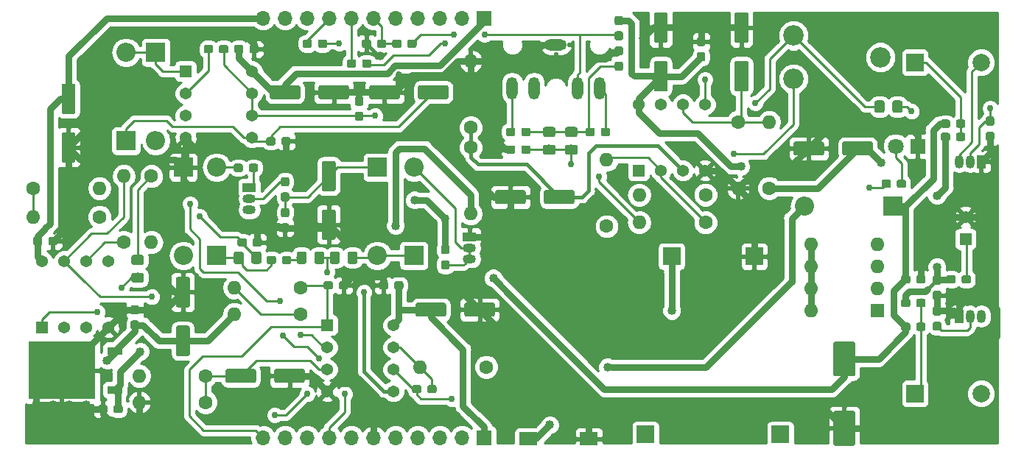
<source format=gtl>
G04 #@! TF.GenerationSoftware,KiCad,Pcbnew,5.0.2-bee76a0~70~ubuntu16.04.1*
G04 #@! TF.CreationDate,2019-09-22T20:04:43+02:00*
G04 #@! TF.ProjectId,fiscal,66697363-616c-42e6-9b69-6361645f7063,v01*
G04 #@! TF.SameCoordinates,Original*
G04 #@! TF.FileFunction,Copper,L1,Top*
G04 #@! TF.FilePolarity,Positive*
%FSLAX46Y46*%
G04 Gerber Fmt 4.6, Leading zero omitted, Abs format (unit mm)*
G04 Created by KiCad (PCBNEW 5.0.2-bee76a0~70~ubuntu16.04.1) date dom 22 sep 2019 20:04:43 CEST*
%MOMM*%
%LPD*%
G01*
G04 APERTURE LIST*
G04 #@! TA.AperFunction,Conductor*
%ADD10C,0.100000*%
G04 #@! TD*
G04 #@! TA.AperFunction,SMDPad,CuDef*
%ADD11C,0.950000*%
G04 #@! TD*
G04 #@! TA.AperFunction,ComponentPad*
%ADD12O,1.600000X1.600000*%
G04 #@! TD*
G04 #@! TA.AperFunction,ComponentPad*
%ADD13C,1.600000*%
G04 #@! TD*
G04 #@! TA.AperFunction,SMDPad,CuDef*
%ADD14C,1.600000*%
G04 #@! TD*
G04 #@! TA.AperFunction,ComponentPad*
%ADD15C,2.000000*%
G04 #@! TD*
G04 #@! TA.AperFunction,ComponentPad*
%ADD16R,2.000000X2.000000*%
G04 #@! TD*
G04 #@! TA.AperFunction,SMDPad,CuDef*
%ADD17C,1.150000*%
G04 #@! TD*
G04 #@! TA.AperFunction,SMDPad,CuDef*
%ADD18C,2.500000*%
G04 #@! TD*
G04 #@! TA.AperFunction,ComponentPad*
%ADD19C,1.800000*%
G04 #@! TD*
G04 #@! TA.AperFunction,ComponentPad*
%ADD20R,1.800000X1.800000*%
G04 #@! TD*
G04 #@! TA.AperFunction,ComponentPad*
%ADD21O,2.200000X2.200000*%
G04 #@! TD*
G04 #@! TA.AperFunction,ComponentPad*
%ADD22R,2.200000X2.200000*%
G04 #@! TD*
G04 #@! TA.AperFunction,SMDPad,CuDef*
%ADD23R,2.000000X1.500000*%
G04 #@! TD*
G04 #@! TA.AperFunction,SMDPad,CuDef*
%ADD24R,2.000000X2.000000*%
G04 #@! TD*
G04 #@! TA.AperFunction,ComponentPad*
%ADD25O,1.300000X2.600000*%
G04 #@! TD*
G04 #@! TA.AperFunction,ComponentPad*
%ADD26O,2.600000X1.300000*%
G04 #@! TD*
G04 #@! TA.AperFunction,ComponentPad*
%ADD27O,1.700000X1.700000*%
G04 #@! TD*
G04 #@! TA.AperFunction,ComponentPad*
%ADD28R,1.700000X1.700000*%
G04 #@! TD*
G04 #@! TA.AperFunction,ComponentPad*
%ADD29C,1.378000*%
G04 #@! TD*
G04 #@! TA.AperFunction,ComponentPad*
%ADD30R,1.378000X1.378000*%
G04 #@! TD*
G04 #@! TA.AperFunction,ComponentPad*
%ADD31R,1.050000X1.500000*%
G04 #@! TD*
G04 #@! TA.AperFunction,ComponentPad*
%ADD32O,1.050000X1.500000*%
G04 #@! TD*
G04 #@! TA.AperFunction,ComponentPad*
%ADD33R,1.500000X1.050000*%
G04 #@! TD*
G04 #@! TA.AperFunction,ComponentPad*
%ADD34O,1.500000X1.050000*%
G04 #@! TD*
G04 #@! TA.AperFunction,ComponentPad*
%ADD35C,2.340000*%
G04 #@! TD*
G04 #@! TA.AperFunction,ComponentPad*
%ADD36R,1.600000X1.600000*%
G04 #@! TD*
G04 #@! TA.AperFunction,ComponentPad*
%ADD37R,1.371600X1.371600*%
G04 #@! TD*
G04 #@! TA.AperFunction,ComponentPad*
%ADD38C,1.371600*%
G04 #@! TD*
G04 #@! TA.AperFunction,SMDPad,CuDef*
%ADD39R,1.690599X0.949000*%
G04 #@! TD*
G04 #@! TA.AperFunction,SMDPad,CuDef*
%ADD40R,7.721600X6.654800*%
G04 #@! TD*
G04 #@! TA.AperFunction,ViaPad*
%ADD41C,1.016000*%
G04 #@! TD*
G04 #@! TA.AperFunction,ViaPad*
%ADD42C,0.685800*%
G04 #@! TD*
G04 #@! TA.AperFunction,ViaPad*
%ADD43C,0.762000*%
G04 #@! TD*
G04 #@! TA.AperFunction,Conductor*
%ADD44C,0.762000*%
G04 #@! TD*
G04 #@! TA.AperFunction,Conductor*
%ADD45C,0.381000*%
G04 #@! TD*
G04 #@! TA.AperFunction,Conductor*
%ADD46C,0.254000*%
G04 #@! TD*
G04 APERTURE END LIST*
D10*
G04 #@! TO.N,GNDD*
G04 #@! TO.C,C21*
G36*
X155709279Y-67217144D02*
X155732334Y-67220563D01*
X155754943Y-67226227D01*
X155776887Y-67234079D01*
X155797957Y-67244044D01*
X155817948Y-67256026D01*
X155836668Y-67269910D01*
X155853938Y-67285562D01*
X155869590Y-67302832D01*
X155883474Y-67321552D01*
X155895456Y-67341543D01*
X155905421Y-67362613D01*
X155913273Y-67384557D01*
X155918937Y-67407166D01*
X155922356Y-67430221D01*
X155923500Y-67453500D01*
X155923500Y-67928500D01*
X155922356Y-67951779D01*
X155918937Y-67974834D01*
X155913273Y-67997443D01*
X155905421Y-68019387D01*
X155895456Y-68040457D01*
X155883474Y-68060448D01*
X155869590Y-68079168D01*
X155853938Y-68096438D01*
X155836668Y-68112090D01*
X155817948Y-68125974D01*
X155797957Y-68137956D01*
X155776887Y-68147921D01*
X155754943Y-68155773D01*
X155732334Y-68161437D01*
X155709279Y-68164856D01*
X155686000Y-68166000D01*
X155111000Y-68166000D01*
X155087721Y-68164856D01*
X155064666Y-68161437D01*
X155042057Y-68155773D01*
X155020113Y-68147921D01*
X154999043Y-68137956D01*
X154979052Y-68125974D01*
X154960332Y-68112090D01*
X154943062Y-68096438D01*
X154927410Y-68079168D01*
X154913526Y-68060448D01*
X154901544Y-68040457D01*
X154891579Y-68019387D01*
X154883727Y-67997443D01*
X154878063Y-67974834D01*
X154874644Y-67951779D01*
X154873500Y-67928500D01*
X154873500Y-67453500D01*
X154874644Y-67430221D01*
X154878063Y-67407166D01*
X154883727Y-67384557D01*
X154891579Y-67362613D01*
X154901544Y-67341543D01*
X154913526Y-67321552D01*
X154927410Y-67302832D01*
X154943062Y-67285562D01*
X154960332Y-67269910D01*
X154979052Y-67256026D01*
X154999043Y-67244044D01*
X155020113Y-67234079D01*
X155042057Y-67226227D01*
X155064666Y-67220563D01*
X155087721Y-67217144D01*
X155111000Y-67216000D01*
X155686000Y-67216000D01*
X155709279Y-67217144D01*
X155709279Y-67217144D01*
G37*
D11*
G04 #@! TD*
G04 #@! TO.P,C21,1*
G04 #@! TO.N,GNDD*
X155398500Y-67691000D03*
D10*
G04 #@! TO.N,PC13_Jacksense*
G04 #@! TO.C,C21*
G36*
X157459279Y-67217144D02*
X157482334Y-67220563D01*
X157504943Y-67226227D01*
X157526887Y-67234079D01*
X157547957Y-67244044D01*
X157567948Y-67256026D01*
X157586668Y-67269910D01*
X157603938Y-67285562D01*
X157619590Y-67302832D01*
X157633474Y-67321552D01*
X157645456Y-67341543D01*
X157655421Y-67362613D01*
X157663273Y-67384557D01*
X157668937Y-67407166D01*
X157672356Y-67430221D01*
X157673500Y-67453500D01*
X157673500Y-67928500D01*
X157672356Y-67951779D01*
X157668937Y-67974834D01*
X157663273Y-67997443D01*
X157655421Y-68019387D01*
X157645456Y-68040457D01*
X157633474Y-68060448D01*
X157619590Y-68079168D01*
X157603938Y-68096438D01*
X157586668Y-68112090D01*
X157567948Y-68125974D01*
X157547957Y-68137956D01*
X157526887Y-68147921D01*
X157504943Y-68155773D01*
X157482334Y-68161437D01*
X157459279Y-68164856D01*
X157436000Y-68166000D01*
X156861000Y-68166000D01*
X156837721Y-68164856D01*
X156814666Y-68161437D01*
X156792057Y-68155773D01*
X156770113Y-68147921D01*
X156749043Y-68137956D01*
X156729052Y-68125974D01*
X156710332Y-68112090D01*
X156693062Y-68096438D01*
X156677410Y-68079168D01*
X156663526Y-68060448D01*
X156651544Y-68040457D01*
X156641579Y-68019387D01*
X156633727Y-67997443D01*
X156628063Y-67974834D01*
X156624644Y-67951779D01*
X156623500Y-67928500D01*
X156623500Y-67453500D01*
X156624644Y-67430221D01*
X156628063Y-67407166D01*
X156633727Y-67384557D01*
X156641579Y-67362613D01*
X156651544Y-67341543D01*
X156663526Y-67321552D01*
X156677410Y-67302832D01*
X156693062Y-67285562D01*
X156710332Y-67269910D01*
X156729052Y-67256026D01*
X156749043Y-67244044D01*
X156770113Y-67234079D01*
X156792057Y-67226227D01*
X156814666Y-67220563D01*
X156837721Y-67217144D01*
X156861000Y-67216000D01*
X157436000Y-67216000D01*
X157459279Y-67217144D01*
X157459279Y-67217144D01*
G37*
D11*
G04 #@! TD*
G04 #@! TO.P,C21,2*
G04 #@! TO.N,PC13_Jacksense*
X157148500Y-67691000D03*
D10*
G04 #@! TO.N,Net-(C2-Pad2)*
G04 #@! TO.C,R31*
G36*
X184664779Y-69756644D02*
X184687834Y-69760063D01*
X184710443Y-69765727D01*
X184732387Y-69773579D01*
X184753457Y-69783544D01*
X184773448Y-69795526D01*
X184792168Y-69809410D01*
X184809438Y-69825062D01*
X184825090Y-69842332D01*
X184838974Y-69861052D01*
X184850956Y-69881043D01*
X184860921Y-69902113D01*
X184868773Y-69924057D01*
X184874437Y-69946666D01*
X184877856Y-69969721D01*
X184879000Y-69993000D01*
X184879000Y-70568000D01*
X184877856Y-70591279D01*
X184874437Y-70614334D01*
X184868773Y-70636943D01*
X184860921Y-70658887D01*
X184850956Y-70679957D01*
X184838974Y-70699948D01*
X184825090Y-70718668D01*
X184809438Y-70735938D01*
X184792168Y-70751590D01*
X184773448Y-70765474D01*
X184753457Y-70777456D01*
X184732387Y-70787421D01*
X184710443Y-70795273D01*
X184687834Y-70800937D01*
X184664779Y-70804356D01*
X184641500Y-70805500D01*
X184166500Y-70805500D01*
X184143221Y-70804356D01*
X184120166Y-70800937D01*
X184097557Y-70795273D01*
X184075613Y-70787421D01*
X184054543Y-70777456D01*
X184034552Y-70765474D01*
X184015832Y-70751590D01*
X183998562Y-70735938D01*
X183982910Y-70718668D01*
X183969026Y-70699948D01*
X183957044Y-70679957D01*
X183947079Y-70658887D01*
X183939227Y-70636943D01*
X183933563Y-70614334D01*
X183930144Y-70591279D01*
X183929000Y-70568000D01*
X183929000Y-69993000D01*
X183930144Y-69969721D01*
X183933563Y-69946666D01*
X183939227Y-69924057D01*
X183947079Y-69902113D01*
X183957044Y-69881043D01*
X183969026Y-69861052D01*
X183982910Y-69842332D01*
X183998562Y-69825062D01*
X184015832Y-69809410D01*
X184034552Y-69795526D01*
X184054543Y-69783544D01*
X184075613Y-69773579D01*
X184097557Y-69765727D01*
X184120166Y-69760063D01*
X184143221Y-69756644D01*
X184166500Y-69755500D01*
X184641500Y-69755500D01*
X184664779Y-69756644D01*
X184664779Y-69756644D01*
G37*
D11*
G04 #@! TD*
G04 #@! TO.P,R31,1*
G04 #@! TO.N,Net-(C2-Pad2)*
X184404000Y-70280500D03*
D10*
G04 #@! TO.N,GNDD*
G04 #@! TO.C,R31*
G36*
X184664779Y-68006644D02*
X184687834Y-68010063D01*
X184710443Y-68015727D01*
X184732387Y-68023579D01*
X184753457Y-68033544D01*
X184773448Y-68045526D01*
X184792168Y-68059410D01*
X184809438Y-68075062D01*
X184825090Y-68092332D01*
X184838974Y-68111052D01*
X184850956Y-68131043D01*
X184860921Y-68152113D01*
X184868773Y-68174057D01*
X184874437Y-68196666D01*
X184877856Y-68219721D01*
X184879000Y-68243000D01*
X184879000Y-68818000D01*
X184877856Y-68841279D01*
X184874437Y-68864334D01*
X184868773Y-68886943D01*
X184860921Y-68908887D01*
X184850956Y-68929957D01*
X184838974Y-68949948D01*
X184825090Y-68968668D01*
X184809438Y-68985938D01*
X184792168Y-69001590D01*
X184773448Y-69015474D01*
X184753457Y-69027456D01*
X184732387Y-69037421D01*
X184710443Y-69045273D01*
X184687834Y-69050937D01*
X184664779Y-69054356D01*
X184641500Y-69055500D01*
X184166500Y-69055500D01*
X184143221Y-69054356D01*
X184120166Y-69050937D01*
X184097557Y-69045273D01*
X184075613Y-69037421D01*
X184054543Y-69027456D01*
X184034552Y-69015474D01*
X184015832Y-69001590D01*
X183998562Y-68985938D01*
X183982910Y-68968668D01*
X183969026Y-68949948D01*
X183957044Y-68929957D01*
X183947079Y-68908887D01*
X183939227Y-68886943D01*
X183933563Y-68864334D01*
X183930144Y-68841279D01*
X183929000Y-68818000D01*
X183929000Y-68243000D01*
X183930144Y-68219721D01*
X183933563Y-68196666D01*
X183939227Y-68174057D01*
X183947079Y-68152113D01*
X183957044Y-68131043D01*
X183969026Y-68111052D01*
X183982910Y-68092332D01*
X183998562Y-68075062D01*
X184015832Y-68059410D01*
X184034552Y-68045526D01*
X184054543Y-68033544D01*
X184075613Y-68023579D01*
X184097557Y-68015727D01*
X184120166Y-68010063D01*
X184143221Y-68006644D01*
X184166500Y-68005500D01*
X184641500Y-68005500D01*
X184664779Y-68006644D01*
X184664779Y-68006644D01*
G37*
D11*
G04 #@! TD*
G04 #@! TO.P,R31,2*
G04 #@! TO.N,GNDD*
X184404000Y-68530500D03*
D10*
G04 #@! TO.N,+3V3*
G04 #@! TO.C,R32*
G36*
X184664779Y-64514144D02*
X184687834Y-64517563D01*
X184710443Y-64523227D01*
X184732387Y-64531079D01*
X184753457Y-64541044D01*
X184773448Y-64553026D01*
X184792168Y-64566910D01*
X184809438Y-64582562D01*
X184825090Y-64599832D01*
X184838974Y-64618552D01*
X184850956Y-64638543D01*
X184860921Y-64659613D01*
X184868773Y-64681557D01*
X184874437Y-64704166D01*
X184877856Y-64727221D01*
X184879000Y-64750500D01*
X184879000Y-65325500D01*
X184877856Y-65348779D01*
X184874437Y-65371834D01*
X184868773Y-65394443D01*
X184860921Y-65416387D01*
X184850956Y-65437457D01*
X184838974Y-65457448D01*
X184825090Y-65476168D01*
X184809438Y-65493438D01*
X184792168Y-65509090D01*
X184773448Y-65522974D01*
X184753457Y-65534956D01*
X184732387Y-65544921D01*
X184710443Y-65552773D01*
X184687834Y-65558437D01*
X184664779Y-65561856D01*
X184641500Y-65563000D01*
X184166500Y-65563000D01*
X184143221Y-65561856D01*
X184120166Y-65558437D01*
X184097557Y-65552773D01*
X184075613Y-65544921D01*
X184054543Y-65534956D01*
X184034552Y-65522974D01*
X184015832Y-65509090D01*
X183998562Y-65493438D01*
X183982910Y-65476168D01*
X183969026Y-65457448D01*
X183957044Y-65437457D01*
X183947079Y-65416387D01*
X183939227Y-65394443D01*
X183933563Y-65371834D01*
X183930144Y-65348779D01*
X183929000Y-65325500D01*
X183929000Y-64750500D01*
X183930144Y-64727221D01*
X183933563Y-64704166D01*
X183939227Y-64681557D01*
X183947079Y-64659613D01*
X183957044Y-64638543D01*
X183969026Y-64618552D01*
X183982910Y-64599832D01*
X183998562Y-64582562D01*
X184015832Y-64566910D01*
X184034552Y-64553026D01*
X184054543Y-64541044D01*
X184075613Y-64531079D01*
X184097557Y-64523227D01*
X184120166Y-64517563D01*
X184143221Y-64514144D01*
X184166500Y-64513000D01*
X184641500Y-64513000D01*
X184664779Y-64514144D01*
X184664779Y-64514144D01*
G37*
D11*
G04 #@! TD*
G04 #@! TO.P,R32,2*
G04 #@! TO.N,+3V3*
X184404000Y-65038000D03*
D10*
G04 #@! TO.N,/JS*
G04 #@! TO.C,R32*
G36*
X184664779Y-66264144D02*
X184687834Y-66267563D01*
X184710443Y-66273227D01*
X184732387Y-66281079D01*
X184753457Y-66291044D01*
X184773448Y-66303026D01*
X184792168Y-66316910D01*
X184809438Y-66332562D01*
X184825090Y-66349832D01*
X184838974Y-66368552D01*
X184850956Y-66388543D01*
X184860921Y-66409613D01*
X184868773Y-66431557D01*
X184874437Y-66454166D01*
X184877856Y-66477221D01*
X184879000Y-66500500D01*
X184879000Y-67075500D01*
X184877856Y-67098779D01*
X184874437Y-67121834D01*
X184868773Y-67144443D01*
X184860921Y-67166387D01*
X184850956Y-67187457D01*
X184838974Y-67207448D01*
X184825090Y-67226168D01*
X184809438Y-67243438D01*
X184792168Y-67259090D01*
X184773448Y-67272974D01*
X184753457Y-67284956D01*
X184732387Y-67294921D01*
X184710443Y-67302773D01*
X184687834Y-67308437D01*
X184664779Y-67311856D01*
X184641500Y-67313000D01*
X184166500Y-67313000D01*
X184143221Y-67311856D01*
X184120166Y-67308437D01*
X184097557Y-67302773D01*
X184075613Y-67294921D01*
X184054543Y-67284956D01*
X184034552Y-67272974D01*
X184015832Y-67259090D01*
X183998562Y-67243438D01*
X183982910Y-67226168D01*
X183969026Y-67207448D01*
X183957044Y-67187457D01*
X183947079Y-67166387D01*
X183939227Y-67144443D01*
X183933563Y-67121834D01*
X183930144Y-67098779D01*
X183929000Y-67075500D01*
X183929000Y-66500500D01*
X183930144Y-66477221D01*
X183933563Y-66454166D01*
X183939227Y-66431557D01*
X183947079Y-66409613D01*
X183957044Y-66388543D01*
X183969026Y-66368552D01*
X183982910Y-66349832D01*
X183998562Y-66332562D01*
X184015832Y-66316910D01*
X184034552Y-66303026D01*
X184054543Y-66291044D01*
X184075613Y-66281079D01*
X184097557Y-66273227D01*
X184120166Y-66267563D01*
X184143221Y-66264144D01*
X184166500Y-66263000D01*
X184641500Y-66263000D01*
X184664779Y-66264144D01*
X184664779Y-66264144D01*
G37*
D11*
G04 #@! TD*
G04 #@! TO.P,R32,1*
G04 #@! TO.N,/JS*
X184404000Y-66788000D03*
D10*
G04 #@! TO.N,PC13_Jacksense*
G04 #@! TO.C,R39*
G36*
X159201779Y-67217144D02*
X159224834Y-67220563D01*
X159247443Y-67226227D01*
X159269387Y-67234079D01*
X159290457Y-67244044D01*
X159310448Y-67256026D01*
X159329168Y-67269910D01*
X159346438Y-67285562D01*
X159362090Y-67302832D01*
X159375974Y-67321552D01*
X159387956Y-67341543D01*
X159397921Y-67362613D01*
X159405773Y-67384557D01*
X159411437Y-67407166D01*
X159414856Y-67430221D01*
X159416000Y-67453500D01*
X159416000Y-67928500D01*
X159414856Y-67951779D01*
X159411437Y-67974834D01*
X159405773Y-67997443D01*
X159397921Y-68019387D01*
X159387956Y-68040457D01*
X159375974Y-68060448D01*
X159362090Y-68079168D01*
X159346438Y-68096438D01*
X159329168Y-68112090D01*
X159310448Y-68125974D01*
X159290457Y-68137956D01*
X159269387Y-68147921D01*
X159247443Y-68155773D01*
X159224834Y-68161437D01*
X159201779Y-68164856D01*
X159178500Y-68166000D01*
X158603500Y-68166000D01*
X158580221Y-68164856D01*
X158557166Y-68161437D01*
X158534557Y-68155773D01*
X158512613Y-68147921D01*
X158491543Y-68137956D01*
X158471552Y-68125974D01*
X158452832Y-68112090D01*
X158435562Y-68096438D01*
X158419910Y-68079168D01*
X158406026Y-68060448D01*
X158394044Y-68040457D01*
X158384079Y-68019387D01*
X158376227Y-67997443D01*
X158370563Y-67974834D01*
X158367144Y-67951779D01*
X158366000Y-67928500D01*
X158366000Y-67453500D01*
X158367144Y-67430221D01*
X158370563Y-67407166D01*
X158376227Y-67384557D01*
X158384079Y-67362613D01*
X158394044Y-67341543D01*
X158406026Y-67321552D01*
X158419910Y-67302832D01*
X158435562Y-67285562D01*
X158452832Y-67269910D01*
X158471552Y-67256026D01*
X158491543Y-67244044D01*
X158512613Y-67234079D01*
X158534557Y-67226227D01*
X158557166Y-67220563D01*
X158580221Y-67217144D01*
X158603500Y-67216000D01*
X159178500Y-67216000D01*
X159201779Y-67217144D01*
X159201779Y-67217144D01*
G37*
D11*
G04 #@! TD*
G04 #@! TO.P,R39,1*
G04 #@! TO.N,PC13_Jacksense*
X158891000Y-67691000D03*
D10*
G04 #@! TO.N,/JS*
G04 #@! TO.C,R39*
G36*
X160951779Y-67217144D02*
X160974834Y-67220563D01*
X160997443Y-67226227D01*
X161019387Y-67234079D01*
X161040457Y-67244044D01*
X161060448Y-67256026D01*
X161079168Y-67269910D01*
X161096438Y-67285562D01*
X161112090Y-67302832D01*
X161125974Y-67321552D01*
X161137956Y-67341543D01*
X161147921Y-67362613D01*
X161155773Y-67384557D01*
X161161437Y-67407166D01*
X161164856Y-67430221D01*
X161166000Y-67453500D01*
X161166000Y-67928500D01*
X161164856Y-67951779D01*
X161161437Y-67974834D01*
X161155773Y-67997443D01*
X161147921Y-68019387D01*
X161137956Y-68040457D01*
X161125974Y-68060448D01*
X161112090Y-68079168D01*
X161096438Y-68096438D01*
X161079168Y-68112090D01*
X161060448Y-68125974D01*
X161040457Y-68137956D01*
X161019387Y-68147921D01*
X160997443Y-68155773D01*
X160974834Y-68161437D01*
X160951779Y-68164856D01*
X160928500Y-68166000D01*
X160353500Y-68166000D01*
X160330221Y-68164856D01*
X160307166Y-68161437D01*
X160284557Y-68155773D01*
X160262613Y-68147921D01*
X160241543Y-68137956D01*
X160221552Y-68125974D01*
X160202832Y-68112090D01*
X160185562Y-68096438D01*
X160169910Y-68079168D01*
X160156026Y-68060448D01*
X160144044Y-68040457D01*
X160134079Y-68019387D01*
X160126227Y-67997443D01*
X160120563Y-67974834D01*
X160117144Y-67951779D01*
X160116000Y-67928500D01*
X160116000Y-67453500D01*
X160117144Y-67430221D01*
X160120563Y-67407166D01*
X160126227Y-67384557D01*
X160134079Y-67362613D01*
X160144044Y-67341543D01*
X160156026Y-67321552D01*
X160169910Y-67302832D01*
X160185562Y-67285562D01*
X160202832Y-67269910D01*
X160221552Y-67256026D01*
X160241543Y-67244044D01*
X160262613Y-67234079D01*
X160284557Y-67226227D01*
X160307166Y-67220563D01*
X160330221Y-67217144D01*
X160353500Y-67216000D01*
X160928500Y-67216000D01*
X160951779Y-67217144D01*
X160951779Y-67217144D01*
G37*
D11*
G04 #@! TD*
G04 #@! TO.P,R39,2*
G04 #@! TO.N,/JS*
X160641000Y-67691000D03*
D12*
G04 #@! TO.P,R8,2*
G04 #@! TO.N,Net-(C2-Pad1)*
X186753500Y-88265000D03*
D13*
G04 #@! TO.P,R8,1*
G04 #@! TO.N,Net-(R5-Pad2)*
X194373500Y-88265000D03*
G04 #@! TD*
D10*
G04 #@! TO.N,Net-(C5-Pad1)*
G04 #@! TO.C,C5*
G36*
X199075504Y-69694704D02*
X199099773Y-69698304D01*
X199123571Y-69704265D01*
X199146671Y-69712530D01*
X199168849Y-69723020D01*
X199189893Y-69735633D01*
X199209598Y-69750247D01*
X199227777Y-69766723D01*
X199244253Y-69784902D01*
X199258867Y-69804607D01*
X199271480Y-69825651D01*
X199281970Y-69847829D01*
X199290235Y-69870929D01*
X199296196Y-69894727D01*
X199299796Y-69918996D01*
X199301000Y-69943500D01*
X199301000Y-72943500D01*
X199299796Y-72968004D01*
X199296196Y-72992273D01*
X199290235Y-73016071D01*
X199281970Y-73039171D01*
X199271480Y-73061349D01*
X199258867Y-73082393D01*
X199244253Y-73102098D01*
X199227777Y-73120277D01*
X199209598Y-73136753D01*
X199189893Y-73151367D01*
X199168849Y-73163980D01*
X199146671Y-73174470D01*
X199123571Y-73182735D01*
X199099773Y-73188696D01*
X199075504Y-73192296D01*
X199051000Y-73193500D01*
X197951000Y-73193500D01*
X197926496Y-73192296D01*
X197902227Y-73188696D01*
X197878429Y-73182735D01*
X197855329Y-73174470D01*
X197833151Y-73163980D01*
X197812107Y-73151367D01*
X197792402Y-73136753D01*
X197774223Y-73120277D01*
X197757747Y-73102098D01*
X197743133Y-73082393D01*
X197730520Y-73061349D01*
X197720030Y-73039171D01*
X197711765Y-73016071D01*
X197705804Y-72992273D01*
X197702204Y-72968004D01*
X197701000Y-72943500D01*
X197701000Y-69943500D01*
X197702204Y-69918996D01*
X197705804Y-69894727D01*
X197711765Y-69870929D01*
X197720030Y-69847829D01*
X197730520Y-69825651D01*
X197743133Y-69804607D01*
X197757747Y-69784902D01*
X197774223Y-69766723D01*
X197792402Y-69750247D01*
X197812107Y-69735633D01*
X197833151Y-69723020D01*
X197855329Y-69712530D01*
X197878429Y-69704265D01*
X197902227Y-69698304D01*
X197926496Y-69694704D01*
X197951000Y-69693500D01*
X199051000Y-69693500D01*
X199075504Y-69694704D01*
X199075504Y-69694704D01*
G37*
D14*
G04 #@! TD*
G04 #@! TO.P,C5,1*
G04 #@! TO.N,Net-(C5-Pad1)*
X198501000Y-71443500D03*
D10*
G04 #@! TO.N,GNDD*
G04 #@! TO.C,C5*
G36*
X199075504Y-64094704D02*
X199099773Y-64098304D01*
X199123571Y-64104265D01*
X199146671Y-64112530D01*
X199168849Y-64123020D01*
X199189893Y-64135633D01*
X199209598Y-64150247D01*
X199227777Y-64166723D01*
X199244253Y-64184902D01*
X199258867Y-64204607D01*
X199271480Y-64225651D01*
X199281970Y-64247829D01*
X199290235Y-64270929D01*
X199296196Y-64294727D01*
X199299796Y-64318996D01*
X199301000Y-64343500D01*
X199301000Y-67343500D01*
X199299796Y-67368004D01*
X199296196Y-67392273D01*
X199290235Y-67416071D01*
X199281970Y-67439171D01*
X199271480Y-67461349D01*
X199258867Y-67482393D01*
X199244253Y-67502098D01*
X199227777Y-67520277D01*
X199209598Y-67536753D01*
X199189893Y-67551367D01*
X199168849Y-67563980D01*
X199146671Y-67574470D01*
X199123571Y-67582735D01*
X199099773Y-67588696D01*
X199075504Y-67592296D01*
X199051000Y-67593500D01*
X197951000Y-67593500D01*
X197926496Y-67592296D01*
X197902227Y-67588696D01*
X197878429Y-67582735D01*
X197855329Y-67574470D01*
X197833151Y-67563980D01*
X197812107Y-67551367D01*
X197792402Y-67536753D01*
X197774223Y-67520277D01*
X197757747Y-67502098D01*
X197743133Y-67482393D01*
X197730520Y-67461349D01*
X197720030Y-67439171D01*
X197711765Y-67416071D01*
X197705804Y-67392273D01*
X197702204Y-67368004D01*
X197701000Y-67343500D01*
X197701000Y-64343500D01*
X197702204Y-64318996D01*
X197705804Y-64294727D01*
X197711765Y-64270929D01*
X197720030Y-64247829D01*
X197730520Y-64225651D01*
X197743133Y-64204607D01*
X197757747Y-64184902D01*
X197774223Y-64166723D01*
X197792402Y-64150247D01*
X197812107Y-64135633D01*
X197833151Y-64123020D01*
X197855329Y-64112530D01*
X197878429Y-64104265D01*
X197902227Y-64098304D01*
X197926496Y-64094704D01*
X197951000Y-64093500D01*
X199051000Y-64093500D01*
X199075504Y-64094704D01*
X199075504Y-64094704D01*
G37*
D14*
G04 #@! TD*
G04 #@! TO.P,C5,2*
G04 #@! TO.N,GNDD*
X198501000Y-65843500D03*
D10*
G04 #@! TO.N,GNDD*
G04 #@! TO.C,C6*
G36*
X173476504Y-84545204D02*
X173500773Y-84548804D01*
X173524571Y-84554765D01*
X173547671Y-84563030D01*
X173569849Y-84573520D01*
X173590893Y-84586133D01*
X173610598Y-84600747D01*
X173628777Y-84617223D01*
X173645253Y-84635402D01*
X173659867Y-84655107D01*
X173672480Y-84676151D01*
X173682970Y-84698329D01*
X173691235Y-84721429D01*
X173697196Y-84745227D01*
X173700796Y-84769496D01*
X173702000Y-84794000D01*
X173702000Y-85894000D01*
X173700796Y-85918504D01*
X173697196Y-85942773D01*
X173691235Y-85966571D01*
X173682970Y-85989671D01*
X173672480Y-86011849D01*
X173659867Y-86032893D01*
X173645253Y-86052598D01*
X173628777Y-86070777D01*
X173610598Y-86087253D01*
X173590893Y-86101867D01*
X173569849Y-86114480D01*
X173547671Y-86124970D01*
X173524571Y-86133235D01*
X173500773Y-86139196D01*
X173476504Y-86142796D01*
X173452000Y-86144000D01*
X170452000Y-86144000D01*
X170427496Y-86142796D01*
X170403227Y-86139196D01*
X170379429Y-86133235D01*
X170356329Y-86124970D01*
X170334151Y-86114480D01*
X170313107Y-86101867D01*
X170293402Y-86087253D01*
X170275223Y-86070777D01*
X170258747Y-86052598D01*
X170244133Y-86032893D01*
X170231520Y-86011849D01*
X170221030Y-85989671D01*
X170212765Y-85966571D01*
X170206804Y-85942773D01*
X170203204Y-85918504D01*
X170202000Y-85894000D01*
X170202000Y-84794000D01*
X170203204Y-84769496D01*
X170206804Y-84745227D01*
X170212765Y-84721429D01*
X170221030Y-84698329D01*
X170231520Y-84676151D01*
X170244133Y-84655107D01*
X170258747Y-84635402D01*
X170275223Y-84617223D01*
X170293402Y-84600747D01*
X170313107Y-84586133D01*
X170334151Y-84573520D01*
X170356329Y-84563030D01*
X170379429Y-84554765D01*
X170403227Y-84548804D01*
X170427496Y-84545204D01*
X170452000Y-84544000D01*
X173452000Y-84544000D01*
X173476504Y-84545204D01*
X173476504Y-84545204D01*
G37*
D14*
G04 #@! TD*
G04 #@! TO.P,C6,2*
G04 #@! TO.N,GNDD*
X171952000Y-85344000D03*
D10*
G04 #@! TO.N,VGND*
G04 #@! TO.C,C6*
G36*
X179076504Y-84545204D02*
X179100773Y-84548804D01*
X179124571Y-84554765D01*
X179147671Y-84563030D01*
X179169849Y-84573520D01*
X179190893Y-84586133D01*
X179210598Y-84600747D01*
X179228777Y-84617223D01*
X179245253Y-84635402D01*
X179259867Y-84655107D01*
X179272480Y-84676151D01*
X179282970Y-84698329D01*
X179291235Y-84721429D01*
X179297196Y-84745227D01*
X179300796Y-84769496D01*
X179302000Y-84794000D01*
X179302000Y-85894000D01*
X179300796Y-85918504D01*
X179297196Y-85942773D01*
X179291235Y-85966571D01*
X179282970Y-85989671D01*
X179272480Y-86011849D01*
X179259867Y-86032893D01*
X179245253Y-86052598D01*
X179228777Y-86070777D01*
X179210598Y-86087253D01*
X179190893Y-86101867D01*
X179169849Y-86114480D01*
X179147671Y-86124970D01*
X179124571Y-86133235D01*
X179100773Y-86139196D01*
X179076504Y-86142796D01*
X179052000Y-86144000D01*
X176052000Y-86144000D01*
X176027496Y-86142796D01*
X176003227Y-86139196D01*
X175979429Y-86133235D01*
X175956329Y-86124970D01*
X175934151Y-86114480D01*
X175913107Y-86101867D01*
X175893402Y-86087253D01*
X175875223Y-86070777D01*
X175858747Y-86052598D01*
X175844133Y-86032893D01*
X175831520Y-86011849D01*
X175821030Y-85989671D01*
X175812765Y-85966571D01*
X175806804Y-85942773D01*
X175803204Y-85918504D01*
X175802000Y-85894000D01*
X175802000Y-84794000D01*
X175803204Y-84769496D01*
X175806804Y-84745227D01*
X175812765Y-84721429D01*
X175821030Y-84698329D01*
X175831520Y-84676151D01*
X175844133Y-84655107D01*
X175858747Y-84635402D01*
X175875223Y-84617223D01*
X175893402Y-84600747D01*
X175913107Y-84586133D01*
X175934151Y-84573520D01*
X175956329Y-84563030D01*
X175979429Y-84554765D01*
X176003227Y-84548804D01*
X176027496Y-84545204D01*
X176052000Y-84544000D01*
X179052000Y-84544000D01*
X179076504Y-84545204D01*
X179076504Y-84545204D01*
G37*
D14*
G04 #@! TD*
G04 #@! TO.P,C6,1*
G04 #@! TO.N,VGND*
X177552000Y-85344000D03*
D10*
G04 #@! TO.N,+3V3*
G04 #@! TO.C,C1*
G36*
X189804504Y-69694704D02*
X189828773Y-69698304D01*
X189852571Y-69704265D01*
X189875671Y-69712530D01*
X189897849Y-69723020D01*
X189918893Y-69735633D01*
X189938598Y-69750247D01*
X189956777Y-69766723D01*
X189973253Y-69784902D01*
X189987867Y-69804607D01*
X190000480Y-69825651D01*
X190010970Y-69847829D01*
X190019235Y-69870929D01*
X190025196Y-69894727D01*
X190028796Y-69918996D01*
X190030000Y-69943500D01*
X190030000Y-72943500D01*
X190028796Y-72968004D01*
X190025196Y-72992273D01*
X190019235Y-73016071D01*
X190010970Y-73039171D01*
X190000480Y-73061349D01*
X189987867Y-73082393D01*
X189973253Y-73102098D01*
X189956777Y-73120277D01*
X189938598Y-73136753D01*
X189918893Y-73151367D01*
X189897849Y-73163980D01*
X189875671Y-73174470D01*
X189852571Y-73182735D01*
X189828773Y-73188696D01*
X189804504Y-73192296D01*
X189780000Y-73193500D01*
X188680000Y-73193500D01*
X188655496Y-73192296D01*
X188631227Y-73188696D01*
X188607429Y-73182735D01*
X188584329Y-73174470D01*
X188562151Y-73163980D01*
X188541107Y-73151367D01*
X188521402Y-73136753D01*
X188503223Y-73120277D01*
X188486747Y-73102098D01*
X188472133Y-73082393D01*
X188459520Y-73061349D01*
X188449030Y-73039171D01*
X188440765Y-73016071D01*
X188434804Y-72992273D01*
X188431204Y-72968004D01*
X188430000Y-72943500D01*
X188430000Y-69943500D01*
X188431204Y-69918996D01*
X188434804Y-69894727D01*
X188440765Y-69870929D01*
X188449030Y-69847829D01*
X188459520Y-69825651D01*
X188472133Y-69804607D01*
X188486747Y-69784902D01*
X188503223Y-69766723D01*
X188521402Y-69750247D01*
X188541107Y-69735633D01*
X188562151Y-69723020D01*
X188584329Y-69712530D01*
X188607429Y-69704265D01*
X188631227Y-69698304D01*
X188655496Y-69694704D01*
X188680000Y-69693500D01*
X189780000Y-69693500D01*
X189804504Y-69694704D01*
X189804504Y-69694704D01*
G37*
D14*
G04 #@! TD*
G04 #@! TO.P,C1,1*
G04 #@! TO.N,+3V3*
X189230000Y-71443500D03*
D10*
G04 #@! TO.N,GNDD*
G04 #@! TO.C,C1*
G36*
X189804504Y-64094704D02*
X189828773Y-64098304D01*
X189852571Y-64104265D01*
X189875671Y-64112530D01*
X189897849Y-64123020D01*
X189918893Y-64135633D01*
X189938598Y-64150247D01*
X189956777Y-64166723D01*
X189973253Y-64184902D01*
X189987867Y-64204607D01*
X190000480Y-64225651D01*
X190010970Y-64247829D01*
X190019235Y-64270929D01*
X190025196Y-64294727D01*
X190028796Y-64318996D01*
X190030000Y-64343500D01*
X190030000Y-67343500D01*
X190028796Y-67368004D01*
X190025196Y-67392273D01*
X190019235Y-67416071D01*
X190010970Y-67439171D01*
X190000480Y-67461349D01*
X189987867Y-67482393D01*
X189973253Y-67502098D01*
X189956777Y-67520277D01*
X189938598Y-67536753D01*
X189918893Y-67551367D01*
X189897849Y-67563980D01*
X189875671Y-67574470D01*
X189852571Y-67582735D01*
X189828773Y-67588696D01*
X189804504Y-67592296D01*
X189780000Y-67593500D01*
X188680000Y-67593500D01*
X188655496Y-67592296D01*
X188631227Y-67588696D01*
X188607429Y-67582735D01*
X188584329Y-67574470D01*
X188562151Y-67563980D01*
X188541107Y-67551367D01*
X188521402Y-67536753D01*
X188503223Y-67520277D01*
X188486747Y-67502098D01*
X188472133Y-67482393D01*
X188459520Y-67461349D01*
X188449030Y-67439171D01*
X188440765Y-67416071D01*
X188434804Y-67392273D01*
X188431204Y-67368004D01*
X188430000Y-67343500D01*
X188430000Y-64343500D01*
X188431204Y-64318996D01*
X188434804Y-64294727D01*
X188440765Y-64270929D01*
X188449030Y-64247829D01*
X188459520Y-64225651D01*
X188472133Y-64204607D01*
X188486747Y-64184902D01*
X188503223Y-64166723D01*
X188521402Y-64150247D01*
X188541107Y-64135633D01*
X188562151Y-64123020D01*
X188584329Y-64112530D01*
X188607429Y-64104265D01*
X188631227Y-64098304D01*
X188655496Y-64094704D01*
X188680000Y-64093500D01*
X189780000Y-64093500D01*
X189804504Y-64094704D01*
X189804504Y-64094704D01*
G37*
D14*
G04 #@! TD*
G04 #@! TO.P,C1,2*
G04 #@! TO.N,GNDD*
X189230000Y-65843500D03*
D10*
G04 #@! TO.N,GNDD*
G04 #@! TO.C,C22*
G36*
X148088504Y-105119204D02*
X148112773Y-105122804D01*
X148136571Y-105128765D01*
X148159671Y-105137030D01*
X148181849Y-105147520D01*
X148202893Y-105160133D01*
X148222598Y-105174747D01*
X148240777Y-105191223D01*
X148257253Y-105209402D01*
X148271867Y-105229107D01*
X148284480Y-105250151D01*
X148294970Y-105272329D01*
X148303235Y-105295429D01*
X148309196Y-105319227D01*
X148312796Y-105343496D01*
X148314000Y-105368000D01*
X148314000Y-106468000D01*
X148312796Y-106492504D01*
X148309196Y-106516773D01*
X148303235Y-106540571D01*
X148294970Y-106563671D01*
X148284480Y-106585849D01*
X148271867Y-106606893D01*
X148257253Y-106626598D01*
X148240777Y-106644777D01*
X148222598Y-106661253D01*
X148202893Y-106675867D01*
X148181849Y-106688480D01*
X148159671Y-106698970D01*
X148136571Y-106707235D01*
X148112773Y-106713196D01*
X148088504Y-106716796D01*
X148064000Y-106718000D01*
X145064000Y-106718000D01*
X145039496Y-106716796D01*
X145015227Y-106713196D01*
X144991429Y-106707235D01*
X144968329Y-106698970D01*
X144946151Y-106688480D01*
X144925107Y-106675867D01*
X144905402Y-106661253D01*
X144887223Y-106644777D01*
X144870747Y-106626598D01*
X144856133Y-106606893D01*
X144843520Y-106585849D01*
X144833030Y-106563671D01*
X144824765Y-106540571D01*
X144818804Y-106516773D01*
X144815204Y-106492504D01*
X144814000Y-106468000D01*
X144814000Y-105368000D01*
X144815204Y-105343496D01*
X144818804Y-105319227D01*
X144824765Y-105295429D01*
X144833030Y-105272329D01*
X144843520Y-105250151D01*
X144856133Y-105229107D01*
X144870747Y-105209402D01*
X144887223Y-105191223D01*
X144905402Y-105174747D01*
X144925107Y-105160133D01*
X144946151Y-105147520D01*
X144968329Y-105137030D01*
X144991429Y-105128765D01*
X145015227Y-105122804D01*
X145039496Y-105119204D01*
X145064000Y-105118000D01*
X148064000Y-105118000D01*
X148088504Y-105119204D01*
X148088504Y-105119204D01*
G37*
D14*
G04 #@! TD*
G04 #@! TO.P,C22,2*
G04 #@! TO.N,GNDD*
X146564000Y-105918000D03*
D10*
G04 #@! TO.N,Net-(C22-Pad1)*
G04 #@! TO.C,C22*
G36*
X142488504Y-105119204D02*
X142512773Y-105122804D01*
X142536571Y-105128765D01*
X142559671Y-105137030D01*
X142581849Y-105147520D01*
X142602893Y-105160133D01*
X142622598Y-105174747D01*
X142640777Y-105191223D01*
X142657253Y-105209402D01*
X142671867Y-105229107D01*
X142684480Y-105250151D01*
X142694970Y-105272329D01*
X142703235Y-105295429D01*
X142709196Y-105319227D01*
X142712796Y-105343496D01*
X142714000Y-105368000D01*
X142714000Y-106468000D01*
X142712796Y-106492504D01*
X142709196Y-106516773D01*
X142703235Y-106540571D01*
X142694970Y-106563671D01*
X142684480Y-106585849D01*
X142671867Y-106606893D01*
X142657253Y-106626598D01*
X142640777Y-106644777D01*
X142622598Y-106661253D01*
X142602893Y-106675867D01*
X142581849Y-106688480D01*
X142559671Y-106698970D01*
X142536571Y-106707235D01*
X142512773Y-106713196D01*
X142488504Y-106716796D01*
X142464000Y-106718000D01*
X139464000Y-106718000D01*
X139439496Y-106716796D01*
X139415227Y-106713196D01*
X139391429Y-106707235D01*
X139368329Y-106698970D01*
X139346151Y-106688480D01*
X139325107Y-106675867D01*
X139305402Y-106661253D01*
X139287223Y-106644777D01*
X139270747Y-106626598D01*
X139256133Y-106606893D01*
X139243520Y-106585849D01*
X139233030Y-106563671D01*
X139224765Y-106540571D01*
X139218804Y-106516773D01*
X139215204Y-106492504D01*
X139214000Y-106468000D01*
X139214000Y-105368000D01*
X139215204Y-105343496D01*
X139218804Y-105319227D01*
X139224765Y-105295429D01*
X139233030Y-105272329D01*
X139243520Y-105250151D01*
X139256133Y-105229107D01*
X139270747Y-105209402D01*
X139287223Y-105191223D01*
X139305402Y-105174747D01*
X139325107Y-105160133D01*
X139346151Y-105147520D01*
X139368329Y-105137030D01*
X139391429Y-105128765D01*
X139415227Y-105122804D01*
X139439496Y-105119204D01*
X139464000Y-105118000D01*
X142464000Y-105118000D01*
X142488504Y-105119204D01*
X142488504Y-105119204D01*
G37*
D14*
G04 #@! TD*
G04 #@! TO.P,C22,1*
G04 #@! TO.N,Net-(C22-Pad1)*
X140964000Y-105918000D03*
D10*
G04 #@! TO.N,+5V*
G04 #@! TO.C,C10*
G36*
X147568504Y-72480204D02*
X147592773Y-72483804D01*
X147616571Y-72489765D01*
X147639671Y-72498030D01*
X147661849Y-72508520D01*
X147682893Y-72521133D01*
X147702598Y-72535747D01*
X147720777Y-72552223D01*
X147737253Y-72570402D01*
X147751867Y-72590107D01*
X147764480Y-72611151D01*
X147774970Y-72633329D01*
X147783235Y-72656429D01*
X147789196Y-72680227D01*
X147792796Y-72704496D01*
X147794000Y-72729000D01*
X147794000Y-73829000D01*
X147792796Y-73853504D01*
X147789196Y-73877773D01*
X147783235Y-73901571D01*
X147774970Y-73924671D01*
X147764480Y-73946849D01*
X147751867Y-73967893D01*
X147737253Y-73987598D01*
X147720777Y-74005777D01*
X147702598Y-74022253D01*
X147682893Y-74036867D01*
X147661849Y-74049480D01*
X147639671Y-74059970D01*
X147616571Y-74068235D01*
X147592773Y-74074196D01*
X147568504Y-74077796D01*
X147544000Y-74079000D01*
X144544000Y-74079000D01*
X144519496Y-74077796D01*
X144495227Y-74074196D01*
X144471429Y-74068235D01*
X144448329Y-74059970D01*
X144426151Y-74049480D01*
X144405107Y-74036867D01*
X144385402Y-74022253D01*
X144367223Y-74005777D01*
X144350747Y-73987598D01*
X144336133Y-73967893D01*
X144323520Y-73946849D01*
X144313030Y-73924671D01*
X144304765Y-73901571D01*
X144298804Y-73877773D01*
X144295204Y-73853504D01*
X144294000Y-73829000D01*
X144294000Y-72729000D01*
X144295204Y-72704496D01*
X144298804Y-72680227D01*
X144304765Y-72656429D01*
X144313030Y-72633329D01*
X144323520Y-72611151D01*
X144336133Y-72590107D01*
X144350747Y-72570402D01*
X144367223Y-72552223D01*
X144385402Y-72535747D01*
X144405107Y-72521133D01*
X144426151Y-72508520D01*
X144448329Y-72498030D01*
X144471429Y-72489765D01*
X144495227Y-72483804D01*
X144519496Y-72480204D01*
X144544000Y-72479000D01*
X147544000Y-72479000D01*
X147568504Y-72480204D01*
X147568504Y-72480204D01*
G37*
D14*
G04 #@! TD*
G04 #@! TO.P,C10,1*
G04 #@! TO.N,+5V*
X146044000Y-73279000D03*
D10*
G04 #@! TO.N,GNDD*
G04 #@! TO.C,C10*
G36*
X153168504Y-72480204D02*
X153192773Y-72483804D01*
X153216571Y-72489765D01*
X153239671Y-72498030D01*
X153261849Y-72508520D01*
X153282893Y-72521133D01*
X153302598Y-72535747D01*
X153320777Y-72552223D01*
X153337253Y-72570402D01*
X153351867Y-72590107D01*
X153364480Y-72611151D01*
X153374970Y-72633329D01*
X153383235Y-72656429D01*
X153389196Y-72680227D01*
X153392796Y-72704496D01*
X153394000Y-72729000D01*
X153394000Y-73829000D01*
X153392796Y-73853504D01*
X153389196Y-73877773D01*
X153383235Y-73901571D01*
X153374970Y-73924671D01*
X153364480Y-73946849D01*
X153351867Y-73967893D01*
X153337253Y-73987598D01*
X153320777Y-74005777D01*
X153302598Y-74022253D01*
X153282893Y-74036867D01*
X153261849Y-74049480D01*
X153239671Y-74059970D01*
X153216571Y-74068235D01*
X153192773Y-74074196D01*
X153168504Y-74077796D01*
X153144000Y-74079000D01*
X150144000Y-74079000D01*
X150119496Y-74077796D01*
X150095227Y-74074196D01*
X150071429Y-74068235D01*
X150048329Y-74059970D01*
X150026151Y-74049480D01*
X150005107Y-74036867D01*
X149985402Y-74022253D01*
X149967223Y-74005777D01*
X149950747Y-73987598D01*
X149936133Y-73967893D01*
X149923520Y-73946849D01*
X149913030Y-73924671D01*
X149904765Y-73901571D01*
X149898804Y-73877773D01*
X149895204Y-73853504D01*
X149894000Y-73829000D01*
X149894000Y-72729000D01*
X149895204Y-72704496D01*
X149898804Y-72680227D01*
X149904765Y-72656429D01*
X149913030Y-72633329D01*
X149923520Y-72611151D01*
X149936133Y-72590107D01*
X149950747Y-72570402D01*
X149967223Y-72552223D01*
X149985402Y-72535747D01*
X150005107Y-72521133D01*
X150026151Y-72508520D01*
X150048329Y-72498030D01*
X150071429Y-72489765D01*
X150095227Y-72483804D01*
X150119496Y-72480204D01*
X150144000Y-72479000D01*
X153144000Y-72479000D01*
X153168504Y-72480204D01*
X153168504Y-72480204D01*
G37*
D14*
G04 #@! TD*
G04 #@! TO.P,C10,2*
G04 #@! TO.N,GNDD*
X151644000Y-73279000D03*
D10*
G04 #@! TO.N,GNDD*
G04 #@! TO.C,C13*
G36*
X158998504Y-72480204D02*
X159022773Y-72483804D01*
X159046571Y-72489765D01*
X159069671Y-72498030D01*
X159091849Y-72508520D01*
X159112893Y-72521133D01*
X159132598Y-72535747D01*
X159150777Y-72552223D01*
X159167253Y-72570402D01*
X159181867Y-72590107D01*
X159194480Y-72611151D01*
X159204970Y-72633329D01*
X159213235Y-72656429D01*
X159219196Y-72680227D01*
X159222796Y-72704496D01*
X159224000Y-72729000D01*
X159224000Y-73829000D01*
X159222796Y-73853504D01*
X159219196Y-73877773D01*
X159213235Y-73901571D01*
X159204970Y-73924671D01*
X159194480Y-73946849D01*
X159181867Y-73967893D01*
X159167253Y-73987598D01*
X159150777Y-74005777D01*
X159132598Y-74022253D01*
X159112893Y-74036867D01*
X159091849Y-74049480D01*
X159069671Y-74059970D01*
X159046571Y-74068235D01*
X159022773Y-74074196D01*
X158998504Y-74077796D01*
X158974000Y-74079000D01*
X155974000Y-74079000D01*
X155949496Y-74077796D01*
X155925227Y-74074196D01*
X155901429Y-74068235D01*
X155878329Y-74059970D01*
X155856151Y-74049480D01*
X155835107Y-74036867D01*
X155815402Y-74022253D01*
X155797223Y-74005777D01*
X155780747Y-73987598D01*
X155766133Y-73967893D01*
X155753520Y-73946849D01*
X155743030Y-73924671D01*
X155734765Y-73901571D01*
X155728804Y-73877773D01*
X155725204Y-73853504D01*
X155724000Y-73829000D01*
X155724000Y-72729000D01*
X155725204Y-72704496D01*
X155728804Y-72680227D01*
X155734765Y-72656429D01*
X155743030Y-72633329D01*
X155753520Y-72611151D01*
X155766133Y-72590107D01*
X155780747Y-72570402D01*
X155797223Y-72552223D01*
X155815402Y-72535747D01*
X155835107Y-72521133D01*
X155856151Y-72508520D01*
X155878329Y-72498030D01*
X155901429Y-72489765D01*
X155925227Y-72483804D01*
X155949496Y-72480204D01*
X155974000Y-72479000D01*
X158974000Y-72479000D01*
X158998504Y-72480204D01*
X158998504Y-72480204D01*
G37*
D14*
G04 #@! TD*
G04 #@! TO.P,C13,2*
G04 #@! TO.N,GNDD*
X157474000Y-73279000D03*
D10*
G04 #@! TO.N,Net-(C13-Pad1)*
G04 #@! TO.C,C13*
G36*
X164598504Y-72480204D02*
X164622773Y-72483804D01*
X164646571Y-72489765D01*
X164669671Y-72498030D01*
X164691849Y-72508520D01*
X164712893Y-72521133D01*
X164732598Y-72535747D01*
X164750777Y-72552223D01*
X164767253Y-72570402D01*
X164781867Y-72590107D01*
X164794480Y-72611151D01*
X164804970Y-72633329D01*
X164813235Y-72656429D01*
X164819196Y-72680227D01*
X164822796Y-72704496D01*
X164824000Y-72729000D01*
X164824000Y-73829000D01*
X164822796Y-73853504D01*
X164819196Y-73877773D01*
X164813235Y-73901571D01*
X164804970Y-73924671D01*
X164794480Y-73946849D01*
X164781867Y-73967893D01*
X164767253Y-73987598D01*
X164750777Y-74005777D01*
X164732598Y-74022253D01*
X164712893Y-74036867D01*
X164691849Y-74049480D01*
X164669671Y-74059970D01*
X164646571Y-74068235D01*
X164622773Y-74074196D01*
X164598504Y-74077796D01*
X164574000Y-74079000D01*
X161574000Y-74079000D01*
X161549496Y-74077796D01*
X161525227Y-74074196D01*
X161501429Y-74068235D01*
X161478329Y-74059970D01*
X161456151Y-74049480D01*
X161435107Y-74036867D01*
X161415402Y-74022253D01*
X161397223Y-74005777D01*
X161380747Y-73987598D01*
X161366133Y-73967893D01*
X161353520Y-73946849D01*
X161343030Y-73924671D01*
X161334765Y-73901571D01*
X161328804Y-73877773D01*
X161325204Y-73853504D01*
X161324000Y-73829000D01*
X161324000Y-72729000D01*
X161325204Y-72704496D01*
X161328804Y-72680227D01*
X161334765Y-72656429D01*
X161343030Y-72633329D01*
X161353520Y-72611151D01*
X161366133Y-72590107D01*
X161380747Y-72570402D01*
X161397223Y-72552223D01*
X161415402Y-72535747D01*
X161435107Y-72521133D01*
X161456151Y-72508520D01*
X161478329Y-72498030D01*
X161501429Y-72489765D01*
X161525227Y-72483804D01*
X161549496Y-72480204D01*
X161574000Y-72479000D01*
X164574000Y-72479000D01*
X164598504Y-72480204D01*
X164598504Y-72480204D01*
G37*
D14*
G04 #@! TD*
G04 #@! TO.P,C13,1*
G04 #@! TO.N,Net-(C13-Pad1)*
X163074000Y-73279000D03*
D10*
G04 #@! TO.N,+3V3*
G04 #@! TO.C,C14*
G36*
X121732504Y-72286204D02*
X121756773Y-72289804D01*
X121780571Y-72295765D01*
X121803671Y-72304030D01*
X121825849Y-72314520D01*
X121846893Y-72327133D01*
X121866598Y-72341747D01*
X121884777Y-72358223D01*
X121901253Y-72376402D01*
X121915867Y-72396107D01*
X121928480Y-72417151D01*
X121938970Y-72439329D01*
X121947235Y-72462429D01*
X121953196Y-72486227D01*
X121956796Y-72510496D01*
X121958000Y-72535000D01*
X121958000Y-75535000D01*
X121956796Y-75559504D01*
X121953196Y-75583773D01*
X121947235Y-75607571D01*
X121938970Y-75630671D01*
X121928480Y-75652849D01*
X121915867Y-75673893D01*
X121901253Y-75693598D01*
X121884777Y-75711777D01*
X121866598Y-75728253D01*
X121846893Y-75742867D01*
X121825849Y-75755480D01*
X121803671Y-75765970D01*
X121780571Y-75774235D01*
X121756773Y-75780196D01*
X121732504Y-75783796D01*
X121708000Y-75785000D01*
X120608000Y-75785000D01*
X120583496Y-75783796D01*
X120559227Y-75780196D01*
X120535429Y-75774235D01*
X120512329Y-75765970D01*
X120490151Y-75755480D01*
X120469107Y-75742867D01*
X120449402Y-75728253D01*
X120431223Y-75711777D01*
X120414747Y-75693598D01*
X120400133Y-75673893D01*
X120387520Y-75652849D01*
X120377030Y-75630671D01*
X120368765Y-75607571D01*
X120362804Y-75583773D01*
X120359204Y-75559504D01*
X120358000Y-75535000D01*
X120358000Y-72535000D01*
X120359204Y-72510496D01*
X120362804Y-72486227D01*
X120368765Y-72462429D01*
X120377030Y-72439329D01*
X120387520Y-72417151D01*
X120400133Y-72396107D01*
X120414747Y-72376402D01*
X120431223Y-72358223D01*
X120449402Y-72341747D01*
X120469107Y-72327133D01*
X120490151Y-72314520D01*
X120512329Y-72304030D01*
X120535429Y-72295765D01*
X120559227Y-72289804D01*
X120583496Y-72286204D01*
X120608000Y-72285000D01*
X121708000Y-72285000D01*
X121732504Y-72286204D01*
X121732504Y-72286204D01*
G37*
D14*
G04 #@! TD*
G04 #@! TO.P,C14,1*
G04 #@! TO.N,+3V3*
X121158000Y-74035000D03*
D10*
G04 #@! TO.N,GNDD*
G04 #@! TO.C,C14*
G36*
X121732504Y-77886204D02*
X121756773Y-77889804D01*
X121780571Y-77895765D01*
X121803671Y-77904030D01*
X121825849Y-77914520D01*
X121846893Y-77927133D01*
X121866598Y-77941747D01*
X121884777Y-77958223D01*
X121901253Y-77976402D01*
X121915867Y-77996107D01*
X121928480Y-78017151D01*
X121938970Y-78039329D01*
X121947235Y-78062429D01*
X121953196Y-78086227D01*
X121956796Y-78110496D01*
X121958000Y-78135000D01*
X121958000Y-81135000D01*
X121956796Y-81159504D01*
X121953196Y-81183773D01*
X121947235Y-81207571D01*
X121938970Y-81230671D01*
X121928480Y-81252849D01*
X121915867Y-81273893D01*
X121901253Y-81293598D01*
X121884777Y-81311777D01*
X121866598Y-81328253D01*
X121846893Y-81342867D01*
X121825849Y-81355480D01*
X121803671Y-81365970D01*
X121780571Y-81374235D01*
X121756773Y-81380196D01*
X121732504Y-81383796D01*
X121708000Y-81385000D01*
X120608000Y-81385000D01*
X120583496Y-81383796D01*
X120559227Y-81380196D01*
X120535429Y-81374235D01*
X120512329Y-81365970D01*
X120490151Y-81355480D01*
X120469107Y-81342867D01*
X120449402Y-81328253D01*
X120431223Y-81311777D01*
X120414747Y-81293598D01*
X120400133Y-81273893D01*
X120387520Y-81252849D01*
X120377030Y-81230671D01*
X120368765Y-81207571D01*
X120362804Y-81183773D01*
X120359204Y-81159504D01*
X120358000Y-81135000D01*
X120358000Y-78135000D01*
X120359204Y-78110496D01*
X120362804Y-78086227D01*
X120368765Y-78062429D01*
X120377030Y-78039329D01*
X120387520Y-78017151D01*
X120400133Y-77996107D01*
X120414747Y-77976402D01*
X120431223Y-77958223D01*
X120449402Y-77941747D01*
X120469107Y-77927133D01*
X120490151Y-77914520D01*
X120512329Y-77904030D01*
X120535429Y-77895765D01*
X120559227Y-77889804D01*
X120583496Y-77886204D01*
X120608000Y-77885000D01*
X121708000Y-77885000D01*
X121732504Y-77886204D01*
X121732504Y-77886204D01*
G37*
D14*
G04 #@! TD*
G04 #@! TO.P,C14,2*
G04 #@! TO.N,GNDD*
X121158000Y-79635000D03*
D10*
G04 #@! TO.N,GNDD*
G04 #@! TO.C,C19*
G36*
X169932504Y-97499204D02*
X169956773Y-97502804D01*
X169980571Y-97508765D01*
X170003671Y-97517030D01*
X170025849Y-97527520D01*
X170046893Y-97540133D01*
X170066598Y-97554747D01*
X170084777Y-97571223D01*
X170101253Y-97589402D01*
X170115867Y-97609107D01*
X170128480Y-97630151D01*
X170138970Y-97652329D01*
X170147235Y-97675429D01*
X170153196Y-97699227D01*
X170156796Y-97723496D01*
X170158000Y-97748000D01*
X170158000Y-98848000D01*
X170156796Y-98872504D01*
X170153196Y-98896773D01*
X170147235Y-98920571D01*
X170138970Y-98943671D01*
X170128480Y-98965849D01*
X170115867Y-98986893D01*
X170101253Y-99006598D01*
X170084777Y-99024777D01*
X170066598Y-99041253D01*
X170046893Y-99055867D01*
X170025849Y-99068480D01*
X170003671Y-99078970D01*
X169980571Y-99087235D01*
X169956773Y-99093196D01*
X169932504Y-99096796D01*
X169908000Y-99098000D01*
X166908000Y-99098000D01*
X166883496Y-99096796D01*
X166859227Y-99093196D01*
X166835429Y-99087235D01*
X166812329Y-99078970D01*
X166790151Y-99068480D01*
X166769107Y-99055867D01*
X166749402Y-99041253D01*
X166731223Y-99024777D01*
X166714747Y-99006598D01*
X166700133Y-98986893D01*
X166687520Y-98965849D01*
X166677030Y-98943671D01*
X166668765Y-98920571D01*
X166662804Y-98896773D01*
X166659204Y-98872504D01*
X166658000Y-98848000D01*
X166658000Y-97748000D01*
X166659204Y-97723496D01*
X166662804Y-97699227D01*
X166668765Y-97675429D01*
X166677030Y-97652329D01*
X166687520Y-97630151D01*
X166700133Y-97609107D01*
X166714747Y-97589402D01*
X166731223Y-97571223D01*
X166749402Y-97554747D01*
X166769107Y-97540133D01*
X166790151Y-97527520D01*
X166812329Y-97517030D01*
X166835429Y-97508765D01*
X166859227Y-97502804D01*
X166883496Y-97499204D01*
X166908000Y-97498000D01*
X169908000Y-97498000D01*
X169932504Y-97499204D01*
X169932504Y-97499204D01*
G37*
D14*
G04 #@! TD*
G04 #@! TO.P,C19,2*
G04 #@! TO.N,GNDD*
X168408000Y-98298000D03*
D10*
G04 #@! TO.N,+3V3*
G04 #@! TO.C,C19*
G36*
X164332504Y-97499204D02*
X164356773Y-97502804D01*
X164380571Y-97508765D01*
X164403671Y-97517030D01*
X164425849Y-97527520D01*
X164446893Y-97540133D01*
X164466598Y-97554747D01*
X164484777Y-97571223D01*
X164501253Y-97589402D01*
X164515867Y-97609107D01*
X164528480Y-97630151D01*
X164538970Y-97652329D01*
X164547235Y-97675429D01*
X164553196Y-97699227D01*
X164556796Y-97723496D01*
X164558000Y-97748000D01*
X164558000Y-98848000D01*
X164556796Y-98872504D01*
X164553196Y-98896773D01*
X164547235Y-98920571D01*
X164538970Y-98943671D01*
X164528480Y-98965849D01*
X164515867Y-98986893D01*
X164501253Y-99006598D01*
X164484777Y-99024777D01*
X164466598Y-99041253D01*
X164446893Y-99055867D01*
X164425849Y-99068480D01*
X164403671Y-99078970D01*
X164380571Y-99087235D01*
X164356773Y-99093196D01*
X164332504Y-99096796D01*
X164308000Y-99098000D01*
X161308000Y-99098000D01*
X161283496Y-99096796D01*
X161259227Y-99093196D01*
X161235429Y-99087235D01*
X161212329Y-99078970D01*
X161190151Y-99068480D01*
X161169107Y-99055867D01*
X161149402Y-99041253D01*
X161131223Y-99024777D01*
X161114747Y-99006598D01*
X161100133Y-98986893D01*
X161087520Y-98965849D01*
X161077030Y-98943671D01*
X161068765Y-98920571D01*
X161062804Y-98896773D01*
X161059204Y-98872504D01*
X161058000Y-98848000D01*
X161058000Y-97748000D01*
X161059204Y-97723496D01*
X161062804Y-97699227D01*
X161068765Y-97675429D01*
X161077030Y-97652329D01*
X161087520Y-97630151D01*
X161100133Y-97609107D01*
X161114747Y-97589402D01*
X161131223Y-97571223D01*
X161149402Y-97554747D01*
X161169107Y-97540133D01*
X161190151Y-97527520D01*
X161212329Y-97517030D01*
X161235429Y-97508765D01*
X161259227Y-97502804D01*
X161283496Y-97499204D01*
X161308000Y-97498000D01*
X164308000Y-97498000D01*
X164332504Y-97499204D01*
X164332504Y-97499204D01*
G37*
D14*
G04 #@! TD*
G04 #@! TO.P,C19,1*
G04 #@! TO.N,+3V3*
X162808000Y-98298000D03*
D10*
G04 #@! TO.N,+3V3*
G04 #@! TO.C,C25*
G36*
X213366504Y-78957204D02*
X213390773Y-78960804D01*
X213414571Y-78966765D01*
X213437671Y-78975030D01*
X213459849Y-78985520D01*
X213480893Y-78998133D01*
X213500598Y-79012747D01*
X213518777Y-79029223D01*
X213535253Y-79047402D01*
X213549867Y-79067107D01*
X213562480Y-79088151D01*
X213572970Y-79110329D01*
X213581235Y-79133429D01*
X213587196Y-79157227D01*
X213590796Y-79181496D01*
X213592000Y-79206000D01*
X213592000Y-80306000D01*
X213590796Y-80330504D01*
X213587196Y-80354773D01*
X213581235Y-80378571D01*
X213572970Y-80401671D01*
X213562480Y-80423849D01*
X213549867Y-80444893D01*
X213535253Y-80464598D01*
X213518777Y-80482777D01*
X213500598Y-80499253D01*
X213480893Y-80513867D01*
X213459849Y-80526480D01*
X213437671Y-80536970D01*
X213414571Y-80545235D01*
X213390773Y-80551196D01*
X213366504Y-80554796D01*
X213342000Y-80556000D01*
X210342000Y-80556000D01*
X210317496Y-80554796D01*
X210293227Y-80551196D01*
X210269429Y-80545235D01*
X210246329Y-80536970D01*
X210224151Y-80526480D01*
X210203107Y-80513867D01*
X210183402Y-80499253D01*
X210165223Y-80482777D01*
X210148747Y-80464598D01*
X210134133Y-80444893D01*
X210121520Y-80423849D01*
X210111030Y-80401671D01*
X210102765Y-80378571D01*
X210096804Y-80354773D01*
X210093204Y-80330504D01*
X210092000Y-80306000D01*
X210092000Y-79206000D01*
X210093204Y-79181496D01*
X210096804Y-79157227D01*
X210102765Y-79133429D01*
X210111030Y-79110329D01*
X210121520Y-79088151D01*
X210134133Y-79067107D01*
X210148747Y-79047402D01*
X210165223Y-79029223D01*
X210183402Y-79012747D01*
X210203107Y-78998133D01*
X210224151Y-78985520D01*
X210246329Y-78975030D01*
X210269429Y-78966765D01*
X210293227Y-78960804D01*
X210317496Y-78957204D01*
X210342000Y-78956000D01*
X213342000Y-78956000D01*
X213366504Y-78957204D01*
X213366504Y-78957204D01*
G37*
D14*
G04 #@! TD*
G04 #@! TO.P,C25,1*
G04 #@! TO.N,+3V3*
X211842000Y-79756000D03*
D10*
G04 #@! TO.N,GNDD*
G04 #@! TO.C,C25*
G36*
X207766504Y-78957204D02*
X207790773Y-78960804D01*
X207814571Y-78966765D01*
X207837671Y-78975030D01*
X207859849Y-78985520D01*
X207880893Y-78998133D01*
X207900598Y-79012747D01*
X207918777Y-79029223D01*
X207935253Y-79047402D01*
X207949867Y-79067107D01*
X207962480Y-79088151D01*
X207972970Y-79110329D01*
X207981235Y-79133429D01*
X207987196Y-79157227D01*
X207990796Y-79181496D01*
X207992000Y-79206000D01*
X207992000Y-80306000D01*
X207990796Y-80330504D01*
X207987196Y-80354773D01*
X207981235Y-80378571D01*
X207972970Y-80401671D01*
X207962480Y-80423849D01*
X207949867Y-80444893D01*
X207935253Y-80464598D01*
X207918777Y-80482777D01*
X207900598Y-80499253D01*
X207880893Y-80513867D01*
X207859849Y-80526480D01*
X207837671Y-80536970D01*
X207814571Y-80545235D01*
X207790773Y-80551196D01*
X207766504Y-80554796D01*
X207742000Y-80556000D01*
X204742000Y-80556000D01*
X204717496Y-80554796D01*
X204693227Y-80551196D01*
X204669429Y-80545235D01*
X204646329Y-80536970D01*
X204624151Y-80526480D01*
X204603107Y-80513867D01*
X204583402Y-80499253D01*
X204565223Y-80482777D01*
X204548747Y-80464598D01*
X204534133Y-80444893D01*
X204521520Y-80423849D01*
X204511030Y-80401671D01*
X204502765Y-80378571D01*
X204496804Y-80354773D01*
X204493204Y-80330504D01*
X204492000Y-80306000D01*
X204492000Y-79206000D01*
X204493204Y-79181496D01*
X204496804Y-79157227D01*
X204502765Y-79133429D01*
X204511030Y-79110329D01*
X204521520Y-79088151D01*
X204534133Y-79067107D01*
X204548747Y-79047402D01*
X204565223Y-79029223D01*
X204583402Y-79012747D01*
X204603107Y-78998133D01*
X204624151Y-78985520D01*
X204646329Y-78975030D01*
X204669429Y-78966765D01*
X204693227Y-78960804D01*
X204717496Y-78957204D01*
X204742000Y-78956000D01*
X207742000Y-78956000D01*
X207766504Y-78957204D01*
X207766504Y-78957204D01*
G37*
D14*
G04 #@! TD*
G04 #@! TO.P,C25,2*
G04 #@! TO.N,GNDD*
X206242000Y-79756000D03*
D10*
G04 #@! TO.N,GNDD*
G04 #@! TO.C,C30*
G36*
X134875964Y-94534244D02*
X134900233Y-94537844D01*
X134924031Y-94543805D01*
X134947131Y-94552070D01*
X134969309Y-94562560D01*
X134990353Y-94575173D01*
X135010058Y-94589787D01*
X135028237Y-94606263D01*
X135044713Y-94624442D01*
X135059327Y-94644147D01*
X135071940Y-94665191D01*
X135082430Y-94687369D01*
X135090695Y-94710469D01*
X135096656Y-94734267D01*
X135100256Y-94758536D01*
X135101460Y-94783040D01*
X135101460Y-97783040D01*
X135100256Y-97807544D01*
X135096656Y-97831813D01*
X135090695Y-97855611D01*
X135082430Y-97878711D01*
X135071940Y-97900889D01*
X135059327Y-97921933D01*
X135044713Y-97941638D01*
X135028237Y-97959817D01*
X135010058Y-97976293D01*
X134990353Y-97990907D01*
X134969309Y-98003520D01*
X134947131Y-98014010D01*
X134924031Y-98022275D01*
X134900233Y-98028236D01*
X134875964Y-98031836D01*
X134851460Y-98033040D01*
X133751460Y-98033040D01*
X133726956Y-98031836D01*
X133702687Y-98028236D01*
X133678889Y-98022275D01*
X133655789Y-98014010D01*
X133633611Y-98003520D01*
X133612567Y-97990907D01*
X133592862Y-97976293D01*
X133574683Y-97959817D01*
X133558207Y-97941638D01*
X133543593Y-97921933D01*
X133530980Y-97900889D01*
X133520490Y-97878711D01*
X133512225Y-97855611D01*
X133506264Y-97831813D01*
X133502664Y-97807544D01*
X133501460Y-97783040D01*
X133501460Y-94783040D01*
X133502664Y-94758536D01*
X133506264Y-94734267D01*
X133512225Y-94710469D01*
X133520490Y-94687369D01*
X133530980Y-94665191D01*
X133543593Y-94644147D01*
X133558207Y-94624442D01*
X133574683Y-94606263D01*
X133592862Y-94589787D01*
X133612567Y-94575173D01*
X133633611Y-94562560D01*
X133655789Y-94552070D01*
X133678889Y-94543805D01*
X133702687Y-94537844D01*
X133726956Y-94534244D01*
X133751460Y-94533040D01*
X134851460Y-94533040D01*
X134875964Y-94534244D01*
X134875964Y-94534244D01*
G37*
D14*
G04 #@! TD*
G04 #@! TO.P,C30,2*
G04 #@! TO.N,GNDD*
X134301460Y-96283040D03*
D10*
G04 #@! TO.N,+3V3*
G04 #@! TO.C,C30*
G36*
X134875964Y-100134244D02*
X134900233Y-100137844D01*
X134924031Y-100143805D01*
X134947131Y-100152070D01*
X134969309Y-100162560D01*
X134990353Y-100175173D01*
X135010058Y-100189787D01*
X135028237Y-100206263D01*
X135044713Y-100224442D01*
X135059327Y-100244147D01*
X135071940Y-100265191D01*
X135082430Y-100287369D01*
X135090695Y-100310469D01*
X135096656Y-100334267D01*
X135100256Y-100358536D01*
X135101460Y-100383040D01*
X135101460Y-103383040D01*
X135100256Y-103407544D01*
X135096656Y-103431813D01*
X135090695Y-103455611D01*
X135082430Y-103478711D01*
X135071940Y-103500889D01*
X135059327Y-103521933D01*
X135044713Y-103541638D01*
X135028237Y-103559817D01*
X135010058Y-103576293D01*
X134990353Y-103590907D01*
X134969309Y-103603520D01*
X134947131Y-103614010D01*
X134924031Y-103622275D01*
X134900233Y-103628236D01*
X134875964Y-103631836D01*
X134851460Y-103633040D01*
X133751460Y-103633040D01*
X133726956Y-103631836D01*
X133702687Y-103628236D01*
X133678889Y-103622275D01*
X133655789Y-103614010D01*
X133633611Y-103603520D01*
X133612567Y-103590907D01*
X133592862Y-103576293D01*
X133574683Y-103559817D01*
X133558207Y-103541638D01*
X133543593Y-103521933D01*
X133530980Y-103500889D01*
X133520490Y-103478711D01*
X133512225Y-103455611D01*
X133506264Y-103431813D01*
X133502664Y-103407544D01*
X133501460Y-103383040D01*
X133501460Y-100383040D01*
X133502664Y-100358536D01*
X133506264Y-100334267D01*
X133512225Y-100310469D01*
X133520490Y-100287369D01*
X133530980Y-100265191D01*
X133543593Y-100244147D01*
X133558207Y-100224442D01*
X133574683Y-100206263D01*
X133592862Y-100189787D01*
X133612567Y-100175173D01*
X133633611Y-100162560D01*
X133655789Y-100152070D01*
X133678889Y-100143805D01*
X133702687Y-100137844D01*
X133726956Y-100134244D01*
X133751460Y-100133040D01*
X134851460Y-100133040D01*
X134875964Y-100134244D01*
X134875964Y-100134244D01*
G37*
D14*
G04 #@! TD*
G04 #@! TO.P,C30,1*
G04 #@! TO.N,+3V3*
X134301460Y-101883040D03*
D10*
G04 #@! TO.N,Net-(C12-Pad1)*
G04 #@! TO.C,C12*
G36*
X151641004Y-81176204D02*
X151665273Y-81179804D01*
X151689071Y-81185765D01*
X151712171Y-81194030D01*
X151734349Y-81204520D01*
X151755393Y-81217133D01*
X151775098Y-81231747D01*
X151793277Y-81248223D01*
X151809753Y-81266402D01*
X151824367Y-81286107D01*
X151836980Y-81307151D01*
X151847470Y-81329329D01*
X151855735Y-81352429D01*
X151861696Y-81376227D01*
X151865296Y-81400496D01*
X151866500Y-81425000D01*
X151866500Y-84425000D01*
X151865296Y-84449504D01*
X151861696Y-84473773D01*
X151855735Y-84497571D01*
X151847470Y-84520671D01*
X151836980Y-84542849D01*
X151824367Y-84563893D01*
X151809753Y-84583598D01*
X151793277Y-84601777D01*
X151775098Y-84618253D01*
X151755393Y-84632867D01*
X151734349Y-84645480D01*
X151712171Y-84655970D01*
X151689071Y-84664235D01*
X151665273Y-84670196D01*
X151641004Y-84673796D01*
X151616500Y-84675000D01*
X150516500Y-84675000D01*
X150491996Y-84673796D01*
X150467727Y-84670196D01*
X150443929Y-84664235D01*
X150420829Y-84655970D01*
X150398651Y-84645480D01*
X150377607Y-84632867D01*
X150357902Y-84618253D01*
X150339723Y-84601777D01*
X150323247Y-84583598D01*
X150308633Y-84563893D01*
X150296020Y-84542849D01*
X150285530Y-84520671D01*
X150277265Y-84497571D01*
X150271304Y-84473773D01*
X150267704Y-84449504D01*
X150266500Y-84425000D01*
X150266500Y-81425000D01*
X150267704Y-81400496D01*
X150271304Y-81376227D01*
X150277265Y-81352429D01*
X150285530Y-81329329D01*
X150296020Y-81307151D01*
X150308633Y-81286107D01*
X150323247Y-81266402D01*
X150339723Y-81248223D01*
X150357902Y-81231747D01*
X150377607Y-81217133D01*
X150398651Y-81204520D01*
X150420829Y-81194030D01*
X150443929Y-81185765D01*
X150467727Y-81179804D01*
X150491996Y-81176204D01*
X150516500Y-81175000D01*
X151616500Y-81175000D01*
X151641004Y-81176204D01*
X151641004Y-81176204D01*
G37*
D14*
G04 #@! TD*
G04 #@! TO.P,C12,1*
G04 #@! TO.N,Net-(C12-Pad1)*
X151066500Y-82925000D03*
D10*
G04 #@! TO.N,GNDD*
G04 #@! TO.C,C12*
G36*
X151641004Y-86776204D02*
X151665273Y-86779804D01*
X151689071Y-86785765D01*
X151712171Y-86794030D01*
X151734349Y-86804520D01*
X151755393Y-86817133D01*
X151775098Y-86831747D01*
X151793277Y-86848223D01*
X151809753Y-86866402D01*
X151824367Y-86886107D01*
X151836980Y-86907151D01*
X151847470Y-86929329D01*
X151855735Y-86952429D01*
X151861696Y-86976227D01*
X151865296Y-87000496D01*
X151866500Y-87025000D01*
X151866500Y-90025000D01*
X151865296Y-90049504D01*
X151861696Y-90073773D01*
X151855735Y-90097571D01*
X151847470Y-90120671D01*
X151836980Y-90142849D01*
X151824367Y-90163893D01*
X151809753Y-90183598D01*
X151793277Y-90201777D01*
X151775098Y-90218253D01*
X151755393Y-90232867D01*
X151734349Y-90245480D01*
X151712171Y-90255970D01*
X151689071Y-90264235D01*
X151665273Y-90270196D01*
X151641004Y-90273796D01*
X151616500Y-90275000D01*
X150516500Y-90275000D01*
X150491996Y-90273796D01*
X150467727Y-90270196D01*
X150443929Y-90264235D01*
X150420829Y-90255970D01*
X150398651Y-90245480D01*
X150377607Y-90232867D01*
X150357902Y-90218253D01*
X150339723Y-90201777D01*
X150323247Y-90183598D01*
X150308633Y-90163893D01*
X150296020Y-90142849D01*
X150285530Y-90120671D01*
X150277265Y-90097571D01*
X150271304Y-90073773D01*
X150267704Y-90049504D01*
X150266500Y-90025000D01*
X150266500Y-87025000D01*
X150267704Y-87000496D01*
X150271304Y-86976227D01*
X150277265Y-86952429D01*
X150285530Y-86929329D01*
X150296020Y-86907151D01*
X150308633Y-86886107D01*
X150323247Y-86866402D01*
X150339723Y-86848223D01*
X150357902Y-86831747D01*
X150377607Y-86817133D01*
X150398651Y-86804520D01*
X150420829Y-86794030D01*
X150443929Y-86785765D01*
X150467727Y-86779804D01*
X150491996Y-86776204D01*
X150516500Y-86775000D01*
X151616500Y-86775000D01*
X151641004Y-86776204D01*
X151641004Y-86776204D01*
G37*
D14*
G04 #@! TD*
G04 #@! TO.P,C12,2*
G04 #@! TO.N,GNDD*
X151066500Y-88525000D03*
D15*
G04 #@! TO.P,BZ1,2*
G04 #@! TO.N,Net-(BZ1-Pad2)*
X226040000Y-107950000D03*
D16*
G04 #@! TO.P,BZ1,1*
G04 #@! TO.N,Net-(BZ1-Pad1)*
X218440000Y-107950000D03*
G04 #@! TD*
D15*
G04 #@! TO.P,BZ2,2*
G04 #@! TO.N,Net-(BZ2-Pad2)*
X226040000Y-69850000D03*
D16*
G04 #@! TO.P,BZ2,1*
G04 #@! TO.N,Net-(BZ2-Pad1)*
X218440000Y-69850000D03*
G04 #@! TD*
D10*
G04 #@! TO.N,Net-(C2-Pad2)*
G04 #@! TO.C,C2*
G36*
X176877505Y-77277204D02*
X176901773Y-77280804D01*
X176925572Y-77286765D01*
X176948671Y-77295030D01*
X176970850Y-77305520D01*
X176991893Y-77318132D01*
X177011599Y-77332747D01*
X177029777Y-77349223D01*
X177046253Y-77367401D01*
X177060868Y-77387107D01*
X177073480Y-77408150D01*
X177083970Y-77430329D01*
X177092235Y-77453428D01*
X177098196Y-77477227D01*
X177101796Y-77501495D01*
X177103000Y-77525999D01*
X177103000Y-78176001D01*
X177101796Y-78200505D01*
X177098196Y-78224773D01*
X177092235Y-78248572D01*
X177083970Y-78271671D01*
X177073480Y-78293850D01*
X177060868Y-78314893D01*
X177046253Y-78334599D01*
X177029777Y-78352777D01*
X177011599Y-78369253D01*
X176991893Y-78383868D01*
X176970850Y-78396480D01*
X176948671Y-78406970D01*
X176925572Y-78415235D01*
X176901773Y-78421196D01*
X176877505Y-78424796D01*
X176853001Y-78426000D01*
X175952999Y-78426000D01*
X175928495Y-78424796D01*
X175904227Y-78421196D01*
X175880428Y-78415235D01*
X175857329Y-78406970D01*
X175835150Y-78396480D01*
X175814107Y-78383868D01*
X175794401Y-78369253D01*
X175776223Y-78352777D01*
X175759747Y-78334599D01*
X175745132Y-78314893D01*
X175732520Y-78293850D01*
X175722030Y-78271671D01*
X175713765Y-78248572D01*
X175707804Y-78224773D01*
X175704204Y-78200505D01*
X175703000Y-78176001D01*
X175703000Y-77525999D01*
X175704204Y-77501495D01*
X175707804Y-77477227D01*
X175713765Y-77453428D01*
X175722030Y-77430329D01*
X175732520Y-77408150D01*
X175745132Y-77387107D01*
X175759747Y-77367401D01*
X175776223Y-77349223D01*
X175794401Y-77332747D01*
X175814107Y-77318132D01*
X175835150Y-77305520D01*
X175857329Y-77295030D01*
X175880428Y-77286765D01*
X175904227Y-77280804D01*
X175928495Y-77277204D01*
X175952999Y-77276000D01*
X176853001Y-77276000D01*
X176877505Y-77277204D01*
X176877505Y-77277204D01*
G37*
D17*
G04 #@! TD*
G04 #@! TO.P,C2,2*
G04 #@! TO.N,Net-(C2-Pad2)*
X176403000Y-77851000D03*
D10*
G04 #@! TO.N,Net-(C2-Pad1)*
G04 #@! TO.C,C2*
G36*
X176877505Y-79327204D02*
X176901773Y-79330804D01*
X176925572Y-79336765D01*
X176948671Y-79345030D01*
X176970850Y-79355520D01*
X176991893Y-79368132D01*
X177011599Y-79382747D01*
X177029777Y-79399223D01*
X177046253Y-79417401D01*
X177060868Y-79437107D01*
X177073480Y-79458150D01*
X177083970Y-79480329D01*
X177092235Y-79503428D01*
X177098196Y-79527227D01*
X177101796Y-79551495D01*
X177103000Y-79575999D01*
X177103000Y-80226001D01*
X177101796Y-80250505D01*
X177098196Y-80274773D01*
X177092235Y-80298572D01*
X177083970Y-80321671D01*
X177073480Y-80343850D01*
X177060868Y-80364893D01*
X177046253Y-80384599D01*
X177029777Y-80402777D01*
X177011599Y-80419253D01*
X176991893Y-80433868D01*
X176970850Y-80446480D01*
X176948671Y-80456970D01*
X176925572Y-80465235D01*
X176901773Y-80471196D01*
X176877505Y-80474796D01*
X176853001Y-80476000D01*
X175952999Y-80476000D01*
X175928495Y-80474796D01*
X175904227Y-80471196D01*
X175880428Y-80465235D01*
X175857329Y-80456970D01*
X175835150Y-80446480D01*
X175814107Y-80433868D01*
X175794401Y-80419253D01*
X175776223Y-80402777D01*
X175759747Y-80384599D01*
X175745132Y-80364893D01*
X175732520Y-80343850D01*
X175722030Y-80321671D01*
X175713765Y-80298572D01*
X175707804Y-80274773D01*
X175704204Y-80250505D01*
X175703000Y-80226001D01*
X175703000Y-79575999D01*
X175704204Y-79551495D01*
X175707804Y-79527227D01*
X175713765Y-79503428D01*
X175722030Y-79480329D01*
X175732520Y-79458150D01*
X175745132Y-79437107D01*
X175759747Y-79417401D01*
X175776223Y-79399223D01*
X175794401Y-79382747D01*
X175814107Y-79368132D01*
X175835150Y-79355520D01*
X175857329Y-79345030D01*
X175880428Y-79336765D01*
X175904227Y-79330804D01*
X175928495Y-79327204D01*
X175952999Y-79326000D01*
X176853001Y-79326000D01*
X176877505Y-79327204D01*
X176877505Y-79327204D01*
G37*
D17*
G04 #@! TD*
G04 #@! TO.P,C2,1*
G04 #@! TO.N,Net-(C2-Pad1)*
X176403000Y-79901000D03*
D10*
G04 #@! TO.N,+3V3*
G04 #@! TO.C,C3*
G36*
X194126279Y-68677144D02*
X194149334Y-68680563D01*
X194171943Y-68686227D01*
X194193887Y-68694079D01*
X194214957Y-68704044D01*
X194234948Y-68716026D01*
X194253668Y-68729910D01*
X194270938Y-68745562D01*
X194286590Y-68762832D01*
X194300474Y-68781552D01*
X194312456Y-68801543D01*
X194322421Y-68822613D01*
X194330273Y-68844557D01*
X194335937Y-68867166D01*
X194339356Y-68890221D01*
X194340500Y-68913500D01*
X194340500Y-69488500D01*
X194339356Y-69511779D01*
X194335937Y-69534834D01*
X194330273Y-69557443D01*
X194322421Y-69579387D01*
X194312456Y-69600457D01*
X194300474Y-69620448D01*
X194286590Y-69639168D01*
X194270938Y-69656438D01*
X194253668Y-69672090D01*
X194234948Y-69685974D01*
X194214957Y-69697956D01*
X194193887Y-69707921D01*
X194171943Y-69715773D01*
X194149334Y-69721437D01*
X194126279Y-69724856D01*
X194103000Y-69726000D01*
X193628000Y-69726000D01*
X193604721Y-69724856D01*
X193581666Y-69721437D01*
X193559057Y-69715773D01*
X193537113Y-69707921D01*
X193516043Y-69697956D01*
X193496052Y-69685974D01*
X193477332Y-69672090D01*
X193460062Y-69656438D01*
X193444410Y-69639168D01*
X193430526Y-69620448D01*
X193418544Y-69600457D01*
X193408579Y-69579387D01*
X193400727Y-69557443D01*
X193395063Y-69534834D01*
X193391644Y-69511779D01*
X193390500Y-69488500D01*
X193390500Y-68913500D01*
X193391644Y-68890221D01*
X193395063Y-68867166D01*
X193400727Y-68844557D01*
X193408579Y-68822613D01*
X193418544Y-68801543D01*
X193430526Y-68781552D01*
X193444410Y-68762832D01*
X193460062Y-68745562D01*
X193477332Y-68729910D01*
X193496052Y-68716026D01*
X193516043Y-68704044D01*
X193537113Y-68694079D01*
X193559057Y-68686227D01*
X193581666Y-68680563D01*
X193604721Y-68677144D01*
X193628000Y-68676000D01*
X194103000Y-68676000D01*
X194126279Y-68677144D01*
X194126279Y-68677144D01*
G37*
D11*
G04 #@! TD*
G04 #@! TO.P,C3,2*
G04 #@! TO.N,+3V3*
X193865500Y-69201000D03*
D10*
G04 #@! TO.N,GNDD*
G04 #@! TO.C,C3*
G36*
X194126279Y-66927144D02*
X194149334Y-66930563D01*
X194171943Y-66936227D01*
X194193887Y-66944079D01*
X194214957Y-66954044D01*
X194234948Y-66966026D01*
X194253668Y-66979910D01*
X194270938Y-66995562D01*
X194286590Y-67012832D01*
X194300474Y-67031552D01*
X194312456Y-67051543D01*
X194322421Y-67072613D01*
X194330273Y-67094557D01*
X194335937Y-67117166D01*
X194339356Y-67140221D01*
X194340500Y-67163500D01*
X194340500Y-67738500D01*
X194339356Y-67761779D01*
X194335937Y-67784834D01*
X194330273Y-67807443D01*
X194322421Y-67829387D01*
X194312456Y-67850457D01*
X194300474Y-67870448D01*
X194286590Y-67889168D01*
X194270938Y-67906438D01*
X194253668Y-67922090D01*
X194234948Y-67935974D01*
X194214957Y-67947956D01*
X194193887Y-67957921D01*
X194171943Y-67965773D01*
X194149334Y-67971437D01*
X194126279Y-67974856D01*
X194103000Y-67976000D01*
X193628000Y-67976000D01*
X193604721Y-67974856D01*
X193581666Y-67971437D01*
X193559057Y-67965773D01*
X193537113Y-67957921D01*
X193516043Y-67947956D01*
X193496052Y-67935974D01*
X193477332Y-67922090D01*
X193460062Y-67906438D01*
X193444410Y-67889168D01*
X193430526Y-67870448D01*
X193418544Y-67850457D01*
X193408579Y-67829387D01*
X193400727Y-67807443D01*
X193395063Y-67784834D01*
X193391644Y-67761779D01*
X193390500Y-67738500D01*
X193390500Y-67163500D01*
X193391644Y-67140221D01*
X193395063Y-67117166D01*
X193400727Y-67094557D01*
X193408579Y-67072613D01*
X193418544Y-67051543D01*
X193430526Y-67031552D01*
X193444410Y-67012832D01*
X193460062Y-66995562D01*
X193477332Y-66979910D01*
X193496052Y-66966026D01*
X193516043Y-66954044D01*
X193537113Y-66944079D01*
X193559057Y-66936227D01*
X193581666Y-66930563D01*
X193604721Y-66927144D01*
X193628000Y-66926000D01*
X194103000Y-66926000D01*
X194126279Y-66927144D01*
X194126279Y-66927144D01*
G37*
D11*
G04 #@! TD*
G04 #@! TO.P,C3,1*
G04 #@! TO.N,GNDD*
X193865500Y-67451000D03*
D10*
G04 #@! TO.N,Net-(C2-Pad2)*
G04 #@! TO.C,C4*
G36*
X179417505Y-77277204D02*
X179441773Y-77280804D01*
X179465572Y-77286765D01*
X179488671Y-77295030D01*
X179510850Y-77305520D01*
X179531893Y-77318132D01*
X179551599Y-77332747D01*
X179569777Y-77349223D01*
X179586253Y-77367401D01*
X179600868Y-77387107D01*
X179613480Y-77408150D01*
X179623970Y-77430329D01*
X179632235Y-77453428D01*
X179638196Y-77477227D01*
X179641796Y-77501495D01*
X179643000Y-77525999D01*
X179643000Y-78176001D01*
X179641796Y-78200505D01*
X179638196Y-78224773D01*
X179632235Y-78248572D01*
X179623970Y-78271671D01*
X179613480Y-78293850D01*
X179600868Y-78314893D01*
X179586253Y-78334599D01*
X179569777Y-78352777D01*
X179551599Y-78369253D01*
X179531893Y-78383868D01*
X179510850Y-78396480D01*
X179488671Y-78406970D01*
X179465572Y-78415235D01*
X179441773Y-78421196D01*
X179417505Y-78424796D01*
X179393001Y-78426000D01*
X178492999Y-78426000D01*
X178468495Y-78424796D01*
X178444227Y-78421196D01*
X178420428Y-78415235D01*
X178397329Y-78406970D01*
X178375150Y-78396480D01*
X178354107Y-78383868D01*
X178334401Y-78369253D01*
X178316223Y-78352777D01*
X178299747Y-78334599D01*
X178285132Y-78314893D01*
X178272520Y-78293850D01*
X178262030Y-78271671D01*
X178253765Y-78248572D01*
X178247804Y-78224773D01*
X178244204Y-78200505D01*
X178243000Y-78176001D01*
X178243000Y-77525999D01*
X178244204Y-77501495D01*
X178247804Y-77477227D01*
X178253765Y-77453428D01*
X178262030Y-77430329D01*
X178272520Y-77408150D01*
X178285132Y-77387107D01*
X178299747Y-77367401D01*
X178316223Y-77349223D01*
X178334401Y-77332747D01*
X178354107Y-77318132D01*
X178375150Y-77305520D01*
X178397329Y-77295030D01*
X178420428Y-77286765D01*
X178444227Y-77280804D01*
X178468495Y-77277204D01*
X178492999Y-77276000D01*
X179393001Y-77276000D01*
X179417505Y-77277204D01*
X179417505Y-77277204D01*
G37*
D17*
G04 #@! TD*
G04 #@! TO.P,C4,2*
G04 #@! TO.N,Net-(C2-Pad2)*
X178943000Y-77851000D03*
D10*
G04 #@! TO.N,Net-(C2-Pad1)*
G04 #@! TO.C,C4*
G36*
X179417505Y-79327204D02*
X179441773Y-79330804D01*
X179465572Y-79336765D01*
X179488671Y-79345030D01*
X179510850Y-79355520D01*
X179531893Y-79368132D01*
X179551599Y-79382747D01*
X179569777Y-79399223D01*
X179586253Y-79417401D01*
X179600868Y-79437107D01*
X179613480Y-79458150D01*
X179623970Y-79480329D01*
X179632235Y-79503428D01*
X179638196Y-79527227D01*
X179641796Y-79551495D01*
X179643000Y-79575999D01*
X179643000Y-80226001D01*
X179641796Y-80250505D01*
X179638196Y-80274773D01*
X179632235Y-80298572D01*
X179623970Y-80321671D01*
X179613480Y-80343850D01*
X179600868Y-80364893D01*
X179586253Y-80384599D01*
X179569777Y-80402777D01*
X179551599Y-80419253D01*
X179531893Y-80433868D01*
X179510850Y-80446480D01*
X179488671Y-80456970D01*
X179465572Y-80465235D01*
X179441773Y-80471196D01*
X179417505Y-80474796D01*
X179393001Y-80476000D01*
X178492999Y-80476000D01*
X178468495Y-80474796D01*
X178444227Y-80471196D01*
X178420428Y-80465235D01*
X178397329Y-80456970D01*
X178375150Y-80446480D01*
X178354107Y-80433868D01*
X178334401Y-80419253D01*
X178316223Y-80402777D01*
X178299747Y-80384599D01*
X178285132Y-80364893D01*
X178272520Y-80343850D01*
X178262030Y-80321671D01*
X178253765Y-80298572D01*
X178247804Y-80274773D01*
X178244204Y-80250505D01*
X178243000Y-80226001D01*
X178243000Y-79575999D01*
X178244204Y-79551495D01*
X178247804Y-79527227D01*
X178253765Y-79503428D01*
X178262030Y-79480329D01*
X178272520Y-79458150D01*
X178285132Y-79437107D01*
X178299747Y-79417401D01*
X178316223Y-79399223D01*
X178334401Y-79382747D01*
X178354107Y-79368132D01*
X178375150Y-79355520D01*
X178397329Y-79345030D01*
X178420428Y-79336765D01*
X178444227Y-79330804D01*
X178468495Y-79327204D01*
X178492999Y-79326000D01*
X179393001Y-79326000D01*
X179417505Y-79327204D01*
X179417505Y-79327204D01*
G37*
D17*
G04 #@! TD*
G04 #@! TO.P,C4,1*
G04 #@! TO.N,Net-(C2-Pad1)*
X178943000Y-79901000D03*
D10*
G04 #@! TO.N,Net-(C7-Pad2)*
G04 #@! TO.C,C7*
G36*
X150345505Y-91630204D02*
X150369773Y-91633804D01*
X150393572Y-91639765D01*
X150416671Y-91648030D01*
X150438850Y-91658520D01*
X150459893Y-91671132D01*
X150479599Y-91685747D01*
X150497777Y-91702223D01*
X150514253Y-91720401D01*
X150528868Y-91740107D01*
X150541480Y-91761150D01*
X150551970Y-91783329D01*
X150560235Y-91806428D01*
X150566196Y-91830227D01*
X150569796Y-91854495D01*
X150571000Y-91878999D01*
X150571000Y-92779001D01*
X150569796Y-92803505D01*
X150566196Y-92827773D01*
X150560235Y-92851572D01*
X150551970Y-92874671D01*
X150541480Y-92896850D01*
X150528868Y-92917893D01*
X150514253Y-92937599D01*
X150497777Y-92955777D01*
X150479599Y-92972253D01*
X150459893Y-92986868D01*
X150438850Y-92999480D01*
X150416671Y-93009970D01*
X150393572Y-93018235D01*
X150369773Y-93024196D01*
X150345505Y-93027796D01*
X150321001Y-93029000D01*
X149670999Y-93029000D01*
X149646495Y-93027796D01*
X149622227Y-93024196D01*
X149598428Y-93018235D01*
X149575329Y-93009970D01*
X149553150Y-92999480D01*
X149532107Y-92986868D01*
X149512401Y-92972253D01*
X149494223Y-92955777D01*
X149477747Y-92937599D01*
X149463132Y-92917893D01*
X149450520Y-92896850D01*
X149440030Y-92874671D01*
X149431765Y-92851572D01*
X149425804Y-92827773D01*
X149422204Y-92803505D01*
X149421000Y-92779001D01*
X149421000Y-91878999D01*
X149422204Y-91854495D01*
X149425804Y-91830227D01*
X149431765Y-91806428D01*
X149440030Y-91783329D01*
X149450520Y-91761150D01*
X149463132Y-91740107D01*
X149477747Y-91720401D01*
X149494223Y-91702223D01*
X149512401Y-91685747D01*
X149532107Y-91671132D01*
X149553150Y-91658520D01*
X149575329Y-91648030D01*
X149598428Y-91639765D01*
X149622227Y-91633804D01*
X149646495Y-91630204D01*
X149670999Y-91629000D01*
X150321001Y-91629000D01*
X150345505Y-91630204D01*
X150345505Y-91630204D01*
G37*
D17*
G04 #@! TD*
G04 #@! TO.P,C7,2*
G04 #@! TO.N,Net-(C7-Pad2)*
X149996000Y-92329000D03*
D10*
G04 #@! TO.N,Net-(C7-Pad1)*
G04 #@! TO.C,C7*
G36*
X148295505Y-91630204D02*
X148319773Y-91633804D01*
X148343572Y-91639765D01*
X148366671Y-91648030D01*
X148388850Y-91658520D01*
X148409893Y-91671132D01*
X148429599Y-91685747D01*
X148447777Y-91702223D01*
X148464253Y-91720401D01*
X148478868Y-91740107D01*
X148491480Y-91761150D01*
X148501970Y-91783329D01*
X148510235Y-91806428D01*
X148516196Y-91830227D01*
X148519796Y-91854495D01*
X148521000Y-91878999D01*
X148521000Y-92779001D01*
X148519796Y-92803505D01*
X148516196Y-92827773D01*
X148510235Y-92851572D01*
X148501970Y-92874671D01*
X148491480Y-92896850D01*
X148478868Y-92917893D01*
X148464253Y-92937599D01*
X148447777Y-92955777D01*
X148429599Y-92972253D01*
X148409893Y-92986868D01*
X148388850Y-92999480D01*
X148366671Y-93009970D01*
X148343572Y-93018235D01*
X148319773Y-93024196D01*
X148295505Y-93027796D01*
X148271001Y-93029000D01*
X147620999Y-93029000D01*
X147596495Y-93027796D01*
X147572227Y-93024196D01*
X147548428Y-93018235D01*
X147525329Y-93009970D01*
X147503150Y-92999480D01*
X147482107Y-92986868D01*
X147462401Y-92972253D01*
X147444223Y-92955777D01*
X147427747Y-92937599D01*
X147413132Y-92917893D01*
X147400520Y-92896850D01*
X147390030Y-92874671D01*
X147381765Y-92851572D01*
X147375804Y-92827773D01*
X147372204Y-92803505D01*
X147371000Y-92779001D01*
X147371000Y-91878999D01*
X147372204Y-91854495D01*
X147375804Y-91830227D01*
X147381765Y-91806428D01*
X147390030Y-91783329D01*
X147400520Y-91761150D01*
X147413132Y-91740107D01*
X147427747Y-91720401D01*
X147444223Y-91702223D01*
X147462401Y-91685747D01*
X147482107Y-91671132D01*
X147503150Y-91658520D01*
X147525329Y-91648030D01*
X147548428Y-91639765D01*
X147572227Y-91633804D01*
X147596495Y-91630204D01*
X147620999Y-91629000D01*
X148271001Y-91629000D01*
X148295505Y-91630204D01*
X148295505Y-91630204D01*
G37*
D17*
G04 #@! TD*
G04 #@! TO.P,C7,1*
G04 #@! TO.N,Net-(C7-Pad1)*
X147946000Y-92329000D03*
D10*
G04 #@! TO.N,Net-(C8-Pad2)*
G04 #@! TO.C,C8*
G36*
X141056505Y-91630204D02*
X141080773Y-91633804D01*
X141104572Y-91639765D01*
X141127671Y-91648030D01*
X141149850Y-91658520D01*
X141170893Y-91671132D01*
X141190599Y-91685747D01*
X141208777Y-91702223D01*
X141225253Y-91720401D01*
X141239868Y-91740107D01*
X141252480Y-91761150D01*
X141262970Y-91783329D01*
X141271235Y-91806428D01*
X141277196Y-91830227D01*
X141280796Y-91854495D01*
X141282000Y-91878999D01*
X141282000Y-92779001D01*
X141280796Y-92803505D01*
X141277196Y-92827773D01*
X141271235Y-92851572D01*
X141262970Y-92874671D01*
X141252480Y-92896850D01*
X141239868Y-92917893D01*
X141225253Y-92937599D01*
X141208777Y-92955777D01*
X141190599Y-92972253D01*
X141170893Y-92986868D01*
X141149850Y-92999480D01*
X141127671Y-93009970D01*
X141104572Y-93018235D01*
X141080773Y-93024196D01*
X141056505Y-93027796D01*
X141032001Y-93029000D01*
X140381999Y-93029000D01*
X140357495Y-93027796D01*
X140333227Y-93024196D01*
X140309428Y-93018235D01*
X140286329Y-93009970D01*
X140264150Y-92999480D01*
X140243107Y-92986868D01*
X140223401Y-92972253D01*
X140205223Y-92955777D01*
X140188747Y-92937599D01*
X140174132Y-92917893D01*
X140161520Y-92896850D01*
X140151030Y-92874671D01*
X140142765Y-92851572D01*
X140136804Y-92827773D01*
X140133204Y-92803505D01*
X140132000Y-92779001D01*
X140132000Y-91878999D01*
X140133204Y-91854495D01*
X140136804Y-91830227D01*
X140142765Y-91806428D01*
X140151030Y-91783329D01*
X140161520Y-91761150D01*
X140174132Y-91740107D01*
X140188747Y-91720401D01*
X140205223Y-91702223D01*
X140223401Y-91685747D01*
X140243107Y-91671132D01*
X140264150Y-91658520D01*
X140286329Y-91648030D01*
X140309428Y-91639765D01*
X140333227Y-91633804D01*
X140357495Y-91630204D01*
X140381999Y-91629000D01*
X141032001Y-91629000D01*
X141056505Y-91630204D01*
X141056505Y-91630204D01*
G37*
D17*
G04 #@! TD*
G04 #@! TO.P,C8,2*
G04 #@! TO.N,Net-(C8-Pad2)*
X140707000Y-92329000D03*
D10*
G04 #@! TO.N,Mic_in_AVC_out*
G04 #@! TO.C,C8*
G36*
X143106505Y-91630204D02*
X143130773Y-91633804D01*
X143154572Y-91639765D01*
X143177671Y-91648030D01*
X143199850Y-91658520D01*
X143220893Y-91671132D01*
X143240599Y-91685747D01*
X143258777Y-91702223D01*
X143275253Y-91720401D01*
X143289868Y-91740107D01*
X143302480Y-91761150D01*
X143312970Y-91783329D01*
X143321235Y-91806428D01*
X143327196Y-91830227D01*
X143330796Y-91854495D01*
X143332000Y-91878999D01*
X143332000Y-92779001D01*
X143330796Y-92803505D01*
X143327196Y-92827773D01*
X143321235Y-92851572D01*
X143312970Y-92874671D01*
X143302480Y-92896850D01*
X143289868Y-92917893D01*
X143275253Y-92937599D01*
X143258777Y-92955777D01*
X143240599Y-92972253D01*
X143220893Y-92986868D01*
X143199850Y-92999480D01*
X143177671Y-93009970D01*
X143154572Y-93018235D01*
X143130773Y-93024196D01*
X143106505Y-93027796D01*
X143082001Y-93029000D01*
X142431999Y-93029000D01*
X142407495Y-93027796D01*
X142383227Y-93024196D01*
X142359428Y-93018235D01*
X142336329Y-93009970D01*
X142314150Y-92999480D01*
X142293107Y-92986868D01*
X142273401Y-92972253D01*
X142255223Y-92955777D01*
X142238747Y-92937599D01*
X142224132Y-92917893D01*
X142211520Y-92896850D01*
X142201030Y-92874671D01*
X142192765Y-92851572D01*
X142186804Y-92827773D01*
X142183204Y-92803505D01*
X142182000Y-92779001D01*
X142182000Y-91878999D01*
X142183204Y-91854495D01*
X142186804Y-91830227D01*
X142192765Y-91806428D01*
X142201030Y-91783329D01*
X142211520Y-91761150D01*
X142224132Y-91740107D01*
X142238747Y-91720401D01*
X142255223Y-91702223D01*
X142273401Y-91685747D01*
X142293107Y-91671132D01*
X142314150Y-91658520D01*
X142336329Y-91648030D01*
X142359428Y-91639765D01*
X142383227Y-91633804D01*
X142407495Y-91630204D01*
X142431999Y-91629000D01*
X143082001Y-91629000D01*
X143106505Y-91630204D01*
X143106505Y-91630204D01*
G37*
D17*
G04 #@! TD*
G04 #@! TO.P,C8,1*
G04 #@! TO.N,Mic_in_AVC_out*
X142757000Y-92329000D03*
D10*
G04 #@! TO.N,Net-(C7-Pad2)*
G04 #@! TO.C,C9*
G36*
X152105505Y-91630204D02*
X152129773Y-91633804D01*
X152153572Y-91639765D01*
X152176671Y-91648030D01*
X152198850Y-91658520D01*
X152219893Y-91671132D01*
X152239599Y-91685747D01*
X152257777Y-91702223D01*
X152274253Y-91720401D01*
X152288868Y-91740107D01*
X152301480Y-91761150D01*
X152311970Y-91783329D01*
X152320235Y-91806428D01*
X152326196Y-91830227D01*
X152329796Y-91854495D01*
X152331000Y-91878999D01*
X152331000Y-92779001D01*
X152329796Y-92803505D01*
X152326196Y-92827773D01*
X152320235Y-92851572D01*
X152311970Y-92874671D01*
X152301480Y-92896850D01*
X152288868Y-92917893D01*
X152274253Y-92937599D01*
X152257777Y-92955777D01*
X152239599Y-92972253D01*
X152219893Y-92986868D01*
X152198850Y-92999480D01*
X152176671Y-93009970D01*
X152153572Y-93018235D01*
X152129773Y-93024196D01*
X152105505Y-93027796D01*
X152081001Y-93029000D01*
X151430999Y-93029000D01*
X151406495Y-93027796D01*
X151382227Y-93024196D01*
X151358428Y-93018235D01*
X151335329Y-93009970D01*
X151313150Y-92999480D01*
X151292107Y-92986868D01*
X151272401Y-92972253D01*
X151254223Y-92955777D01*
X151237747Y-92937599D01*
X151223132Y-92917893D01*
X151210520Y-92896850D01*
X151200030Y-92874671D01*
X151191765Y-92851572D01*
X151185804Y-92827773D01*
X151182204Y-92803505D01*
X151181000Y-92779001D01*
X151181000Y-91878999D01*
X151182204Y-91854495D01*
X151185804Y-91830227D01*
X151191765Y-91806428D01*
X151200030Y-91783329D01*
X151210520Y-91761150D01*
X151223132Y-91740107D01*
X151237747Y-91720401D01*
X151254223Y-91702223D01*
X151272401Y-91685747D01*
X151292107Y-91671132D01*
X151313150Y-91658520D01*
X151335329Y-91648030D01*
X151358428Y-91639765D01*
X151382227Y-91633804D01*
X151406495Y-91630204D01*
X151430999Y-91629000D01*
X152081001Y-91629000D01*
X152105505Y-91630204D01*
X152105505Y-91630204D01*
G37*
D17*
G04 #@! TD*
G04 #@! TO.P,C9,2*
G04 #@! TO.N,Net-(C7-Pad2)*
X151756000Y-92329000D03*
D10*
G04 #@! TO.N,Net-(C9-Pad1)*
G04 #@! TO.C,C9*
G36*
X154155505Y-91630204D02*
X154179773Y-91633804D01*
X154203572Y-91639765D01*
X154226671Y-91648030D01*
X154248850Y-91658520D01*
X154269893Y-91671132D01*
X154289599Y-91685747D01*
X154307777Y-91702223D01*
X154324253Y-91720401D01*
X154338868Y-91740107D01*
X154351480Y-91761150D01*
X154361970Y-91783329D01*
X154370235Y-91806428D01*
X154376196Y-91830227D01*
X154379796Y-91854495D01*
X154381000Y-91878999D01*
X154381000Y-92779001D01*
X154379796Y-92803505D01*
X154376196Y-92827773D01*
X154370235Y-92851572D01*
X154361970Y-92874671D01*
X154351480Y-92896850D01*
X154338868Y-92917893D01*
X154324253Y-92937599D01*
X154307777Y-92955777D01*
X154289599Y-92972253D01*
X154269893Y-92986868D01*
X154248850Y-92999480D01*
X154226671Y-93009970D01*
X154203572Y-93018235D01*
X154179773Y-93024196D01*
X154155505Y-93027796D01*
X154131001Y-93029000D01*
X153480999Y-93029000D01*
X153456495Y-93027796D01*
X153432227Y-93024196D01*
X153408428Y-93018235D01*
X153385329Y-93009970D01*
X153363150Y-92999480D01*
X153342107Y-92986868D01*
X153322401Y-92972253D01*
X153304223Y-92955777D01*
X153287747Y-92937599D01*
X153273132Y-92917893D01*
X153260520Y-92896850D01*
X153250030Y-92874671D01*
X153241765Y-92851572D01*
X153235804Y-92827773D01*
X153232204Y-92803505D01*
X153231000Y-92779001D01*
X153231000Y-91878999D01*
X153232204Y-91854495D01*
X153235804Y-91830227D01*
X153241765Y-91806428D01*
X153250030Y-91783329D01*
X153260520Y-91761150D01*
X153273132Y-91740107D01*
X153287747Y-91720401D01*
X153304223Y-91702223D01*
X153322401Y-91685747D01*
X153342107Y-91671132D01*
X153363150Y-91658520D01*
X153385329Y-91648030D01*
X153408428Y-91639765D01*
X153432227Y-91633804D01*
X153456495Y-91630204D01*
X153480999Y-91629000D01*
X154131001Y-91629000D01*
X154155505Y-91630204D01*
X154155505Y-91630204D01*
G37*
D17*
G04 #@! TD*
G04 #@! TO.P,C9,1*
G04 #@! TO.N,Net-(C9-Pad1)*
X153806000Y-92329000D03*
D10*
G04 #@! TO.N,+5V*
G04 #@! TO.C,C11*
G36*
X141040779Y-67852144D02*
X141063834Y-67855563D01*
X141086443Y-67861227D01*
X141108387Y-67869079D01*
X141129457Y-67879044D01*
X141149448Y-67891026D01*
X141168168Y-67904910D01*
X141185438Y-67920562D01*
X141201090Y-67937832D01*
X141214974Y-67956552D01*
X141226956Y-67976543D01*
X141236921Y-67997613D01*
X141244773Y-68019557D01*
X141250437Y-68042166D01*
X141253856Y-68065221D01*
X141255000Y-68088500D01*
X141255000Y-68563500D01*
X141253856Y-68586779D01*
X141250437Y-68609834D01*
X141244773Y-68632443D01*
X141236921Y-68654387D01*
X141226956Y-68675457D01*
X141214974Y-68695448D01*
X141201090Y-68714168D01*
X141185438Y-68731438D01*
X141168168Y-68747090D01*
X141149448Y-68760974D01*
X141129457Y-68772956D01*
X141108387Y-68782921D01*
X141086443Y-68790773D01*
X141063834Y-68796437D01*
X141040779Y-68799856D01*
X141017500Y-68801000D01*
X140442500Y-68801000D01*
X140419221Y-68799856D01*
X140396166Y-68796437D01*
X140373557Y-68790773D01*
X140351613Y-68782921D01*
X140330543Y-68772956D01*
X140310552Y-68760974D01*
X140291832Y-68747090D01*
X140274562Y-68731438D01*
X140258910Y-68714168D01*
X140245026Y-68695448D01*
X140233044Y-68675457D01*
X140223079Y-68654387D01*
X140215227Y-68632443D01*
X140209563Y-68609834D01*
X140206144Y-68586779D01*
X140205000Y-68563500D01*
X140205000Y-68088500D01*
X140206144Y-68065221D01*
X140209563Y-68042166D01*
X140215227Y-68019557D01*
X140223079Y-67997613D01*
X140233044Y-67976543D01*
X140245026Y-67956552D01*
X140258910Y-67937832D01*
X140274562Y-67920562D01*
X140291832Y-67904910D01*
X140310552Y-67891026D01*
X140330543Y-67879044D01*
X140351613Y-67869079D01*
X140373557Y-67861227D01*
X140396166Y-67855563D01*
X140419221Y-67852144D01*
X140442500Y-67851000D01*
X141017500Y-67851000D01*
X141040779Y-67852144D01*
X141040779Y-67852144D01*
G37*
D11*
G04 #@! TD*
G04 #@! TO.P,C11,2*
G04 #@! TO.N,+5V*
X140730000Y-68326000D03*
D10*
G04 #@! TO.N,GNDD*
G04 #@! TO.C,C11*
G36*
X142790779Y-67852144D02*
X142813834Y-67855563D01*
X142836443Y-67861227D01*
X142858387Y-67869079D01*
X142879457Y-67879044D01*
X142899448Y-67891026D01*
X142918168Y-67904910D01*
X142935438Y-67920562D01*
X142951090Y-67937832D01*
X142964974Y-67956552D01*
X142976956Y-67976543D01*
X142986921Y-67997613D01*
X142994773Y-68019557D01*
X143000437Y-68042166D01*
X143003856Y-68065221D01*
X143005000Y-68088500D01*
X143005000Y-68563500D01*
X143003856Y-68586779D01*
X143000437Y-68609834D01*
X142994773Y-68632443D01*
X142986921Y-68654387D01*
X142976956Y-68675457D01*
X142964974Y-68695448D01*
X142951090Y-68714168D01*
X142935438Y-68731438D01*
X142918168Y-68747090D01*
X142899448Y-68760974D01*
X142879457Y-68772956D01*
X142858387Y-68782921D01*
X142836443Y-68790773D01*
X142813834Y-68796437D01*
X142790779Y-68799856D01*
X142767500Y-68801000D01*
X142192500Y-68801000D01*
X142169221Y-68799856D01*
X142146166Y-68796437D01*
X142123557Y-68790773D01*
X142101613Y-68782921D01*
X142080543Y-68772956D01*
X142060552Y-68760974D01*
X142041832Y-68747090D01*
X142024562Y-68731438D01*
X142008910Y-68714168D01*
X141995026Y-68695448D01*
X141983044Y-68675457D01*
X141973079Y-68654387D01*
X141965227Y-68632443D01*
X141959563Y-68609834D01*
X141956144Y-68586779D01*
X141955000Y-68563500D01*
X141955000Y-68088500D01*
X141956144Y-68065221D01*
X141959563Y-68042166D01*
X141965227Y-68019557D01*
X141973079Y-67997613D01*
X141983044Y-67976543D01*
X141995026Y-67956552D01*
X142008910Y-67937832D01*
X142024562Y-67920562D01*
X142041832Y-67904910D01*
X142060552Y-67891026D01*
X142080543Y-67879044D01*
X142101613Y-67869079D01*
X142123557Y-67861227D01*
X142146166Y-67855563D01*
X142169221Y-67852144D01*
X142192500Y-67851000D01*
X142767500Y-67851000D01*
X142790779Y-67852144D01*
X142790779Y-67852144D01*
G37*
D11*
G04 #@! TD*
G04 #@! TO.P,C11,1*
G04 #@! TO.N,GNDD*
X142480000Y-68326000D03*
D10*
G04 #@! TO.N,GNDD*
G04 #@! TO.C,C15*
G36*
X219435279Y-94331644D02*
X219458334Y-94335063D01*
X219480943Y-94340727D01*
X219502887Y-94348579D01*
X219523957Y-94358544D01*
X219543948Y-94370526D01*
X219562668Y-94384410D01*
X219579938Y-94400062D01*
X219595590Y-94417332D01*
X219609474Y-94436052D01*
X219621456Y-94456043D01*
X219631421Y-94477113D01*
X219639273Y-94499057D01*
X219644937Y-94521666D01*
X219648356Y-94544721D01*
X219649500Y-94568000D01*
X219649500Y-95043000D01*
X219648356Y-95066279D01*
X219644937Y-95089334D01*
X219639273Y-95111943D01*
X219631421Y-95133887D01*
X219621456Y-95154957D01*
X219609474Y-95174948D01*
X219595590Y-95193668D01*
X219579938Y-95210938D01*
X219562668Y-95226590D01*
X219543948Y-95240474D01*
X219523957Y-95252456D01*
X219502887Y-95262421D01*
X219480943Y-95270273D01*
X219458334Y-95275937D01*
X219435279Y-95279356D01*
X219412000Y-95280500D01*
X218837000Y-95280500D01*
X218813721Y-95279356D01*
X218790666Y-95275937D01*
X218768057Y-95270273D01*
X218746113Y-95262421D01*
X218725043Y-95252456D01*
X218705052Y-95240474D01*
X218686332Y-95226590D01*
X218669062Y-95210938D01*
X218653410Y-95193668D01*
X218639526Y-95174948D01*
X218627544Y-95154957D01*
X218617579Y-95133887D01*
X218609727Y-95111943D01*
X218604063Y-95089334D01*
X218600644Y-95066279D01*
X218599500Y-95043000D01*
X218599500Y-94568000D01*
X218600644Y-94544721D01*
X218604063Y-94521666D01*
X218609727Y-94499057D01*
X218617579Y-94477113D01*
X218627544Y-94456043D01*
X218639526Y-94436052D01*
X218653410Y-94417332D01*
X218669062Y-94400062D01*
X218686332Y-94384410D01*
X218705052Y-94370526D01*
X218725043Y-94358544D01*
X218746113Y-94348579D01*
X218768057Y-94340727D01*
X218790666Y-94335063D01*
X218813721Y-94331644D01*
X218837000Y-94330500D01*
X219412000Y-94330500D01*
X219435279Y-94331644D01*
X219435279Y-94331644D01*
G37*
D11*
G04 #@! TD*
G04 #@! TO.P,C15,2*
G04 #@! TO.N,GNDD*
X219124500Y-94805500D03*
D10*
G04 #@! TO.N,+5V*
G04 #@! TO.C,C15*
G36*
X217685279Y-94331644D02*
X217708334Y-94335063D01*
X217730943Y-94340727D01*
X217752887Y-94348579D01*
X217773957Y-94358544D01*
X217793948Y-94370526D01*
X217812668Y-94384410D01*
X217829938Y-94400062D01*
X217845590Y-94417332D01*
X217859474Y-94436052D01*
X217871456Y-94456043D01*
X217881421Y-94477113D01*
X217889273Y-94499057D01*
X217894937Y-94521666D01*
X217898356Y-94544721D01*
X217899500Y-94568000D01*
X217899500Y-95043000D01*
X217898356Y-95066279D01*
X217894937Y-95089334D01*
X217889273Y-95111943D01*
X217881421Y-95133887D01*
X217871456Y-95154957D01*
X217859474Y-95174948D01*
X217845590Y-95193668D01*
X217829938Y-95210938D01*
X217812668Y-95226590D01*
X217793948Y-95240474D01*
X217773957Y-95252456D01*
X217752887Y-95262421D01*
X217730943Y-95270273D01*
X217708334Y-95275937D01*
X217685279Y-95279356D01*
X217662000Y-95280500D01*
X217087000Y-95280500D01*
X217063721Y-95279356D01*
X217040666Y-95275937D01*
X217018057Y-95270273D01*
X216996113Y-95262421D01*
X216975043Y-95252456D01*
X216955052Y-95240474D01*
X216936332Y-95226590D01*
X216919062Y-95210938D01*
X216903410Y-95193668D01*
X216889526Y-95174948D01*
X216877544Y-95154957D01*
X216867579Y-95133887D01*
X216859727Y-95111943D01*
X216854063Y-95089334D01*
X216850644Y-95066279D01*
X216849500Y-95043000D01*
X216849500Y-94568000D01*
X216850644Y-94544721D01*
X216854063Y-94521666D01*
X216859727Y-94499057D01*
X216867579Y-94477113D01*
X216877544Y-94456043D01*
X216889526Y-94436052D01*
X216903410Y-94417332D01*
X216919062Y-94400062D01*
X216936332Y-94384410D01*
X216955052Y-94370526D01*
X216975043Y-94358544D01*
X216996113Y-94348579D01*
X217018057Y-94340727D01*
X217040666Y-94335063D01*
X217063721Y-94331644D01*
X217087000Y-94330500D01*
X217662000Y-94330500D01*
X217685279Y-94331644D01*
X217685279Y-94331644D01*
G37*
D11*
G04 #@! TD*
G04 #@! TO.P,C15,1*
G04 #@! TO.N,+5V*
X217374500Y-94805500D03*
D10*
G04 #@! TO.N,GNDD*
G04 #@! TO.C,C16*
G36*
X211336504Y-109951204D02*
X211360773Y-109954804D01*
X211384571Y-109960765D01*
X211407671Y-109969030D01*
X211429849Y-109979520D01*
X211450893Y-109992133D01*
X211470598Y-110006747D01*
X211488777Y-110023223D01*
X211505253Y-110041402D01*
X211519867Y-110061107D01*
X211532480Y-110082151D01*
X211542970Y-110104329D01*
X211551235Y-110127429D01*
X211557196Y-110151227D01*
X211560796Y-110175496D01*
X211562000Y-110200000D01*
X211562000Y-113700000D01*
X211560796Y-113724504D01*
X211557196Y-113748773D01*
X211551235Y-113772571D01*
X211542970Y-113795671D01*
X211532480Y-113817849D01*
X211519867Y-113838893D01*
X211505253Y-113858598D01*
X211488777Y-113876777D01*
X211470598Y-113893253D01*
X211450893Y-113907867D01*
X211429849Y-113920480D01*
X211407671Y-113930970D01*
X211384571Y-113939235D01*
X211360773Y-113945196D01*
X211336504Y-113948796D01*
X211312000Y-113950000D01*
X209312000Y-113950000D01*
X209287496Y-113948796D01*
X209263227Y-113945196D01*
X209239429Y-113939235D01*
X209216329Y-113930970D01*
X209194151Y-113920480D01*
X209173107Y-113907867D01*
X209153402Y-113893253D01*
X209135223Y-113876777D01*
X209118747Y-113858598D01*
X209104133Y-113838893D01*
X209091520Y-113817849D01*
X209081030Y-113795671D01*
X209072765Y-113772571D01*
X209066804Y-113748773D01*
X209063204Y-113724504D01*
X209062000Y-113700000D01*
X209062000Y-110200000D01*
X209063204Y-110175496D01*
X209066804Y-110151227D01*
X209072765Y-110127429D01*
X209081030Y-110104329D01*
X209091520Y-110082151D01*
X209104133Y-110061107D01*
X209118747Y-110041402D01*
X209135223Y-110023223D01*
X209153402Y-110006747D01*
X209173107Y-109992133D01*
X209194151Y-109979520D01*
X209216329Y-109969030D01*
X209239429Y-109960765D01*
X209263227Y-109954804D01*
X209287496Y-109951204D01*
X209312000Y-109950000D01*
X211312000Y-109950000D01*
X211336504Y-109951204D01*
X211336504Y-109951204D01*
G37*
D18*
G04 #@! TD*
G04 #@! TO.P,C16,2*
G04 #@! TO.N,GNDD*
X210312000Y-111950000D03*
D10*
G04 #@! TO.N,+5V*
G04 #@! TO.C,C16*
G36*
X211336504Y-101951204D02*
X211360773Y-101954804D01*
X211384571Y-101960765D01*
X211407671Y-101969030D01*
X211429849Y-101979520D01*
X211450893Y-101992133D01*
X211470598Y-102006747D01*
X211488777Y-102023223D01*
X211505253Y-102041402D01*
X211519867Y-102061107D01*
X211532480Y-102082151D01*
X211542970Y-102104329D01*
X211551235Y-102127429D01*
X211557196Y-102151227D01*
X211560796Y-102175496D01*
X211562000Y-102200000D01*
X211562000Y-105700000D01*
X211560796Y-105724504D01*
X211557196Y-105748773D01*
X211551235Y-105772571D01*
X211542970Y-105795671D01*
X211532480Y-105817849D01*
X211519867Y-105838893D01*
X211505253Y-105858598D01*
X211488777Y-105876777D01*
X211470598Y-105893253D01*
X211450893Y-105907867D01*
X211429849Y-105920480D01*
X211407671Y-105930970D01*
X211384571Y-105939235D01*
X211360773Y-105945196D01*
X211336504Y-105948796D01*
X211312000Y-105950000D01*
X209312000Y-105950000D01*
X209287496Y-105948796D01*
X209263227Y-105945196D01*
X209239429Y-105939235D01*
X209216329Y-105930970D01*
X209194151Y-105920480D01*
X209173107Y-105907867D01*
X209153402Y-105893253D01*
X209135223Y-105876777D01*
X209118747Y-105858598D01*
X209104133Y-105838893D01*
X209091520Y-105817849D01*
X209081030Y-105795671D01*
X209072765Y-105772571D01*
X209066804Y-105748773D01*
X209063204Y-105724504D01*
X209062000Y-105700000D01*
X209062000Y-102200000D01*
X209063204Y-102175496D01*
X209066804Y-102151227D01*
X209072765Y-102127429D01*
X209081030Y-102104329D01*
X209091520Y-102082151D01*
X209104133Y-102061107D01*
X209118747Y-102041402D01*
X209135223Y-102023223D01*
X209153402Y-102006747D01*
X209173107Y-101992133D01*
X209194151Y-101979520D01*
X209216329Y-101969030D01*
X209239429Y-101960765D01*
X209263227Y-101954804D01*
X209287496Y-101951204D01*
X209312000Y-101950000D01*
X211312000Y-101950000D01*
X211336504Y-101951204D01*
X211336504Y-101951204D01*
G37*
D18*
G04 #@! TD*
G04 #@! TO.P,C16,1*
G04 #@! TO.N,+5V*
X210312000Y-103950000D03*
D10*
G04 #@! TO.N,+3V3*
G04 #@! TO.C,C17*
G36*
X117926779Y-89950144D02*
X117949834Y-89953563D01*
X117972443Y-89959227D01*
X117994387Y-89967079D01*
X118015457Y-89977044D01*
X118035448Y-89989026D01*
X118054168Y-90002910D01*
X118071438Y-90018562D01*
X118087090Y-90035832D01*
X118100974Y-90054552D01*
X118112956Y-90074543D01*
X118122921Y-90095613D01*
X118130773Y-90117557D01*
X118136437Y-90140166D01*
X118139856Y-90163221D01*
X118141000Y-90186500D01*
X118141000Y-90661500D01*
X118139856Y-90684779D01*
X118136437Y-90707834D01*
X118130773Y-90730443D01*
X118122921Y-90752387D01*
X118112956Y-90773457D01*
X118100974Y-90793448D01*
X118087090Y-90812168D01*
X118071438Y-90829438D01*
X118054168Y-90845090D01*
X118035448Y-90858974D01*
X118015457Y-90870956D01*
X117994387Y-90880921D01*
X117972443Y-90888773D01*
X117949834Y-90894437D01*
X117926779Y-90897856D01*
X117903500Y-90899000D01*
X117328500Y-90899000D01*
X117305221Y-90897856D01*
X117282166Y-90894437D01*
X117259557Y-90888773D01*
X117237613Y-90880921D01*
X117216543Y-90870956D01*
X117196552Y-90858974D01*
X117177832Y-90845090D01*
X117160562Y-90829438D01*
X117144910Y-90812168D01*
X117131026Y-90793448D01*
X117119044Y-90773457D01*
X117109079Y-90752387D01*
X117101227Y-90730443D01*
X117095563Y-90707834D01*
X117092144Y-90684779D01*
X117091000Y-90661500D01*
X117091000Y-90186500D01*
X117092144Y-90163221D01*
X117095563Y-90140166D01*
X117101227Y-90117557D01*
X117109079Y-90095613D01*
X117119044Y-90074543D01*
X117131026Y-90054552D01*
X117144910Y-90035832D01*
X117160562Y-90018562D01*
X117177832Y-90002910D01*
X117196552Y-89989026D01*
X117216543Y-89977044D01*
X117237613Y-89967079D01*
X117259557Y-89959227D01*
X117282166Y-89953563D01*
X117305221Y-89950144D01*
X117328500Y-89949000D01*
X117903500Y-89949000D01*
X117926779Y-89950144D01*
X117926779Y-89950144D01*
G37*
D11*
G04 #@! TD*
G04 #@! TO.P,C17,2*
G04 #@! TO.N,+3V3*
X117616000Y-90424000D03*
D10*
G04 #@! TO.N,GNDD*
G04 #@! TO.C,C17*
G36*
X119676779Y-89950144D02*
X119699834Y-89953563D01*
X119722443Y-89959227D01*
X119744387Y-89967079D01*
X119765457Y-89977044D01*
X119785448Y-89989026D01*
X119804168Y-90002910D01*
X119821438Y-90018562D01*
X119837090Y-90035832D01*
X119850974Y-90054552D01*
X119862956Y-90074543D01*
X119872921Y-90095613D01*
X119880773Y-90117557D01*
X119886437Y-90140166D01*
X119889856Y-90163221D01*
X119891000Y-90186500D01*
X119891000Y-90661500D01*
X119889856Y-90684779D01*
X119886437Y-90707834D01*
X119880773Y-90730443D01*
X119872921Y-90752387D01*
X119862956Y-90773457D01*
X119850974Y-90793448D01*
X119837090Y-90812168D01*
X119821438Y-90829438D01*
X119804168Y-90845090D01*
X119785448Y-90858974D01*
X119765457Y-90870956D01*
X119744387Y-90880921D01*
X119722443Y-90888773D01*
X119699834Y-90894437D01*
X119676779Y-90897856D01*
X119653500Y-90899000D01*
X119078500Y-90899000D01*
X119055221Y-90897856D01*
X119032166Y-90894437D01*
X119009557Y-90888773D01*
X118987613Y-90880921D01*
X118966543Y-90870956D01*
X118946552Y-90858974D01*
X118927832Y-90845090D01*
X118910562Y-90829438D01*
X118894910Y-90812168D01*
X118881026Y-90793448D01*
X118869044Y-90773457D01*
X118859079Y-90752387D01*
X118851227Y-90730443D01*
X118845563Y-90707834D01*
X118842144Y-90684779D01*
X118841000Y-90661500D01*
X118841000Y-90186500D01*
X118842144Y-90163221D01*
X118845563Y-90140166D01*
X118851227Y-90117557D01*
X118859079Y-90095613D01*
X118869044Y-90074543D01*
X118881026Y-90054552D01*
X118894910Y-90035832D01*
X118910562Y-90018562D01*
X118927832Y-90002910D01*
X118946552Y-89989026D01*
X118966543Y-89977044D01*
X118987613Y-89967079D01*
X119009557Y-89959227D01*
X119032166Y-89953563D01*
X119055221Y-89950144D01*
X119078500Y-89949000D01*
X119653500Y-89949000D01*
X119676779Y-89950144D01*
X119676779Y-89950144D01*
G37*
D11*
G04 #@! TD*
G04 #@! TO.P,C17,1*
G04 #@! TO.N,GNDD*
X119366000Y-90424000D03*
D10*
G04 #@! TO.N,Net-(C18-Pad2)*
G04 #@! TO.C,C18*
G36*
X129570005Y-92000204D02*
X129594273Y-92003804D01*
X129618072Y-92009765D01*
X129641171Y-92018030D01*
X129663350Y-92028520D01*
X129684393Y-92041132D01*
X129704099Y-92055747D01*
X129722277Y-92072223D01*
X129738753Y-92090401D01*
X129753368Y-92110107D01*
X129765980Y-92131150D01*
X129776470Y-92153329D01*
X129784735Y-92176428D01*
X129790696Y-92200227D01*
X129794296Y-92224495D01*
X129795500Y-92248999D01*
X129795500Y-92899001D01*
X129794296Y-92923505D01*
X129790696Y-92947773D01*
X129784735Y-92971572D01*
X129776470Y-92994671D01*
X129765980Y-93016850D01*
X129753368Y-93037893D01*
X129738753Y-93057599D01*
X129722277Y-93075777D01*
X129704099Y-93092253D01*
X129684393Y-93106868D01*
X129663350Y-93119480D01*
X129641171Y-93129970D01*
X129618072Y-93138235D01*
X129594273Y-93144196D01*
X129570005Y-93147796D01*
X129545501Y-93149000D01*
X128645499Y-93149000D01*
X128620995Y-93147796D01*
X128596727Y-93144196D01*
X128572928Y-93138235D01*
X128549829Y-93129970D01*
X128527650Y-93119480D01*
X128506607Y-93106868D01*
X128486901Y-93092253D01*
X128468723Y-93075777D01*
X128452247Y-93057599D01*
X128437632Y-93037893D01*
X128425020Y-93016850D01*
X128414530Y-92994671D01*
X128406265Y-92971572D01*
X128400304Y-92947773D01*
X128396704Y-92923505D01*
X128395500Y-92899001D01*
X128395500Y-92248999D01*
X128396704Y-92224495D01*
X128400304Y-92200227D01*
X128406265Y-92176428D01*
X128414530Y-92153329D01*
X128425020Y-92131150D01*
X128437632Y-92110107D01*
X128452247Y-92090401D01*
X128468723Y-92072223D01*
X128486901Y-92055747D01*
X128506607Y-92041132D01*
X128527650Y-92028520D01*
X128549829Y-92018030D01*
X128572928Y-92009765D01*
X128596727Y-92003804D01*
X128620995Y-92000204D01*
X128645499Y-91999000D01*
X129545501Y-91999000D01*
X129570005Y-92000204D01*
X129570005Y-92000204D01*
G37*
D17*
G04 #@! TD*
G04 #@! TO.P,C18,2*
G04 #@! TO.N,Net-(C18-Pad2)*
X129095500Y-92574000D03*
D10*
G04 #@! TO.N,/AVC_AMP_stg1_out*
G04 #@! TO.C,C18*
G36*
X129570005Y-94050204D02*
X129594273Y-94053804D01*
X129618072Y-94059765D01*
X129641171Y-94068030D01*
X129663350Y-94078520D01*
X129684393Y-94091132D01*
X129704099Y-94105747D01*
X129722277Y-94122223D01*
X129738753Y-94140401D01*
X129753368Y-94160107D01*
X129765980Y-94181150D01*
X129776470Y-94203329D01*
X129784735Y-94226428D01*
X129790696Y-94250227D01*
X129794296Y-94274495D01*
X129795500Y-94298999D01*
X129795500Y-94949001D01*
X129794296Y-94973505D01*
X129790696Y-94997773D01*
X129784735Y-95021572D01*
X129776470Y-95044671D01*
X129765980Y-95066850D01*
X129753368Y-95087893D01*
X129738753Y-95107599D01*
X129722277Y-95125777D01*
X129704099Y-95142253D01*
X129684393Y-95156868D01*
X129663350Y-95169480D01*
X129641171Y-95179970D01*
X129618072Y-95188235D01*
X129594273Y-95194196D01*
X129570005Y-95197796D01*
X129545501Y-95199000D01*
X128645499Y-95199000D01*
X128620995Y-95197796D01*
X128596727Y-95194196D01*
X128572928Y-95188235D01*
X128549829Y-95179970D01*
X128527650Y-95169480D01*
X128506607Y-95156868D01*
X128486901Y-95142253D01*
X128468723Y-95125777D01*
X128452247Y-95107599D01*
X128437632Y-95087893D01*
X128425020Y-95066850D01*
X128414530Y-95044671D01*
X128406265Y-95021572D01*
X128400304Y-94997773D01*
X128396704Y-94973505D01*
X128395500Y-94949001D01*
X128395500Y-94298999D01*
X128396704Y-94274495D01*
X128400304Y-94250227D01*
X128406265Y-94226428D01*
X128414530Y-94203329D01*
X128425020Y-94181150D01*
X128437632Y-94160107D01*
X128452247Y-94140401D01*
X128468723Y-94122223D01*
X128486901Y-94105747D01*
X128506607Y-94091132D01*
X128527650Y-94078520D01*
X128549829Y-94068030D01*
X128572928Y-94059765D01*
X128596727Y-94053804D01*
X128620995Y-94050204D01*
X128645499Y-94049000D01*
X129545501Y-94049000D01*
X129570005Y-94050204D01*
X129570005Y-94050204D01*
G37*
D17*
G04 #@! TD*
G04 #@! TO.P,C18,1*
G04 #@! TO.N,/AVC_AMP_stg1_out*
X129095500Y-94624000D03*
D10*
G04 #@! TO.N,+3V3*
G04 #@! TO.C,C20*
G36*
X159427779Y-95030144D02*
X159450834Y-95033563D01*
X159473443Y-95039227D01*
X159495387Y-95047079D01*
X159516457Y-95057044D01*
X159536448Y-95069026D01*
X159555168Y-95082910D01*
X159572438Y-95098562D01*
X159588090Y-95115832D01*
X159601974Y-95134552D01*
X159613956Y-95154543D01*
X159623921Y-95175613D01*
X159631773Y-95197557D01*
X159637437Y-95220166D01*
X159640856Y-95243221D01*
X159642000Y-95266500D01*
X159642000Y-95741500D01*
X159640856Y-95764779D01*
X159637437Y-95787834D01*
X159631773Y-95810443D01*
X159623921Y-95832387D01*
X159613956Y-95853457D01*
X159601974Y-95873448D01*
X159588090Y-95892168D01*
X159572438Y-95909438D01*
X159555168Y-95925090D01*
X159536448Y-95938974D01*
X159516457Y-95950956D01*
X159495387Y-95960921D01*
X159473443Y-95968773D01*
X159450834Y-95974437D01*
X159427779Y-95977856D01*
X159404500Y-95979000D01*
X158829500Y-95979000D01*
X158806221Y-95977856D01*
X158783166Y-95974437D01*
X158760557Y-95968773D01*
X158738613Y-95960921D01*
X158717543Y-95950956D01*
X158697552Y-95938974D01*
X158678832Y-95925090D01*
X158661562Y-95909438D01*
X158645910Y-95892168D01*
X158632026Y-95873448D01*
X158620044Y-95853457D01*
X158610079Y-95832387D01*
X158602227Y-95810443D01*
X158596563Y-95787834D01*
X158593144Y-95764779D01*
X158592000Y-95741500D01*
X158592000Y-95266500D01*
X158593144Y-95243221D01*
X158596563Y-95220166D01*
X158602227Y-95197557D01*
X158610079Y-95175613D01*
X158620044Y-95154543D01*
X158632026Y-95134552D01*
X158645910Y-95115832D01*
X158661562Y-95098562D01*
X158678832Y-95082910D01*
X158697552Y-95069026D01*
X158717543Y-95057044D01*
X158738613Y-95047079D01*
X158760557Y-95039227D01*
X158783166Y-95033563D01*
X158806221Y-95030144D01*
X158829500Y-95029000D01*
X159404500Y-95029000D01*
X159427779Y-95030144D01*
X159427779Y-95030144D01*
G37*
D11*
G04 #@! TD*
G04 #@! TO.P,C20,2*
G04 #@! TO.N,+3V3*
X159117000Y-95504000D03*
D10*
G04 #@! TO.N,GNDD*
G04 #@! TO.C,C20*
G36*
X157677779Y-95030144D02*
X157700834Y-95033563D01*
X157723443Y-95039227D01*
X157745387Y-95047079D01*
X157766457Y-95057044D01*
X157786448Y-95069026D01*
X157805168Y-95082910D01*
X157822438Y-95098562D01*
X157838090Y-95115832D01*
X157851974Y-95134552D01*
X157863956Y-95154543D01*
X157873921Y-95175613D01*
X157881773Y-95197557D01*
X157887437Y-95220166D01*
X157890856Y-95243221D01*
X157892000Y-95266500D01*
X157892000Y-95741500D01*
X157890856Y-95764779D01*
X157887437Y-95787834D01*
X157881773Y-95810443D01*
X157873921Y-95832387D01*
X157863956Y-95853457D01*
X157851974Y-95873448D01*
X157838090Y-95892168D01*
X157822438Y-95909438D01*
X157805168Y-95925090D01*
X157786448Y-95938974D01*
X157766457Y-95950956D01*
X157745387Y-95960921D01*
X157723443Y-95968773D01*
X157700834Y-95974437D01*
X157677779Y-95977856D01*
X157654500Y-95979000D01*
X157079500Y-95979000D01*
X157056221Y-95977856D01*
X157033166Y-95974437D01*
X157010557Y-95968773D01*
X156988613Y-95960921D01*
X156967543Y-95950956D01*
X156947552Y-95938974D01*
X156928832Y-95925090D01*
X156911562Y-95909438D01*
X156895910Y-95892168D01*
X156882026Y-95873448D01*
X156870044Y-95853457D01*
X156860079Y-95832387D01*
X156852227Y-95810443D01*
X156846563Y-95787834D01*
X156843144Y-95764779D01*
X156842000Y-95741500D01*
X156842000Y-95266500D01*
X156843144Y-95243221D01*
X156846563Y-95220166D01*
X156852227Y-95197557D01*
X156860079Y-95175613D01*
X156870044Y-95154543D01*
X156882026Y-95134552D01*
X156895910Y-95115832D01*
X156911562Y-95098562D01*
X156928832Y-95082910D01*
X156947552Y-95069026D01*
X156967543Y-95057044D01*
X156988613Y-95047079D01*
X157010557Y-95039227D01*
X157033166Y-95033563D01*
X157056221Y-95030144D01*
X157079500Y-95029000D01*
X157654500Y-95029000D01*
X157677779Y-95030144D01*
X157677779Y-95030144D01*
G37*
D11*
G04 #@! TD*
G04 #@! TO.P,C20,1*
G04 #@! TO.N,GNDD*
X157367000Y-95504000D03*
D10*
G04 #@! TO.N,Net-(C23-Pad2)*
G04 #@! TO.C,C23*
G36*
X161487779Y-106968144D02*
X161510834Y-106971563D01*
X161533443Y-106977227D01*
X161555387Y-106985079D01*
X161576457Y-106995044D01*
X161596448Y-107007026D01*
X161615168Y-107020910D01*
X161632438Y-107036562D01*
X161648090Y-107053832D01*
X161661974Y-107072552D01*
X161673956Y-107092543D01*
X161683921Y-107113613D01*
X161691773Y-107135557D01*
X161697437Y-107158166D01*
X161700856Y-107181221D01*
X161702000Y-107204500D01*
X161702000Y-107679500D01*
X161700856Y-107702779D01*
X161697437Y-107725834D01*
X161691773Y-107748443D01*
X161683921Y-107770387D01*
X161673956Y-107791457D01*
X161661974Y-107811448D01*
X161648090Y-107830168D01*
X161632438Y-107847438D01*
X161615168Y-107863090D01*
X161596448Y-107876974D01*
X161576457Y-107888956D01*
X161555387Y-107898921D01*
X161533443Y-107906773D01*
X161510834Y-107912437D01*
X161487779Y-107915856D01*
X161464500Y-107917000D01*
X160889500Y-107917000D01*
X160866221Y-107915856D01*
X160843166Y-107912437D01*
X160820557Y-107906773D01*
X160798613Y-107898921D01*
X160777543Y-107888956D01*
X160757552Y-107876974D01*
X160738832Y-107863090D01*
X160721562Y-107847438D01*
X160705910Y-107830168D01*
X160692026Y-107811448D01*
X160680044Y-107791457D01*
X160670079Y-107770387D01*
X160662227Y-107748443D01*
X160656563Y-107725834D01*
X160653144Y-107702779D01*
X160652000Y-107679500D01*
X160652000Y-107204500D01*
X160653144Y-107181221D01*
X160656563Y-107158166D01*
X160662227Y-107135557D01*
X160670079Y-107113613D01*
X160680044Y-107092543D01*
X160692026Y-107072552D01*
X160705910Y-107053832D01*
X160721562Y-107036562D01*
X160738832Y-107020910D01*
X160757552Y-107007026D01*
X160777543Y-106995044D01*
X160798613Y-106985079D01*
X160820557Y-106977227D01*
X160843166Y-106971563D01*
X160866221Y-106968144D01*
X160889500Y-106967000D01*
X161464500Y-106967000D01*
X161487779Y-106968144D01*
X161487779Y-106968144D01*
G37*
D11*
G04 #@! TD*
G04 #@! TO.P,C23,2*
G04 #@! TO.N,Net-(C23-Pad2)*
X161177000Y-107442000D03*
D10*
G04 #@! TO.N,Mic_in_analog*
G04 #@! TO.C,C23*
G36*
X163237779Y-106968144D02*
X163260834Y-106971563D01*
X163283443Y-106977227D01*
X163305387Y-106985079D01*
X163326457Y-106995044D01*
X163346448Y-107007026D01*
X163365168Y-107020910D01*
X163382438Y-107036562D01*
X163398090Y-107053832D01*
X163411974Y-107072552D01*
X163423956Y-107092543D01*
X163433921Y-107113613D01*
X163441773Y-107135557D01*
X163447437Y-107158166D01*
X163450856Y-107181221D01*
X163452000Y-107204500D01*
X163452000Y-107679500D01*
X163450856Y-107702779D01*
X163447437Y-107725834D01*
X163441773Y-107748443D01*
X163433921Y-107770387D01*
X163423956Y-107791457D01*
X163411974Y-107811448D01*
X163398090Y-107830168D01*
X163382438Y-107847438D01*
X163365168Y-107863090D01*
X163346448Y-107876974D01*
X163326457Y-107888956D01*
X163305387Y-107898921D01*
X163283443Y-107906773D01*
X163260834Y-107912437D01*
X163237779Y-107915856D01*
X163214500Y-107917000D01*
X162639500Y-107917000D01*
X162616221Y-107915856D01*
X162593166Y-107912437D01*
X162570557Y-107906773D01*
X162548613Y-107898921D01*
X162527543Y-107888956D01*
X162507552Y-107876974D01*
X162488832Y-107863090D01*
X162471562Y-107847438D01*
X162455910Y-107830168D01*
X162442026Y-107811448D01*
X162430044Y-107791457D01*
X162420079Y-107770387D01*
X162412227Y-107748443D01*
X162406563Y-107725834D01*
X162403144Y-107702779D01*
X162402000Y-107679500D01*
X162402000Y-107204500D01*
X162403144Y-107181221D01*
X162406563Y-107158166D01*
X162412227Y-107135557D01*
X162420079Y-107113613D01*
X162430044Y-107092543D01*
X162442026Y-107072552D01*
X162455910Y-107053832D01*
X162471562Y-107036562D01*
X162488832Y-107020910D01*
X162507552Y-107007026D01*
X162527543Y-106995044D01*
X162548613Y-106985079D01*
X162570557Y-106977227D01*
X162593166Y-106971563D01*
X162616221Y-106968144D01*
X162639500Y-106967000D01*
X163214500Y-106967000D01*
X163237779Y-106968144D01*
X163237779Y-106968144D01*
G37*
D11*
G04 #@! TD*
G04 #@! TO.P,C23,1*
G04 #@! TO.N,Mic_in_analog*
X162927000Y-107442000D03*
D10*
G04 #@! TO.N,Net-(C23-Pad2)*
G04 #@! TO.C,C24*
G36*
X214716505Y-74231204D02*
X214740773Y-74234804D01*
X214764572Y-74240765D01*
X214787671Y-74249030D01*
X214809850Y-74259520D01*
X214830893Y-74272132D01*
X214850599Y-74286747D01*
X214868777Y-74303223D01*
X214885253Y-74321401D01*
X214899868Y-74341107D01*
X214912480Y-74362150D01*
X214922970Y-74384329D01*
X214931235Y-74407428D01*
X214937196Y-74431227D01*
X214940796Y-74455495D01*
X214942000Y-74479999D01*
X214942000Y-75380001D01*
X214940796Y-75404505D01*
X214937196Y-75428773D01*
X214931235Y-75452572D01*
X214922970Y-75475671D01*
X214912480Y-75497850D01*
X214899868Y-75518893D01*
X214885253Y-75538599D01*
X214868777Y-75556777D01*
X214850599Y-75573253D01*
X214830893Y-75587868D01*
X214809850Y-75600480D01*
X214787671Y-75610970D01*
X214764572Y-75619235D01*
X214740773Y-75625196D01*
X214716505Y-75628796D01*
X214692001Y-75630000D01*
X214041999Y-75630000D01*
X214017495Y-75628796D01*
X213993227Y-75625196D01*
X213969428Y-75619235D01*
X213946329Y-75610970D01*
X213924150Y-75600480D01*
X213903107Y-75587868D01*
X213883401Y-75573253D01*
X213865223Y-75556777D01*
X213848747Y-75538599D01*
X213834132Y-75518893D01*
X213821520Y-75497850D01*
X213811030Y-75475671D01*
X213802765Y-75452572D01*
X213796804Y-75428773D01*
X213793204Y-75404505D01*
X213792000Y-75380001D01*
X213792000Y-74479999D01*
X213793204Y-74455495D01*
X213796804Y-74431227D01*
X213802765Y-74407428D01*
X213811030Y-74384329D01*
X213821520Y-74362150D01*
X213834132Y-74341107D01*
X213848747Y-74321401D01*
X213865223Y-74303223D01*
X213883401Y-74286747D01*
X213903107Y-74272132D01*
X213924150Y-74259520D01*
X213946329Y-74249030D01*
X213969428Y-74240765D01*
X213993227Y-74234804D01*
X214017495Y-74231204D01*
X214041999Y-74230000D01*
X214692001Y-74230000D01*
X214716505Y-74231204D01*
X214716505Y-74231204D01*
G37*
D17*
G04 #@! TD*
G04 #@! TO.P,C24,2*
G04 #@! TO.N,Net-(C23-Pad2)*
X214367000Y-74930000D03*
D10*
G04 #@! TO.N,Net-(C24-Pad1)*
G04 #@! TO.C,C24*
G36*
X216766505Y-74231204D02*
X216790773Y-74234804D01*
X216814572Y-74240765D01*
X216837671Y-74249030D01*
X216859850Y-74259520D01*
X216880893Y-74272132D01*
X216900599Y-74286747D01*
X216918777Y-74303223D01*
X216935253Y-74321401D01*
X216949868Y-74341107D01*
X216962480Y-74362150D01*
X216972970Y-74384329D01*
X216981235Y-74407428D01*
X216987196Y-74431227D01*
X216990796Y-74455495D01*
X216992000Y-74479999D01*
X216992000Y-75380001D01*
X216990796Y-75404505D01*
X216987196Y-75428773D01*
X216981235Y-75452572D01*
X216972970Y-75475671D01*
X216962480Y-75497850D01*
X216949868Y-75518893D01*
X216935253Y-75538599D01*
X216918777Y-75556777D01*
X216900599Y-75573253D01*
X216880893Y-75587868D01*
X216859850Y-75600480D01*
X216837671Y-75610970D01*
X216814572Y-75619235D01*
X216790773Y-75625196D01*
X216766505Y-75628796D01*
X216742001Y-75630000D01*
X216091999Y-75630000D01*
X216067495Y-75628796D01*
X216043227Y-75625196D01*
X216019428Y-75619235D01*
X215996329Y-75610970D01*
X215974150Y-75600480D01*
X215953107Y-75587868D01*
X215933401Y-75573253D01*
X215915223Y-75556777D01*
X215898747Y-75538599D01*
X215884132Y-75518893D01*
X215871520Y-75497850D01*
X215861030Y-75475671D01*
X215852765Y-75452572D01*
X215846804Y-75428773D01*
X215843204Y-75404505D01*
X215842000Y-75380001D01*
X215842000Y-74479999D01*
X215843204Y-74455495D01*
X215846804Y-74431227D01*
X215852765Y-74407428D01*
X215861030Y-74384329D01*
X215871520Y-74362150D01*
X215884132Y-74341107D01*
X215898747Y-74321401D01*
X215915223Y-74303223D01*
X215933401Y-74286747D01*
X215953107Y-74272132D01*
X215974150Y-74259520D01*
X215996329Y-74249030D01*
X216019428Y-74240765D01*
X216043227Y-74234804D01*
X216067495Y-74231204D01*
X216091999Y-74230000D01*
X216742001Y-74230000D01*
X216766505Y-74231204D01*
X216766505Y-74231204D01*
G37*
D17*
G04 #@! TD*
G04 #@! TO.P,C24,1*
G04 #@! TO.N,Net-(C24-Pad1)*
X216417000Y-74930000D03*
D10*
G04 #@! TO.N,GNDD*
G04 #@! TO.C,C26*
G36*
X221240779Y-96109144D02*
X221263834Y-96112563D01*
X221286443Y-96118227D01*
X221308387Y-96126079D01*
X221329457Y-96136044D01*
X221349448Y-96148026D01*
X221368168Y-96161910D01*
X221385438Y-96177562D01*
X221401090Y-96194832D01*
X221414974Y-96213552D01*
X221426956Y-96233543D01*
X221436921Y-96254613D01*
X221444773Y-96276557D01*
X221450437Y-96299166D01*
X221453856Y-96322221D01*
X221455000Y-96345500D01*
X221455000Y-96920500D01*
X221453856Y-96943779D01*
X221450437Y-96966834D01*
X221444773Y-96989443D01*
X221436921Y-97011387D01*
X221426956Y-97032457D01*
X221414974Y-97052448D01*
X221401090Y-97071168D01*
X221385438Y-97088438D01*
X221368168Y-97104090D01*
X221349448Y-97117974D01*
X221329457Y-97129956D01*
X221308387Y-97139921D01*
X221286443Y-97147773D01*
X221263834Y-97153437D01*
X221240779Y-97156856D01*
X221217500Y-97158000D01*
X220742500Y-97158000D01*
X220719221Y-97156856D01*
X220696166Y-97153437D01*
X220673557Y-97147773D01*
X220651613Y-97139921D01*
X220630543Y-97129956D01*
X220610552Y-97117974D01*
X220591832Y-97104090D01*
X220574562Y-97088438D01*
X220558910Y-97071168D01*
X220545026Y-97052448D01*
X220533044Y-97032457D01*
X220523079Y-97011387D01*
X220515227Y-96989443D01*
X220509563Y-96966834D01*
X220506144Y-96943779D01*
X220505000Y-96920500D01*
X220505000Y-96345500D01*
X220506144Y-96322221D01*
X220509563Y-96299166D01*
X220515227Y-96276557D01*
X220523079Y-96254613D01*
X220533044Y-96233543D01*
X220545026Y-96213552D01*
X220558910Y-96194832D01*
X220574562Y-96177562D01*
X220591832Y-96161910D01*
X220610552Y-96148026D01*
X220630543Y-96136044D01*
X220651613Y-96126079D01*
X220673557Y-96118227D01*
X220696166Y-96112563D01*
X220719221Y-96109144D01*
X220742500Y-96108000D01*
X221217500Y-96108000D01*
X221240779Y-96109144D01*
X221240779Y-96109144D01*
G37*
D11*
G04 #@! TD*
G04 #@! TO.P,C26,2*
G04 #@! TO.N,GNDD*
X220980000Y-96633000D03*
D10*
G04 #@! TO.N,+3V3*
G04 #@! TO.C,C26*
G36*
X221240779Y-94359144D02*
X221263834Y-94362563D01*
X221286443Y-94368227D01*
X221308387Y-94376079D01*
X221329457Y-94386044D01*
X221349448Y-94398026D01*
X221368168Y-94411910D01*
X221385438Y-94427562D01*
X221401090Y-94444832D01*
X221414974Y-94463552D01*
X221426956Y-94483543D01*
X221436921Y-94504613D01*
X221444773Y-94526557D01*
X221450437Y-94549166D01*
X221453856Y-94572221D01*
X221455000Y-94595500D01*
X221455000Y-95170500D01*
X221453856Y-95193779D01*
X221450437Y-95216834D01*
X221444773Y-95239443D01*
X221436921Y-95261387D01*
X221426956Y-95282457D01*
X221414974Y-95302448D01*
X221401090Y-95321168D01*
X221385438Y-95338438D01*
X221368168Y-95354090D01*
X221349448Y-95367974D01*
X221329457Y-95379956D01*
X221308387Y-95389921D01*
X221286443Y-95397773D01*
X221263834Y-95403437D01*
X221240779Y-95406856D01*
X221217500Y-95408000D01*
X220742500Y-95408000D01*
X220719221Y-95406856D01*
X220696166Y-95403437D01*
X220673557Y-95397773D01*
X220651613Y-95389921D01*
X220630543Y-95379956D01*
X220610552Y-95367974D01*
X220591832Y-95354090D01*
X220574562Y-95338438D01*
X220558910Y-95321168D01*
X220545026Y-95302448D01*
X220533044Y-95282457D01*
X220523079Y-95261387D01*
X220515227Y-95239443D01*
X220509563Y-95216834D01*
X220506144Y-95193779D01*
X220505000Y-95170500D01*
X220505000Y-94595500D01*
X220506144Y-94572221D01*
X220509563Y-94549166D01*
X220515227Y-94526557D01*
X220523079Y-94504613D01*
X220533044Y-94483543D01*
X220545026Y-94463552D01*
X220558910Y-94444832D01*
X220574562Y-94427562D01*
X220591832Y-94411910D01*
X220610552Y-94398026D01*
X220630543Y-94386044D01*
X220651613Y-94376079D01*
X220673557Y-94368227D01*
X220696166Y-94362563D01*
X220719221Y-94359144D01*
X220742500Y-94358000D01*
X221217500Y-94358000D01*
X221240779Y-94359144D01*
X221240779Y-94359144D01*
G37*
D11*
G04 #@! TD*
G04 #@! TO.P,C26,1*
G04 #@! TO.N,+3V3*
X220980000Y-94883000D03*
D10*
G04 #@! TO.N,GNDD*
G04 #@! TO.C,C28*
G36*
X125419779Y-109254144D02*
X125442834Y-109257563D01*
X125465443Y-109263227D01*
X125487387Y-109271079D01*
X125508457Y-109281044D01*
X125528448Y-109293026D01*
X125547168Y-109306910D01*
X125564438Y-109322562D01*
X125580090Y-109339832D01*
X125593974Y-109358552D01*
X125605956Y-109378543D01*
X125615921Y-109399613D01*
X125623773Y-109421557D01*
X125629437Y-109444166D01*
X125632856Y-109467221D01*
X125634000Y-109490500D01*
X125634000Y-109965500D01*
X125632856Y-109988779D01*
X125629437Y-110011834D01*
X125623773Y-110034443D01*
X125615921Y-110056387D01*
X125605956Y-110077457D01*
X125593974Y-110097448D01*
X125580090Y-110116168D01*
X125564438Y-110133438D01*
X125547168Y-110149090D01*
X125528448Y-110162974D01*
X125508457Y-110174956D01*
X125487387Y-110184921D01*
X125465443Y-110192773D01*
X125442834Y-110198437D01*
X125419779Y-110201856D01*
X125396500Y-110203000D01*
X124821500Y-110203000D01*
X124798221Y-110201856D01*
X124775166Y-110198437D01*
X124752557Y-110192773D01*
X124730613Y-110184921D01*
X124709543Y-110174956D01*
X124689552Y-110162974D01*
X124670832Y-110149090D01*
X124653562Y-110133438D01*
X124637910Y-110116168D01*
X124624026Y-110097448D01*
X124612044Y-110077457D01*
X124602079Y-110056387D01*
X124594227Y-110034443D01*
X124588563Y-110011834D01*
X124585144Y-109988779D01*
X124584000Y-109965500D01*
X124584000Y-109490500D01*
X124585144Y-109467221D01*
X124588563Y-109444166D01*
X124594227Y-109421557D01*
X124602079Y-109399613D01*
X124612044Y-109378543D01*
X124624026Y-109358552D01*
X124637910Y-109339832D01*
X124653562Y-109322562D01*
X124670832Y-109306910D01*
X124689552Y-109293026D01*
X124709543Y-109281044D01*
X124730613Y-109271079D01*
X124752557Y-109263227D01*
X124775166Y-109257563D01*
X124798221Y-109254144D01*
X124821500Y-109253000D01*
X125396500Y-109253000D01*
X125419779Y-109254144D01*
X125419779Y-109254144D01*
G37*
D11*
G04 #@! TD*
G04 #@! TO.P,C28,2*
G04 #@! TO.N,GNDD*
X125109000Y-109728000D03*
D10*
G04 #@! TO.N,+5V*
G04 #@! TO.C,C28*
G36*
X127169779Y-109254144D02*
X127192834Y-109257563D01*
X127215443Y-109263227D01*
X127237387Y-109271079D01*
X127258457Y-109281044D01*
X127278448Y-109293026D01*
X127297168Y-109306910D01*
X127314438Y-109322562D01*
X127330090Y-109339832D01*
X127343974Y-109358552D01*
X127355956Y-109378543D01*
X127365921Y-109399613D01*
X127373773Y-109421557D01*
X127379437Y-109444166D01*
X127382856Y-109467221D01*
X127384000Y-109490500D01*
X127384000Y-109965500D01*
X127382856Y-109988779D01*
X127379437Y-110011834D01*
X127373773Y-110034443D01*
X127365921Y-110056387D01*
X127355956Y-110077457D01*
X127343974Y-110097448D01*
X127330090Y-110116168D01*
X127314438Y-110133438D01*
X127297168Y-110149090D01*
X127278448Y-110162974D01*
X127258457Y-110174956D01*
X127237387Y-110184921D01*
X127215443Y-110192773D01*
X127192834Y-110198437D01*
X127169779Y-110201856D01*
X127146500Y-110203000D01*
X126571500Y-110203000D01*
X126548221Y-110201856D01*
X126525166Y-110198437D01*
X126502557Y-110192773D01*
X126480613Y-110184921D01*
X126459543Y-110174956D01*
X126439552Y-110162974D01*
X126420832Y-110149090D01*
X126403562Y-110133438D01*
X126387910Y-110116168D01*
X126374026Y-110097448D01*
X126362044Y-110077457D01*
X126352079Y-110056387D01*
X126344227Y-110034443D01*
X126338563Y-110011834D01*
X126335144Y-109988779D01*
X126334000Y-109965500D01*
X126334000Y-109490500D01*
X126335144Y-109467221D01*
X126338563Y-109444166D01*
X126344227Y-109421557D01*
X126352079Y-109399613D01*
X126362044Y-109378543D01*
X126374026Y-109358552D01*
X126387910Y-109339832D01*
X126403562Y-109322562D01*
X126420832Y-109306910D01*
X126439552Y-109293026D01*
X126459543Y-109281044D01*
X126480613Y-109271079D01*
X126502557Y-109263227D01*
X126525166Y-109257563D01*
X126548221Y-109254144D01*
X126571500Y-109253000D01*
X127146500Y-109253000D01*
X127169779Y-109254144D01*
X127169779Y-109254144D01*
G37*
D11*
G04 #@! TD*
G04 #@! TO.P,C28,1*
G04 #@! TO.N,+5V*
X126859000Y-109728000D03*
D10*
G04 #@! TO.N,GNDD*
G04 #@! TO.C,C29*
G36*
X129038779Y-97788144D02*
X129061834Y-97791563D01*
X129084443Y-97797227D01*
X129106387Y-97805079D01*
X129127457Y-97815044D01*
X129147448Y-97827026D01*
X129166168Y-97840910D01*
X129183438Y-97856562D01*
X129199090Y-97873832D01*
X129212974Y-97892552D01*
X129224956Y-97912543D01*
X129234921Y-97933613D01*
X129242773Y-97955557D01*
X129248437Y-97978166D01*
X129251856Y-98001221D01*
X129253000Y-98024500D01*
X129253000Y-98599500D01*
X129251856Y-98622779D01*
X129248437Y-98645834D01*
X129242773Y-98668443D01*
X129234921Y-98690387D01*
X129224956Y-98711457D01*
X129212974Y-98731448D01*
X129199090Y-98750168D01*
X129183438Y-98767438D01*
X129166168Y-98783090D01*
X129147448Y-98796974D01*
X129127457Y-98808956D01*
X129106387Y-98818921D01*
X129084443Y-98826773D01*
X129061834Y-98832437D01*
X129038779Y-98835856D01*
X129015500Y-98837000D01*
X128540500Y-98837000D01*
X128517221Y-98835856D01*
X128494166Y-98832437D01*
X128471557Y-98826773D01*
X128449613Y-98818921D01*
X128428543Y-98808956D01*
X128408552Y-98796974D01*
X128389832Y-98783090D01*
X128372562Y-98767438D01*
X128356910Y-98750168D01*
X128343026Y-98731448D01*
X128331044Y-98711457D01*
X128321079Y-98690387D01*
X128313227Y-98668443D01*
X128307563Y-98645834D01*
X128304144Y-98622779D01*
X128303000Y-98599500D01*
X128303000Y-98024500D01*
X128304144Y-98001221D01*
X128307563Y-97978166D01*
X128313227Y-97955557D01*
X128321079Y-97933613D01*
X128331044Y-97912543D01*
X128343026Y-97892552D01*
X128356910Y-97873832D01*
X128372562Y-97856562D01*
X128389832Y-97840910D01*
X128408552Y-97827026D01*
X128428543Y-97815044D01*
X128449613Y-97805079D01*
X128471557Y-97797227D01*
X128494166Y-97791563D01*
X128517221Y-97788144D01*
X128540500Y-97787000D01*
X129015500Y-97787000D01*
X129038779Y-97788144D01*
X129038779Y-97788144D01*
G37*
D11*
G04 #@! TD*
G04 #@! TO.P,C29,2*
G04 #@! TO.N,GNDD*
X128778000Y-98312000D03*
D10*
G04 #@! TO.N,+3V3*
G04 #@! TO.C,C29*
G36*
X129038779Y-99538144D02*
X129061834Y-99541563D01*
X129084443Y-99547227D01*
X129106387Y-99555079D01*
X129127457Y-99565044D01*
X129147448Y-99577026D01*
X129166168Y-99590910D01*
X129183438Y-99606562D01*
X129199090Y-99623832D01*
X129212974Y-99642552D01*
X129224956Y-99662543D01*
X129234921Y-99683613D01*
X129242773Y-99705557D01*
X129248437Y-99728166D01*
X129251856Y-99751221D01*
X129253000Y-99774500D01*
X129253000Y-100349500D01*
X129251856Y-100372779D01*
X129248437Y-100395834D01*
X129242773Y-100418443D01*
X129234921Y-100440387D01*
X129224956Y-100461457D01*
X129212974Y-100481448D01*
X129199090Y-100500168D01*
X129183438Y-100517438D01*
X129166168Y-100533090D01*
X129147448Y-100546974D01*
X129127457Y-100558956D01*
X129106387Y-100568921D01*
X129084443Y-100576773D01*
X129061834Y-100582437D01*
X129038779Y-100585856D01*
X129015500Y-100587000D01*
X128540500Y-100587000D01*
X128517221Y-100585856D01*
X128494166Y-100582437D01*
X128471557Y-100576773D01*
X128449613Y-100568921D01*
X128428543Y-100558956D01*
X128408552Y-100546974D01*
X128389832Y-100533090D01*
X128372562Y-100517438D01*
X128356910Y-100500168D01*
X128343026Y-100481448D01*
X128331044Y-100461457D01*
X128321079Y-100440387D01*
X128313227Y-100418443D01*
X128307563Y-100395834D01*
X128304144Y-100372779D01*
X128303000Y-100349500D01*
X128303000Y-99774500D01*
X128304144Y-99751221D01*
X128307563Y-99728166D01*
X128313227Y-99705557D01*
X128321079Y-99683613D01*
X128331044Y-99662543D01*
X128343026Y-99642552D01*
X128356910Y-99623832D01*
X128372562Y-99606562D01*
X128389832Y-99590910D01*
X128408552Y-99577026D01*
X128428543Y-99565044D01*
X128449613Y-99555079D01*
X128471557Y-99547227D01*
X128494166Y-99541563D01*
X128517221Y-99538144D01*
X128540500Y-99537000D01*
X129015500Y-99537000D01*
X129038779Y-99538144D01*
X129038779Y-99538144D01*
G37*
D11*
G04 #@! TD*
G04 #@! TO.P,C29,1*
G04 #@! TO.N,+3V3*
X128778000Y-100062000D03*
D19*
G04 #@! TO.P,D1,2*
G04 #@! TO.N,Net-(D1-Pad2)*
X216217500Y-79502000D03*
D20*
G04 #@! TO.P,D1,1*
G04 #@! TO.N,GNDD*
X218757500Y-79502000D03*
G04 #@! TD*
D21*
G04 #@! TO.P,D2,2*
G04 #@! TO.N,Net-(D2-Pad2)*
X160845500Y-81915000D03*
D22*
G04 #@! TO.P,D2,1*
G04 #@! TO.N,Net-(C9-Pad1)*
X160845500Y-92075000D03*
G04 #@! TD*
D21*
G04 #@! TO.P,D3,2*
G04 #@! TO.N,Net-(C9-Pad1)*
X156654500Y-92075000D03*
D22*
G04 #@! TO.P,D3,1*
G04 #@! TO.N,Net-(C12-Pad1)*
X156654500Y-81915000D03*
G04 #@! TD*
D21*
G04 #@! TO.P,D4,2*
G04 #@! TO.N,/Fdbck_ppp*
X131191000Y-78867000D03*
D22*
G04 #@! TO.P,D4,1*
G04 #@! TO.N,Net-(D4-Pad1)*
X131191000Y-68707000D03*
G04 #@! TD*
D21*
G04 #@! TO.P,D5,2*
G04 #@! TO.N,Net-(D5-Pad2)*
X138176000Y-81915000D03*
D22*
G04 #@! TO.P,D5,1*
G04 #@! TO.N,Net-(C8-Pad2)*
X138176000Y-92075000D03*
G04 #@! TD*
D21*
G04 #@! TO.P,D6,2*
G04 #@! TO.N,Net-(C8-Pad2)*
X134366000Y-92075000D03*
D22*
G04 #@! TO.P,D6,1*
G04 #@! TO.N,GNDD*
X134366000Y-81915000D03*
G04 #@! TD*
D21*
G04 #@! TO.P,D7,2*
G04 #@! TO.N,Net-(D4-Pad1)*
X127762000Y-68707000D03*
D22*
G04 #@! TO.P,D7,1*
G04 #@! TO.N,Net-(C13-Pad1)*
X127762000Y-78867000D03*
G04 #@! TD*
D21*
G04 #@! TO.P,D8,2*
G04 #@! TO.N,Net-(D8-Pad2)*
X205740000Y-86360000D03*
D22*
G04 #@! TO.P,D8,1*
G04 #@! TO.N,+5V*
X215900000Y-86360000D03*
G04 #@! TD*
D23*
G04 #@! TO.P,H1,6*
G04 #@! TO.N,Net-(D8-Pad2)*
X173970000Y-113170000D03*
G04 #@! TO.P,H1,5*
G04 #@! TO.N,GNDD*
X180970000Y-113170000D03*
D24*
G04 #@! TO.P,H1,4*
X199970000Y-92170000D03*
G04 #@! TO.P,H1,3*
G04 #@! TO.N,VBAT*
X190470000Y-92170000D03*
G04 #@! TO.P,H1,2*
G04 #@! TO.N,Net-(H1-Pad2)*
X202970000Y-112670000D03*
G04 #@! TO.P,H1,1*
G04 #@! TO.N,Net-(H1-Pad1)*
X187470000Y-112670000D03*
G04 #@! TD*
D25*
G04 #@! TO.P,J1,2*
G04 #@! TO.N,Net-(J1-Pad2)*
X172165000Y-72811000D03*
G04 #@! TO.P,J1,3*
G04 #@! TO.N,Net-(J1-Pad3)*
X182165000Y-72811000D03*
G04 #@! TO.P,J1,11*
G04 #@! TO.N,/JS*
X179665000Y-72811000D03*
G04 #@! TO.P,J1,10*
G04 #@! TO.N,Net-(J1-Pad10)*
X174665000Y-72811000D03*
D26*
G04 #@! TO.P,J1,1*
G04 #@! TO.N,GNDD*
X177165000Y-67811000D03*
G04 #@! TD*
D27*
G04 #@! TO.P,J2,11*
G04 #@! TO.N,+3V3*
X143510000Y-64770000D03*
G04 #@! TO.P,J2,10*
G04 #@! TO.N,Net-(J2-Pad10)*
X146050000Y-64770000D03*
G04 #@! TO.P,J2,9*
G04 #@! TO.N,Net-(J2-Pad9)*
X148590000Y-64770000D03*
G04 #@! TO.P,J2,8*
G04 #@! TO.N,PE3_Buzzer2*
X151130000Y-64770000D03*
G04 #@! TO.P,J2,7*
G04 #@! TO.N,PE5_Buzzer1*
X153670000Y-64770000D03*
G04 #@! TO.P,J2,6*
G04 #@! TO.N,PC13_Jacksense*
X156210000Y-64770000D03*
G04 #@! TO.P,J2,5*
G04 #@! TO.N,Net-(J2-Pad5)*
X158750000Y-64770000D03*
G04 #@! TO.P,J2,4*
G04 #@! TO.N,Net-(J2-Pad4)*
X161290000Y-64770000D03*
G04 #@! TO.P,J2,3*
G04 #@! TO.N,Net-(J2-Pad3)*
X163830000Y-64770000D03*
G04 #@! TO.P,J2,2*
G04 #@! TO.N,Net-(J2-Pad2)*
X166370000Y-64770000D03*
D28*
G04 #@! TO.P,J2,1*
G04 #@! TO.N,+5V*
X168910000Y-64770000D03*
G04 #@! TD*
D27*
G04 #@! TO.P,J3,11*
G04 #@! TO.N,PA5_VBAT*
X143510000Y-113030000D03*
G04 #@! TO.P,J3,10*
G04 #@! TO.N,Net-(J3-Pad10)*
X146050000Y-113030000D03*
G04 #@! TO.P,J3,9*
G04 #@! TO.N,Net-(J3-Pad9)*
X148590000Y-113030000D03*
G04 #@! TO.P,J3,8*
G04 #@! TO.N,PC3_LSin*
X151130000Y-113030000D03*
G04 #@! TO.P,J3,7*
G04 #@! TO.N,Net-(J3-Pad7)*
X153670000Y-113030000D03*
G04 #@! TO.P,J3,6*
G04 #@! TO.N,GNDD*
X156210000Y-113030000D03*
G04 #@! TO.P,J3,5*
G04 #@! TO.N,Net-(J3-Pad5)*
X158750000Y-113030000D03*
G04 #@! TO.P,J3,4*
G04 #@! TO.N,Net-(J3-Pad4)*
X161290000Y-113030000D03*
G04 #@! TO.P,J3,3*
G04 #@! TO.N,Net-(J3-Pad3)*
X163830000Y-113030000D03*
G04 #@! TO.P,J3,2*
G04 #@! TO.N,PF6_MICin*
X166370000Y-113030000D03*
D28*
G04 #@! TO.P,J3,1*
G04 #@! TO.N,+3V3*
X168910000Y-113030000D03*
G04 #@! TD*
D29*
G04 #@! TO.P,MK1,2*
G04 #@! TO.N,GNDD*
X224250000Y-87630000D03*
D30*
G04 #@! TO.P,MK1,1*
G04 #@! TO.N,Net-(C24-Pad1)*
X224250000Y-90170000D03*
G04 #@! TD*
D31*
G04 #@! TO.P,Q1,1*
G04 #@! TO.N,GNDD*
X223520000Y-99060000D03*
D32*
G04 #@! TO.P,Q1,3*
G04 #@! TO.N,Net-(BZ1-Pad2)*
X226060000Y-99060000D03*
G04 #@! TO.P,Q1,2*
G04 #@! TO.N,Net-(Q1-Pad2)*
X224790000Y-99060000D03*
G04 #@! TD*
D31*
G04 #@! TO.P,Q2,1*
G04 #@! TO.N,GNDD*
X226060000Y-81280000D03*
D32*
G04 #@! TO.P,Q2,3*
G04 #@! TO.N,Net-(BZ2-Pad2)*
X223520000Y-81280000D03*
G04 #@! TO.P,Q2,2*
G04 #@! TO.N,Net-(Q2-Pad2)*
X224790000Y-81280000D03*
G04 #@! TD*
D33*
G04 #@! TO.P,Q3,1*
G04 #@! TO.N,GNDD*
X167259000Y-89916000D03*
D34*
G04 #@! TO.P,Q3,3*
G04 #@! TO.N,Net-(D2-Pad2)*
X167259000Y-92456000D03*
G04 #@! TO.P,Q3,2*
X167259000Y-91186000D03*
G04 #@! TD*
D33*
G04 #@! TO.P,Q4,1*
G04 #@! TO.N,Net-(Q4-Pad1)*
X141922500Y-84264500D03*
D34*
G04 #@! TO.P,Q4,3*
G04 #@! TO.N,+5V*
X141922500Y-86804500D03*
G04 #@! TO.P,Q4,2*
G04 #@! TO.N,Net-(Q4-Pad2)*
X141922500Y-85534500D03*
G04 #@! TD*
D10*
G04 #@! TO.N,+3V3*
G04 #@! TO.C,R1*
G36*
X217685279Y-97062144D02*
X217708334Y-97065563D01*
X217730943Y-97071227D01*
X217752887Y-97079079D01*
X217773957Y-97089044D01*
X217793948Y-97101026D01*
X217812668Y-97114910D01*
X217829938Y-97130562D01*
X217845590Y-97147832D01*
X217859474Y-97166552D01*
X217871456Y-97186543D01*
X217881421Y-97207613D01*
X217889273Y-97229557D01*
X217894937Y-97252166D01*
X217898356Y-97275221D01*
X217899500Y-97298500D01*
X217899500Y-97773500D01*
X217898356Y-97796779D01*
X217894937Y-97819834D01*
X217889273Y-97842443D01*
X217881421Y-97864387D01*
X217871456Y-97885457D01*
X217859474Y-97905448D01*
X217845590Y-97924168D01*
X217829938Y-97941438D01*
X217812668Y-97957090D01*
X217793948Y-97970974D01*
X217773957Y-97982956D01*
X217752887Y-97992921D01*
X217730943Y-98000773D01*
X217708334Y-98006437D01*
X217685279Y-98009856D01*
X217662000Y-98011000D01*
X217087000Y-98011000D01*
X217063721Y-98009856D01*
X217040666Y-98006437D01*
X217018057Y-98000773D01*
X216996113Y-97992921D01*
X216975043Y-97982956D01*
X216955052Y-97970974D01*
X216936332Y-97957090D01*
X216919062Y-97941438D01*
X216903410Y-97924168D01*
X216889526Y-97905448D01*
X216877544Y-97885457D01*
X216867579Y-97864387D01*
X216859727Y-97842443D01*
X216854063Y-97819834D01*
X216850644Y-97796779D01*
X216849500Y-97773500D01*
X216849500Y-97298500D01*
X216850644Y-97275221D01*
X216854063Y-97252166D01*
X216859727Y-97229557D01*
X216867579Y-97207613D01*
X216877544Y-97186543D01*
X216889526Y-97166552D01*
X216903410Y-97147832D01*
X216919062Y-97130562D01*
X216936332Y-97114910D01*
X216955052Y-97101026D01*
X216975043Y-97089044D01*
X216996113Y-97079079D01*
X217018057Y-97071227D01*
X217040666Y-97065563D01*
X217063721Y-97062144D01*
X217087000Y-97061000D01*
X217662000Y-97061000D01*
X217685279Y-97062144D01*
X217685279Y-97062144D01*
G37*
D11*
G04 #@! TD*
G04 #@! TO.P,R1,2*
G04 #@! TO.N,+3V3*
X217374500Y-97536000D03*
D10*
G04 #@! TO.N,Net-(BZ1-Pad1)*
G04 #@! TO.C,R1*
G36*
X219435279Y-97062144D02*
X219458334Y-97065563D01*
X219480943Y-97071227D01*
X219502887Y-97079079D01*
X219523957Y-97089044D01*
X219543948Y-97101026D01*
X219562668Y-97114910D01*
X219579938Y-97130562D01*
X219595590Y-97147832D01*
X219609474Y-97166552D01*
X219621456Y-97186543D01*
X219631421Y-97207613D01*
X219639273Y-97229557D01*
X219644937Y-97252166D01*
X219648356Y-97275221D01*
X219649500Y-97298500D01*
X219649500Y-97773500D01*
X219648356Y-97796779D01*
X219644937Y-97819834D01*
X219639273Y-97842443D01*
X219631421Y-97864387D01*
X219621456Y-97885457D01*
X219609474Y-97905448D01*
X219595590Y-97924168D01*
X219579938Y-97941438D01*
X219562668Y-97957090D01*
X219543948Y-97970974D01*
X219523957Y-97982956D01*
X219502887Y-97992921D01*
X219480943Y-98000773D01*
X219458334Y-98006437D01*
X219435279Y-98009856D01*
X219412000Y-98011000D01*
X218837000Y-98011000D01*
X218813721Y-98009856D01*
X218790666Y-98006437D01*
X218768057Y-98000773D01*
X218746113Y-97992921D01*
X218725043Y-97982956D01*
X218705052Y-97970974D01*
X218686332Y-97957090D01*
X218669062Y-97941438D01*
X218653410Y-97924168D01*
X218639526Y-97905448D01*
X218627544Y-97885457D01*
X218617579Y-97864387D01*
X218609727Y-97842443D01*
X218604063Y-97819834D01*
X218600644Y-97796779D01*
X218599500Y-97773500D01*
X218599500Y-97298500D01*
X218600644Y-97275221D01*
X218604063Y-97252166D01*
X218609727Y-97229557D01*
X218617579Y-97207613D01*
X218627544Y-97186543D01*
X218639526Y-97166552D01*
X218653410Y-97147832D01*
X218669062Y-97130562D01*
X218686332Y-97114910D01*
X218705052Y-97101026D01*
X218725043Y-97089044D01*
X218746113Y-97079079D01*
X218768057Y-97071227D01*
X218790666Y-97065563D01*
X218813721Y-97062144D01*
X218837000Y-97061000D01*
X219412000Y-97061000D01*
X219435279Y-97062144D01*
X219435279Y-97062144D01*
G37*
D11*
G04 #@! TD*
G04 #@! TO.P,R1,1*
G04 #@! TO.N,Net-(BZ1-Pad1)*
X219124500Y-97536000D03*
D10*
G04 #@! TO.N,Net-(BZ1-Pad1)*
G04 #@! TO.C,R2*
G36*
X219435279Y-99792644D02*
X219458334Y-99796063D01*
X219480943Y-99801727D01*
X219502887Y-99809579D01*
X219523957Y-99819544D01*
X219543948Y-99831526D01*
X219562668Y-99845410D01*
X219579938Y-99861062D01*
X219595590Y-99878332D01*
X219609474Y-99897052D01*
X219621456Y-99917043D01*
X219631421Y-99938113D01*
X219639273Y-99960057D01*
X219644937Y-99982666D01*
X219648356Y-100005721D01*
X219649500Y-100029000D01*
X219649500Y-100504000D01*
X219648356Y-100527279D01*
X219644937Y-100550334D01*
X219639273Y-100572943D01*
X219631421Y-100594887D01*
X219621456Y-100615957D01*
X219609474Y-100635948D01*
X219595590Y-100654668D01*
X219579938Y-100671938D01*
X219562668Y-100687590D01*
X219543948Y-100701474D01*
X219523957Y-100713456D01*
X219502887Y-100723421D01*
X219480943Y-100731273D01*
X219458334Y-100736937D01*
X219435279Y-100740356D01*
X219412000Y-100741500D01*
X218837000Y-100741500D01*
X218813721Y-100740356D01*
X218790666Y-100736937D01*
X218768057Y-100731273D01*
X218746113Y-100723421D01*
X218725043Y-100713456D01*
X218705052Y-100701474D01*
X218686332Y-100687590D01*
X218669062Y-100671938D01*
X218653410Y-100654668D01*
X218639526Y-100635948D01*
X218627544Y-100615957D01*
X218617579Y-100594887D01*
X218609727Y-100572943D01*
X218604063Y-100550334D01*
X218600644Y-100527279D01*
X218599500Y-100504000D01*
X218599500Y-100029000D01*
X218600644Y-100005721D01*
X218604063Y-99982666D01*
X218609727Y-99960057D01*
X218617579Y-99938113D01*
X218627544Y-99917043D01*
X218639526Y-99897052D01*
X218653410Y-99878332D01*
X218669062Y-99861062D01*
X218686332Y-99845410D01*
X218705052Y-99831526D01*
X218725043Y-99819544D01*
X218746113Y-99809579D01*
X218768057Y-99801727D01*
X218790666Y-99796063D01*
X218813721Y-99792644D01*
X218837000Y-99791500D01*
X219412000Y-99791500D01*
X219435279Y-99792644D01*
X219435279Y-99792644D01*
G37*
D11*
G04 #@! TD*
G04 #@! TO.P,R2,2*
G04 #@! TO.N,Net-(BZ1-Pad1)*
X219124500Y-100266500D03*
D10*
G04 #@! TO.N,+5V*
G04 #@! TO.C,R2*
G36*
X217685279Y-99792644D02*
X217708334Y-99796063D01*
X217730943Y-99801727D01*
X217752887Y-99809579D01*
X217773957Y-99819544D01*
X217793948Y-99831526D01*
X217812668Y-99845410D01*
X217829938Y-99861062D01*
X217845590Y-99878332D01*
X217859474Y-99897052D01*
X217871456Y-99917043D01*
X217881421Y-99938113D01*
X217889273Y-99960057D01*
X217894937Y-99982666D01*
X217898356Y-100005721D01*
X217899500Y-100029000D01*
X217899500Y-100504000D01*
X217898356Y-100527279D01*
X217894937Y-100550334D01*
X217889273Y-100572943D01*
X217881421Y-100594887D01*
X217871456Y-100615957D01*
X217859474Y-100635948D01*
X217845590Y-100654668D01*
X217829938Y-100671938D01*
X217812668Y-100687590D01*
X217793948Y-100701474D01*
X217773957Y-100713456D01*
X217752887Y-100723421D01*
X217730943Y-100731273D01*
X217708334Y-100736937D01*
X217685279Y-100740356D01*
X217662000Y-100741500D01*
X217087000Y-100741500D01*
X217063721Y-100740356D01*
X217040666Y-100736937D01*
X217018057Y-100731273D01*
X216996113Y-100723421D01*
X216975043Y-100713456D01*
X216955052Y-100701474D01*
X216936332Y-100687590D01*
X216919062Y-100671938D01*
X216903410Y-100654668D01*
X216889526Y-100635948D01*
X216877544Y-100615957D01*
X216867579Y-100594887D01*
X216859727Y-100572943D01*
X216854063Y-100550334D01*
X216850644Y-100527279D01*
X216849500Y-100504000D01*
X216849500Y-100029000D01*
X216850644Y-100005721D01*
X216854063Y-99982666D01*
X216859727Y-99960057D01*
X216867579Y-99938113D01*
X216877544Y-99917043D01*
X216889526Y-99897052D01*
X216903410Y-99878332D01*
X216919062Y-99861062D01*
X216936332Y-99845410D01*
X216955052Y-99831526D01*
X216975043Y-99819544D01*
X216996113Y-99809579D01*
X217018057Y-99801727D01*
X217040666Y-99796063D01*
X217063721Y-99792644D01*
X217087000Y-99791500D01*
X217662000Y-99791500D01*
X217685279Y-99792644D01*
X217685279Y-99792644D01*
G37*
D11*
G04 #@! TD*
G04 #@! TO.P,R2,1*
G04 #@! TO.N,+5V*
X217374500Y-100266500D03*
D10*
G04 #@! TO.N,Net-(BZ2-Pad1)*
G04 #@! TO.C,R3*
G36*
X224007279Y-77948644D02*
X224030334Y-77952063D01*
X224052943Y-77957727D01*
X224074887Y-77965579D01*
X224095957Y-77975544D01*
X224115948Y-77987526D01*
X224134668Y-78001410D01*
X224151938Y-78017062D01*
X224167590Y-78034332D01*
X224181474Y-78053052D01*
X224193456Y-78073043D01*
X224203421Y-78094113D01*
X224211273Y-78116057D01*
X224216937Y-78138666D01*
X224220356Y-78161721D01*
X224221500Y-78185000D01*
X224221500Y-78660000D01*
X224220356Y-78683279D01*
X224216937Y-78706334D01*
X224211273Y-78728943D01*
X224203421Y-78750887D01*
X224193456Y-78771957D01*
X224181474Y-78791948D01*
X224167590Y-78810668D01*
X224151938Y-78827938D01*
X224134668Y-78843590D01*
X224115948Y-78857474D01*
X224095957Y-78869456D01*
X224074887Y-78879421D01*
X224052943Y-78887273D01*
X224030334Y-78892937D01*
X224007279Y-78896356D01*
X223984000Y-78897500D01*
X223409000Y-78897500D01*
X223385721Y-78896356D01*
X223362666Y-78892937D01*
X223340057Y-78887273D01*
X223318113Y-78879421D01*
X223297043Y-78869456D01*
X223277052Y-78857474D01*
X223258332Y-78843590D01*
X223241062Y-78827938D01*
X223225410Y-78810668D01*
X223211526Y-78791948D01*
X223199544Y-78771957D01*
X223189579Y-78750887D01*
X223181727Y-78728943D01*
X223176063Y-78706334D01*
X223172644Y-78683279D01*
X223171500Y-78660000D01*
X223171500Y-78185000D01*
X223172644Y-78161721D01*
X223176063Y-78138666D01*
X223181727Y-78116057D01*
X223189579Y-78094113D01*
X223199544Y-78073043D01*
X223211526Y-78053052D01*
X223225410Y-78034332D01*
X223241062Y-78017062D01*
X223258332Y-78001410D01*
X223277052Y-77987526D01*
X223297043Y-77975544D01*
X223318113Y-77965579D01*
X223340057Y-77957727D01*
X223362666Y-77952063D01*
X223385721Y-77948644D01*
X223409000Y-77947500D01*
X223984000Y-77947500D01*
X224007279Y-77948644D01*
X224007279Y-77948644D01*
G37*
D11*
G04 #@! TD*
G04 #@! TO.P,R3,2*
G04 #@! TO.N,Net-(BZ2-Pad1)*
X223696500Y-78422500D03*
D10*
G04 #@! TO.N,+3V3*
G04 #@! TO.C,R3*
G36*
X222257279Y-77948644D02*
X222280334Y-77952063D01*
X222302943Y-77957727D01*
X222324887Y-77965579D01*
X222345957Y-77975544D01*
X222365948Y-77987526D01*
X222384668Y-78001410D01*
X222401938Y-78017062D01*
X222417590Y-78034332D01*
X222431474Y-78053052D01*
X222443456Y-78073043D01*
X222453421Y-78094113D01*
X222461273Y-78116057D01*
X222466937Y-78138666D01*
X222470356Y-78161721D01*
X222471500Y-78185000D01*
X222471500Y-78660000D01*
X222470356Y-78683279D01*
X222466937Y-78706334D01*
X222461273Y-78728943D01*
X222453421Y-78750887D01*
X222443456Y-78771957D01*
X222431474Y-78791948D01*
X222417590Y-78810668D01*
X222401938Y-78827938D01*
X222384668Y-78843590D01*
X222365948Y-78857474D01*
X222345957Y-78869456D01*
X222324887Y-78879421D01*
X222302943Y-78887273D01*
X222280334Y-78892937D01*
X222257279Y-78896356D01*
X222234000Y-78897500D01*
X221659000Y-78897500D01*
X221635721Y-78896356D01*
X221612666Y-78892937D01*
X221590057Y-78887273D01*
X221568113Y-78879421D01*
X221547043Y-78869456D01*
X221527052Y-78857474D01*
X221508332Y-78843590D01*
X221491062Y-78827938D01*
X221475410Y-78810668D01*
X221461526Y-78791948D01*
X221449544Y-78771957D01*
X221439579Y-78750887D01*
X221431727Y-78728943D01*
X221426063Y-78706334D01*
X221422644Y-78683279D01*
X221421500Y-78660000D01*
X221421500Y-78185000D01*
X221422644Y-78161721D01*
X221426063Y-78138666D01*
X221431727Y-78116057D01*
X221439579Y-78094113D01*
X221449544Y-78073043D01*
X221461526Y-78053052D01*
X221475410Y-78034332D01*
X221491062Y-78017062D01*
X221508332Y-78001410D01*
X221527052Y-77987526D01*
X221547043Y-77975544D01*
X221568113Y-77965579D01*
X221590057Y-77957727D01*
X221612666Y-77952063D01*
X221635721Y-77948644D01*
X221659000Y-77947500D01*
X222234000Y-77947500D01*
X222257279Y-77948644D01*
X222257279Y-77948644D01*
G37*
D11*
G04 #@! TD*
G04 #@! TO.P,R3,1*
G04 #@! TO.N,+3V3*
X221946500Y-78422500D03*
D10*
G04 #@! TO.N,Net-(BZ2-Pad1)*
G04 #@! TO.C,R4*
G36*
X224007279Y-76424644D02*
X224030334Y-76428063D01*
X224052943Y-76433727D01*
X224074887Y-76441579D01*
X224095957Y-76451544D01*
X224115948Y-76463526D01*
X224134668Y-76477410D01*
X224151938Y-76493062D01*
X224167590Y-76510332D01*
X224181474Y-76529052D01*
X224193456Y-76549043D01*
X224203421Y-76570113D01*
X224211273Y-76592057D01*
X224216937Y-76614666D01*
X224220356Y-76637721D01*
X224221500Y-76661000D01*
X224221500Y-77136000D01*
X224220356Y-77159279D01*
X224216937Y-77182334D01*
X224211273Y-77204943D01*
X224203421Y-77226887D01*
X224193456Y-77247957D01*
X224181474Y-77267948D01*
X224167590Y-77286668D01*
X224151938Y-77303938D01*
X224134668Y-77319590D01*
X224115948Y-77333474D01*
X224095957Y-77345456D01*
X224074887Y-77355421D01*
X224052943Y-77363273D01*
X224030334Y-77368937D01*
X224007279Y-77372356D01*
X223984000Y-77373500D01*
X223409000Y-77373500D01*
X223385721Y-77372356D01*
X223362666Y-77368937D01*
X223340057Y-77363273D01*
X223318113Y-77355421D01*
X223297043Y-77345456D01*
X223277052Y-77333474D01*
X223258332Y-77319590D01*
X223241062Y-77303938D01*
X223225410Y-77286668D01*
X223211526Y-77267948D01*
X223199544Y-77247957D01*
X223189579Y-77226887D01*
X223181727Y-77204943D01*
X223176063Y-77182334D01*
X223172644Y-77159279D01*
X223171500Y-77136000D01*
X223171500Y-76661000D01*
X223172644Y-76637721D01*
X223176063Y-76614666D01*
X223181727Y-76592057D01*
X223189579Y-76570113D01*
X223199544Y-76549043D01*
X223211526Y-76529052D01*
X223225410Y-76510332D01*
X223241062Y-76493062D01*
X223258332Y-76477410D01*
X223277052Y-76463526D01*
X223297043Y-76451544D01*
X223318113Y-76441579D01*
X223340057Y-76433727D01*
X223362666Y-76428063D01*
X223385721Y-76424644D01*
X223409000Y-76423500D01*
X223984000Y-76423500D01*
X224007279Y-76424644D01*
X224007279Y-76424644D01*
G37*
D11*
G04 #@! TD*
G04 #@! TO.P,R4,2*
G04 #@! TO.N,Net-(BZ2-Pad1)*
X223696500Y-76898500D03*
D10*
G04 #@! TO.N,+5V*
G04 #@! TO.C,R4*
G36*
X222257279Y-76424644D02*
X222280334Y-76428063D01*
X222302943Y-76433727D01*
X222324887Y-76441579D01*
X222345957Y-76451544D01*
X222365948Y-76463526D01*
X222384668Y-76477410D01*
X222401938Y-76493062D01*
X222417590Y-76510332D01*
X222431474Y-76529052D01*
X222443456Y-76549043D01*
X222453421Y-76570113D01*
X222461273Y-76592057D01*
X222466937Y-76614666D01*
X222470356Y-76637721D01*
X222471500Y-76661000D01*
X222471500Y-77136000D01*
X222470356Y-77159279D01*
X222466937Y-77182334D01*
X222461273Y-77204943D01*
X222453421Y-77226887D01*
X222443456Y-77247957D01*
X222431474Y-77267948D01*
X222417590Y-77286668D01*
X222401938Y-77303938D01*
X222384668Y-77319590D01*
X222365948Y-77333474D01*
X222345957Y-77345456D01*
X222324887Y-77355421D01*
X222302943Y-77363273D01*
X222280334Y-77368937D01*
X222257279Y-77372356D01*
X222234000Y-77373500D01*
X221659000Y-77373500D01*
X221635721Y-77372356D01*
X221612666Y-77368937D01*
X221590057Y-77363273D01*
X221568113Y-77355421D01*
X221547043Y-77345456D01*
X221527052Y-77333474D01*
X221508332Y-77319590D01*
X221491062Y-77303938D01*
X221475410Y-77286668D01*
X221461526Y-77267948D01*
X221449544Y-77247957D01*
X221439579Y-77226887D01*
X221431727Y-77204943D01*
X221426063Y-77182334D01*
X221422644Y-77159279D01*
X221421500Y-77136000D01*
X221421500Y-76661000D01*
X221422644Y-76637721D01*
X221426063Y-76614666D01*
X221431727Y-76592057D01*
X221439579Y-76570113D01*
X221449544Y-76549043D01*
X221461526Y-76529052D01*
X221475410Y-76510332D01*
X221491062Y-76493062D01*
X221508332Y-76477410D01*
X221527052Y-76463526D01*
X221547043Y-76451544D01*
X221568113Y-76441579D01*
X221590057Y-76433727D01*
X221612666Y-76428063D01*
X221635721Y-76424644D01*
X221659000Y-76423500D01*
X222234000Y-76423500D01*
X222257279Y-76424644D01*
X222257279Y-76424644D01*
G37*
D11*
G04 #@! TD*
G04 #@! TO.P,R4,1*
G04 #@! TO.N,+5V*
X221946500Y-76898500D03*
D12*
G04 #@! TO.P,R5,2*
G04 #@! TO.N,Net-(R5-Pad2)*
X183007000Y-81089500D03*
D13*
G04 #@! TO.P,R5,1*
G04 #@! TO.N,Net-(R5-Pad1)*
X183007000Y-88709500D03*
G04 #@! TD*
D12*
G04 #@! TO.P,R6,2*
G04 #@! TO.N,Net-(R5-Pad1)*
X186753500Y-85090000D03*
D13*
G04 #@! TO.P,R6,1*
G04 #@! TO.N,PC3_LSin*
X194373500Y-85090000D03*
G04 #@! TD*
D10*
G04 #@! TO.N,Net-(J1-Pad3)*
G04 #@! TO.C,R7*
G36*
X183176779Y-77377144D02*
X183199834Y-77380563D01*
X183222443Y-77386227D01*
X183244387Y-77394079D01*
X183265457Y-77404044D01*
X183285448Y-77416026D01*
X183304168Y-77429910D01*
X183321438Y-77445562D01*
X183337090Y-77462832D01*
X183350974Y-77481552D01*
X183362956Y-77501543D01*
X183372921Y-77522613D01*
X183380773Y-77544557D01*
X183386437Y-77567166D01*
X183389856Y-77590221D01*
X183391000Y-77613500D01*
X183391000Y-78088500D01*
X183389856Y-78111779D01*
X183386437Y-78134834D01*
X183380773Y-78157443D01*
X183372921Y-78179387D01*
X183362956Y-78200457D01*
X183350974Y-78220448D01*
X183337090Y-78239168D01*
X183321438Y-78256438D01*
X183304168Y-78272090D01*
X183285448Y-78285974D01*
X183265457Y-78297956D01*
X183244387Y-78307921D01*
X183222443Y-78315773D01*
X183199834Y-78321437D01*
X183176779Y-78324856D01*
X183153500Y-78326000D01*
X182578500Y-78326000D01*
X182555221Y-78324856D01*
X182532166Y-78321437D01*
X182509557Y-78315773D01*
X182487613Y-78307921D01*
X182466543Y-78297956D01*
X182446552Y-78285974D01*
X182427832Y-78272090D01*
X182410562Y-78256438D01*
X182394910Y-78239168D01*
X182381026Y-78220448D01*
X182369044Y-78200457D01*
X182359079Y-78179387D01*
X182351227Y-78157443D01*
X182345563Y-78134834D01*
X182342144Y-78111779D01*
X182341000Y-78088500D01*
X182341000Y-77613500D01*
X182342144Y-77590221D01*
X182345563Y-77567166D01*
X182351227Y-77544557D01*
X182359079Y-77522613D01*
X182369044Y-77501543D01*
X182381026Y-77481552D01*
X182394910Y-77462832D01*
X182410562Y-77445562D01*
X182427832Y-77429910D01*
X182446552Y-77416026D01*
X182466543Y-77404044D01*
X182487613Y-77394079D01*
X182509557Y-77386227D01*
X182532166Y-77380563D01*
X182555221Y-77377144D01*
X182578500Y-77376000D01*
X183153500Y-77376000D01*
X183176779Y-77377144D01*
X183176779Y-77377144D01*
G37*
D11*
G04 #@! TD*
G04 #@! TO.P,R7,2*
G04 #@! TO.N,Net-(J1-Pad3)*
X182866000Y-77851000D03*
D10*
G04 #@! TO.N,Net-(C2-Pad2)*
G04 #@! TO.C,R7*
G36*
X181426779Y-77377144D02*
X181449834Y-77380563D01*
X181472443Y-77386227D01*
X181494387Y-77394079D01*
X181515457Y-77404044D01*
X181535448Y-77416026D01*
X181554168Y-77429910D01*
X181571438Y-77445562D01*
X181587090Y-77462832D01*
X181600974Y-77481552D01*
X181612956Y-77501543D01*
X181622921Y-77522613D01*
X181630773Y-77544557D01*
X181636437Y-77567166D01*
X181639856Y-77590221D01*
X181641000Y-77613500D01*
X181641000Y-78088500D01*
X181639856Y-78111779D01*
X181636437Y-78134834D01*
X181630773Y-78157443D01*
X181622921Y-78179387D01*
X181612956Y-78200457D01*
X181600974Y-78220448D01*
X181587090Y-78239168D01*
X181571438Y-78256438D01*
X181554168Y-78272090D01*
X181535448Y-78285974D01*
X181515457Y-78297956D01*
X181494387Y-78307921D01*
X181472443Y-78315773D01*
X181449834Y-78321437D01*
X181426779Y-78324856D01*
X181403500Y-78326000D01*
X180828500Y-78326000D01*
X180805221Y-78324856D01*
X180782166Y-78321437D01*
X180759557Y-78315773D01*
X180737613Y-78307921D01*
X180716543Y-78297956D01*
X180696552Y-78285974D01*
X180677832Y-78272090D01*
X180660562Y-78256438D01*
X180644910Y-78239168D01*
X180631026Y-78220448D01*
X180619044Y-78200457D01*
X180609079Y-78179387D01*
X180601227Y-78157443D01*
X180595563Y-78134834D01*
X180592144Y-78111779D01*
X180591000Y-78088500D01*
X180591000Y-77613500D01*
X180592144Y-77590221D01*
X180595563Y-77567166D01*
X180601227Y-77544557D01*
X180609079Y-77522613D01*
X180619044Y-77501543D01*
X180631026Y-77481552D01*
X180644910Y-77462832D01*
X180660562Y-77445562D01*
X180677832Y-77429910D01*
X180696552Y-77416026D01*
X180716543Y-77404044D01*
X180737613Y-77394079D01*
X180759557Y-77386227D01*
X180782166Y-77380563D01*
X180805221Y-77377144D01*
X180828500Y-77376000D01*
X181403500Y-77376000D01*
X181426779Y-77377144D01*
X181426779Y-77377144D01*
G37*
D11*
G04 #@! TD*
G04 #@! TO.P,R7,1*
G04 #@! TO.N,Net-(C2-Pad2)*
X181116000Y-77851000D03*
D10*
G04 #@! TO.N,Net-(R9-Pad2)*
G04 #@! TO.C,R9*
G36*
X215448779Y-83346144D02*
X215471834Y-83349563D01*
X215494443Y-83355227D01*
X215516387Y-83363079D01*
X215537457Y-83373044D01*
X215557448Y-83385026D01*
X215576168Y-83398910D01*
X215593438Y-83414562D01*
X215609090Y-83431832D01*
X215622974Y-83450552D01*
X215634956Y-83470543D01*
X215644921Y-83491613D01*
X215652773Y-83513557D01*
X215658437Y-83536166D01*
X215661856Y-83559221D01*
X215663000Y-83582500D01*
X215663000Y-84057500D01*
X215661856Y-84080779D01*
X215658437Y-84103834D01*
X215652773Y-84126443D01*
X215644921Y-84148387D01*
X215634956Y-84169457D01*
X215622974Y-84189448D01*
X215609090Y-84208168D01*
X215593438Y-84225438D01*
X215576168Y-84241090D01*
X215557448Y-84254974D01*
X215537457Y-84266956D01*
X215516387Y-84276921D01*
X215494443Y-84284773D01*
X215471834Y-84290437D01*
X215448779Y-84293856D01*
X215425500Y-84295000D01*
X214850500Y-84295000D01*
X214827221Y-84293856D01*
X214804166Y-84290437D01*
X214781557Y-84284773D01*
X214759613Y-84276921D01*
X214738543Y-84266956D01*
X214718552Y-84254974D01*
X214699832Y-84241090D01*
X214682562Y-84225438D01*
X214666910Y-84208168D01*
X214653026Y-84189448D01*
X214641044Y-84169457D01*
X214631079Y-84148387D01*
X214623227Y-84126443D01*
X214617563Y-84103834D01*
X214614144Y-84080779D01*
X214613000Y-84057500D01*
X214613000Y-83582500D01*
X214614144Y-83559221D01*
X214617563Y-83536166D01*
X214623227Y-83513557D01*
X214631079Y-83491613D01*
X214641044Y-83470543D01*
X214653026Y-83450552D01*
X214666910Y-83431832D01*
X214682562Y-83414562D01*
X214699832Y-83398910D01*
X214718552Y-83385026D01*
X214738543Y-83373044D01*
X214759613Y-83363079D01*
X214781557Y-83355227D01*
X214804166Y-83349563D01*
X214827221Y-83346144D01*
X214850500Y-83345000D01*
X215425500Y-83345000D01*
X215448779Y-83346144D01*
X215448779Y-83346144D01*
G37*
D11*
G04 #@! TD*
G04 #@! TO.P,R9,2*
G04 #@! TO.N,Net-(R9-Pad2)*
X215138000Y-83820000D03*
D10*
G04 #@! TO.N,Net-(D1-Pad2)*
G04 #@! TO.C,R9*
G36*
X217198779Y-83346144D02*
X217221834Y-83349563D01*
X217244443Y-83355227D01*
X217266387Y-83363079D01*
X217287457Y-83373044D01*
X217307448Y-83385026D01*
X217326168Y-83398910D01*
X217343438Y-83414562D01*
X217359090Y-83431832D01*
X217372974Y-83450552D01*
X217384956Y-83470543D01*
X217394921Y-83491613D01*
X217402773Y-83513557D01*
X217408437Y-83536166D01*
X217411856Y-83559221D01*
X217413000Y-83582500D01*
X217413000Y-84057500D01*
X217411856Y-84080779D01*
X217408437Y-84103834D01*
X217402773Y-84126443D01*
X217394921Y-84148387D01*
X217384956Y-84169457D01*
X217372974Y-84189448D01*
X217359090Y-84208168D01*
X217343438Y-84225438D01*
X217326168Y-84241090D01*
X217307448Y-84254974D01*
X217287457Y-84266956D01*
X217266387Y-84276921D01*
X217244443Y-84284773D01*
X217221834Y-84290437D01*
X217198779Y-84293856D01*
X217175500Y-84295000D01*
X216600500Y-84295000D01*
X216577221Y-84293856D01*
X216554166Y-84290437D01*
X216531557Y-84284773D01*
X216509613Y-84276921D01*
X216488543Y-84266956D01*
X216468552Y-84254974D01*
X216449832Y-84241090D01*
X216432562Y-84225438D01*
X216416910Y-84208168D01*
X216403026Y-84189448D01*
X216391044Y-84169457D01*
X216381079Y-84148387D01*
X216373227Y-84126443D01*
X216367563Y-84103834D01*
X216364144Y-84080779D01*
X216363000Y-84057500D01*
X216363000Y-83582500D01*
X216364144Y-83559221D01*
X216367563Y-83536166D01*
X216373227Y-83513557D01*
X216381079Y-83491613D01*
X216391044Y-83470543D01*
X216403026Y-83450552D01*
X216416910Y-83431832D01*
X216432562Y-83414562D01*
X216449832Y-83398910D01*
X216468552Y-83385026D01*
X216488543Y-83373044D01*
X216509613Y-83363079D01*
X216531557Y-83355227D01*
X216554166Y-83349563D01*
X216577221Y-83346144D01*
X216600500Y-83345000D01*
X217175500Y-83345000D01*
X217198779Y-83346144D01*
X217198779Y-83346144D01*
G37*
D11*
G04 #@! TD*
G04 #@! TO.P,R9,1*
G04 #@! TO.N,Net-(D1-Pad2)*
X216888000Y-83820000D03*
D10*
G04 #@! TO.N,PE3_Buzzer2*
G04 #@! TO.C,R10*
G36*
X148914779Y-67217144D02*
X148937834Y-67220563D01*
X148960443Y-67226227D01*
X148982387Y-67234079D01*
X149003457Y-67244044D01*
X149023448Y-67256026D01*
X149042168Y-67269910D01*
X149059438Y-67285562D01*
X149075090Y-67302832D01*
X149088974Y-67321552D01*
X149100956Y-67341543D01*
X149110921Y-67362613D01*
X149118773Y-67384557D01*
X149124437Y-67407166D01*
X149127856Y-67430221D01*
X149129000Y-67453500D01*
X149129000Y-67928500D01*
X149127856Y-67951779D01*
X149124437Y-67974834D01*
X149118773Y-67997443D01*
X149110921Y-68019387D01*
X149100956Y-68040457D01*
X149088974Y-68060448D01*
X149075090Y-68079168D01*
X149059438Y-68096438D01*
X149042168Y-68112090D01*
X149023448Y-68125974D01*
X149003457Y-68137956D01*
X148982387Y-68147921D01*
X148960443Y-68155773D01*
X148937834Y-68161437D01*
X148914779Y-68164856D01*
X148891500Y-68166000D01*
X148316500Y-68166000D01*
X148293221Y-68164856D01*
X148270166Y-68161437D01*
X148247557Y-68155773D01*
X148225613Y-68147921D01*
X148204543Y-68137956D01*
X148184552Y-68125974D01*
X148165832Y-68112090D01*
X148148562Y-68096438D01*
X148132910Y-68079168D01*
X148119026Y-68060448D01*
X148107044Y-68040457D01*
X148097079Y-68019387D01*
X148089227Y-67997443D01*
X148083563Y-67974834D01*
X148080144Y-67951779D01*
X148079000Y-67928500D01*
X148079000Y-67453500D01*
X148080144Y-67430221D01*
X148083563Y-67407166D01*
X148089227Y-67384557D01*
X148097079Y-67362613D01*
X148107044Y-67341543D01*
X148119026Y-67321552D01*
X148132910Y-67302832D01*
X148148562Y-67285562D01*
X148165832Y-67269910D01*
X148184552Y-67256026D01*
X148204543Y-67244044D01*
X148225613Y-67234079D01*
X148247557Y-67226227D01*
X148270166Y-67220563D01*
X148293221Y-67217144D01*
X148316500Y-67216000D01*
X148891500Y-67216000D01*
X148914779Y-67217144D01*
X148914779Y-67217144D01*
G37*
D11*
G04 #@! TD*
G04 #@! TO.P,R10,2*
G04 #@! TO.N,PE3_Buzzer2*
X148604000Y-67691000D03*
D10*
G04 #@! TO.N,Net-(Q1-Pad2)*
G04 #@! TO.C,R10*
G36*
X150664779Y-67217144D02*
X150687834Y-67220563D01*
X150710443Y-67226227D01*
X150732387Y-67234079D01*
X150753457Y-67244044D01*
X150773448Y-67256026D01*
X150792168Y-67269910D01*
X150809438Y-67285562D01*
X150825090Y-67302832D01*
X150838974Y-67321552D01*
X150850956Y-67341543D01*
X150860921Y-67362613D01*
X150868773Y-67384557D01*
X150874437Y-67407166D01*
X150877856Y-67430221D01*
X150879000Y-67453500D01*
X150879000Y-67928500D01*
X150877856Y-67951779D01*
X150874437Y-67974834D01*
X150868773Y-67997443D01*
X150860921Y-68019387D01*
X150850956Y-68040457D01*
X150838974Y-68060448D01*
X150825090Y-68079168D01*
X150809438Y-68096438D01*
X150792168Y-68112090D01*
X150773448Y-68125974D01*
X150753457Y-68137956D01*
X150732387Y-68147921D01*
X150710443Y-68155773D01*
X150687834Y-68161437D01*
X150664779Y-68164856D01*
X150641500Y-68166000D01*
X150066500Y-68166000D01*
X150043221Y-68164856D01*
X150020166Y-68161437D01*
X149997557Y-68155773D01*
X149975613Y-68147921D01*
X149954543Y-68137956D01*
X149934552Y-68125974D01*
X149915832Y-68112090D01*
X149898562Y-68096438D01*
X149882910Y-68079168D01*
X149869026Y-68060448D01*
X149857044Y-68040457D01*
X149847079Y-68019387D01*
X149839227Y-67997443D01*
X149833563Y-67974834D01*
X149830144Y-67951779D01*
X149829000Y-67928500D01*
X149829000Y-67453500D01*
X149830144Y-67430221D01*
X149833563Y-67407166D01*
X149839227Y-67384557D01*
X149847079Y-67362613D01*
X149857044Y-67341543D01*
X149869026Y-67321552D01*
X149882910Y-67302832D01*
X149898562Y-67285562D01*
X149915832Y-67269910D01*
X149934552Y-67256026D01*
X149954543Y-67244044D01*
X149975613Y-67234079D01*
X149997557Y-67226227D01*
X150020166Y-67220563D01*
X150043221Y-67217144D01*
X150066500Y-67216000D01*
X150641500Y-67216000D01*
X150664779Y-67217144D01*
X150664779Y-67217144D01*
G37*
D11*
G04 #@! TD*
G04 #@! TO.P,R10,1*
G04 #@! TO.N,Net-(Q1-Pad2)*
X150354000Y-67691000D03*
D10*
G04 #@! TO.N,PE5_Buzzer1*
G04 #@! TO.C,R11*
G36*
X153994779Y-69503144D02*
X154017834Y-69506563D01*
X154040443Y-69512227D01*
X154062387Y-69520079D01*
X154083457Y-69530044D01*
X154103448Y-69542026D01*
X154122168Y-69555910D01*
X154139438Y-69571562D01*
X154155090Y-69588832D01*
X154168974Y-69607552D01*
X154180956Y-69627543D01*
X154190921Y-69648613D01*
X154198773Y-69670557D01*
X154204437Y-69693166D01*
X154207856Y-69716221D01*
X154209000Y-69739500D01*
X154209000Y-70214500D01*
X154207856Y-70237779D01*
X154204437Y-70260834D01*
X154198773Y-70283443D01*
X154190921Y-70305387D01*
X154180956Y-70326457D01*
X154168974Y-70346448D01*
X154155090Y-70365168D01*
X154139438Y-70382438D01*
X154122168Y-70398090D01*
X154103448Y-70411974D01*
X154083457Y-70423956D01*
X154062387Y-70433921D01*
X154040443Y-70441773D01*
X154017834Y-70447437D01*
X153994779Y-70450856D01*
X153971500Y-70452000D01*
X153396500Y-70452000D01*
X153373221Y-70450856D01*
X153350166Y-70447437D01*
X153327557Y-70441773D01*
X153305613Y-70433921D01*
X153284543Y-70423956D01*
X153264552Y-70411974D01*
X153245832Y-70398090D01*
X153228562Y-70382438D01*
X153212910Y-70365168D01*
X153199026Y-70346448D01*
X153187044Y-70326457D01*
X153177079Y-70305387D01*
X153169227Y-70283443D01*
X153163563Y-70260834D01*
X153160144Y-70237779D01*
X153159000Y-70214500D01*
X153159000Y-69739500D01*
X153160144Y-69716221D01*
X153163563Y-69693166D01*
X153169227Y-69670557D01*
X153177079Y-69648613D01*
X153187044Y-69627543D01*
X153199026Y-69607552D01*
X153212910Y-69588832D01*
X153228562Y-69571562D01*
X153245832Y-69555910D01*
X153264552Y-69542026D01*
X153284543Y-69530044D01*
X153305613Y-69520079D01*
X153327557Y-69512227D01*
X153350166Y-69506563D01*
X153373221Y-69503144D01*
X153396500Y-69502000D01*
X153971500Y-69502000D01*
X153994779Y-69503144D01*
X153994779Y-69503144D01*
G37*
D11*
G04 #@! TD*
G04 #@! TO.P,R11,2*
G04 #@! TO.N,PE5_Buzzer1*
X153684000Y-69977000D03*
D10*
G04 #@! TO.N,Net-(Q2-Pad2)*
G04 #@! TO.C,R11*
G36*
X155744779Y-69503144D02*
X155767834Y-69506563D01*
X155790443Y-69512227D01*
X155812387Y-69520079D01*
X155833457Y-69530044D01*
X155853448Y-69542026D01*
X155872168Y-69555910D01*
X155889438Y-69571562D01*
X155905090Y-69588832D01*
X155918974Y-69607552D01*
X155930956Y-69627543D01*
X155940921Y-69648613D01*
X155948773Y-69670557D01*
X155954437Y-69693166D01*
X155957856Y-69716221D01*
X155959000Y-69739500D01*
X155959000Y-70214500D01*
X155957856Y-70237779D01*
X155954437Y-70260834D01*
X155948773Y-70283443D01*
X155940921Y-70305387D01*
X155930956Y-70326457D01*
X155918974Y-70346448D01*
X155905090Y-70365168D01*
X155889438Y-70382438D01*
X155872168Y-70398090D01*
X155853448Y-70411974D01*
X155833457Y-70423956D01*
X155812387Y-70433921D01*
X155790443Y-70441773D01*
X155767834Y-70447437D01*
X155744779Y-70450856D01*
X155721500Y-70452000D01*
X155146500Y-70452000D01*
X155123221Y-70450856D01*
X155100166Y-70447437D01*
X155077557Y-70441773D01*
X155055613Y-70433921D01*
X155034543Y-70423956D01*
X155014552Y-70411974D01*
X154995832Y-70398090D01*
X154978562Y-70382438D01*
X154962910Y-70365168D01*
X154949026Y-70346448D01*
X154937044Y-70326457D01*
X154927079Y-70305387D01*
X154919227Y-70283443D01*
X154913563Y-70260834D01*
X154910144Y-70237779D01*
X154909000Y-70214500D01*
X154909000Y-69739500D01*
X154910144Y-69716221D01*
X154913563Y-69693166D01*
X154919227Y-69670557D01*
X154927079Y-69648613D01*
X154937044Y-69627543D01*
X154949026Y-69607552D01*
X154962910Y-69588832D01*
X154978562Y-69571562D01*
X154995832Y-69555910D01*
X155014552Y-69542026D01*
X155034543Y-69530044D01*
X155055613Y-69520079D01*
X155077557Y-69512227D01*
X155100166Y-69506563D01*
X155123221Y-69503144D01*
X155146500Y-69502000D01*
X155721500Y-69502000D01*
X155744779Y-69503144D01*
X155744779Y-69503144D01*
G37*
D11*
G04 #@! TD*
G04 #@! TO.P,R11,1*
G04 #@! TO.N,Net-(Q2-Pad2)*
X155434000Y-69977000D03*
D12*
G04 #@! TO.P,R12,2*
G04 #@! TO.N,Net-(C5-Pad1)*
X201676000Y-76708000D03*
D13*
G04 #@! TO.P,R12,1*
G04 #@! TO.N,+3V3*
X201676000Y-84328000D03*
G04 #@! TD*
D10*
G04 #@! TO.N,Net-(J1-Pad2)*
G04 #@! TO.C,R13*
G36*
X172282779Y-77377144D02*
X172305834Y-77380563D01*
X172328443Y-77386227D01*
X172350387Y-77394079D01*
X172371457Y-77404044D01*
X172391448Y-77416026D01*
X172410168Y-77429910D01*
X172427438Y-77445562D01*
X172443090Y-77462832D01*
X172456974Y-77481552D01*
X172468956Y-77501543D01*
X172478921Y-77522613D01*
X172486773Y-77544557D01*
X172492437Y-77567166D01*
X172495856Y-77590221D01*
X172497000Y-77613500D01*
X172497000Y-78088500D01*
X172495856Y-78111779D01*
X172492437Y-78134834D01*
X172486773Y-78157443D01*
X172478921Y-78179387D01*
X172468956Y-78200457D01*
X172456974Y-78220448D01*
X172443090Y-78239168D01*
X172427438Y-78256438D01*
X172410168Y-78272090D01*
X172391448Y-78285974D01*
X172371457Y-78297956D01*
X172350387Y-78307921D01*
X172328443Y-78315773D01*
X172305834Y-78321437D01*
X172282779Y-78324856D01*
X172259500Y-78326000D01*
X171684500Y-78326000D01*
X171661221Y-78324856D01*
X171638166Y-78321437D01*
X171615557Y-78315773D01*
X171593613Y-78307921D01*
X171572543Y-78297956D01*
X171552552Y-78285974D01*
X171533832Y-78272090D01*
X171516562Y-78256438D01*
X171500910Y-78239168D01*
X171487026Y-78220448D01*
X171475044Y-78200457D01*
X171465079Y-78179387D01*
X171457227Y-78157443D01*
X171451563Y-78134834D01*
X171448144Y-78111779D01*
X171447000Y-78088500D01*
X171447000Y-77613500D01*
X171448144Y-77590221D01*
X171451563Y-77567166D01*
X171457227Y-77544557D01*
X171465079Y-77522613D01*
X171475044Y-77501543D01*
X171487026Y-77481552D01*
X171500910Y-77462832D01*
X171516562Y-77445562D01*
X171533832Y-77429910D01*
X171552552Y-77416026D01*
X171572543Y-77404044D01*
X171593613Y-77394079D01*
X171615557Y-77386227D01*
X171638166Y-77380563D01*
X171661221Y-77377144D01*
X171684500Y-77376000D01*
X172259500Y-77376000D01*
X172282779Y-77377144D01*
X172282779Y-77377144D01*
G37*
D11*
G04 #@! TD*
G04 #@! TO.P,R13,2*
G04 #@! TO.N,Net-(J1-Pad2)*
X171972000Y-77851000D03*
D10*
G04 #@! TO.N,Net-(C2-Pad2)*
G04 #@! TO.C,R13*
G36*
X174032779Y-77377144D02*
X174055834Y-77380563D01*
X174078443Y-77386227D01*
X174100387Y-77394079D01*
X174121457Y-77404044D01*
X174141448Y-77416026D01*
X174160168Y-77429910D01*
X174177438Y-77445562D01*
X174193090Y-77462832D01*
X174206974Y-77481552D01*
X174218956Y-77501543D01*
X174228921Y-77522613D01*
X174236773Y-77544557D01*
X174242437Y-77567166D01*
X174245856Y-77590221D01*
X174247000Y-77613500D01*
X174247000Y-78088500D01*
X174245856Y-78111779D01*
X174242437Y-78134834D01*
X174236773Y-78157443D01*
X174228921Y-78179387D01*
X174218956Y-78200457D01*
X174206974Y-78220448D01*
X174193090Y-78239168D01*
X174177438Y-78256438D01*
X174160168Y-78272090D01*
X174141448Y-78285974D01*
X174121457Y-78297956D01*
X174100387Y-78307921D01*
X174078443Y-78315773D01*
X174055834Y-78321437D01*
X174032779Y-78324856D01*
X174009500Y-78326000D01*
X173434500Y-78326000D01*
X173411221Y-78324856D01*
X173388166Y-78321437D01*
X173365557Y-78315773D01*
X173343613Y-78307921D01*
X173322543Y-78297956D01*
X173302552Y-78285974D01*
X173283832Y-78272090D01*
X173266562Y-78256438D01*
X173250910Y-78239168D01*
X173237026Y-78220448D01*
X173225044Y-78200457D01*
X173215079Y-78179387D01*
X173207227Y-78157443D01*
X173201563Y-78134834D01*
X173198144Y-78111779D01*
X173197000Y-78088500D01*
X173197000Y-77613500D01*
X173198144Y-77590221D01*
X173201563Y-77567166D01*
X173207227Y-77544557D01*
X173215079Y-77522613D01*
X173225044Y-77501543D01*
X173237026Y-77481552D01*
X173250910Y-77462832D01*
X173266562Y-77445562D01*
X173283832Y-77429910D01*
X173302552Y-77416026D01*
X173322543Y-77404044D01*
X173343613Y-77394079D01*
X173365557Y-77386227D01*
X173388166Y-77380563D01*
X173411221Y-77377144D01*
X173434500Y-77376000D01*
X174009500Y-77376000D01*
X174032779Y-77377144D01*
X174032779Y-77377144D01*
G37*
D11*
G04 #@! TD*
G04 #@! TO.P,R13,1*
G04 #@! TO.N,Net-(C2-Pad2)*
X173722000Y-77851000D03*
D10*
G04 #@! TO.N,Net-(Q1-Pad2)*
G04 #@! TO.C,R14*
G36*
X221240779Y-99665144D02*
X221263834Y-99668563D01*
X221286443Y-99674227D01*
X221308387Y-99682079D01*
X221329457Y-99692044D01*
X221349448Y-99704026D01*
X221368168Y-99717910D01*
X221385438Y-99733562D01*
X221401090Y-99750832D01*
X221414974Y-99769552D01*
X221426956Y-99789543D01*
X221436921Y-99810613D01*
X221444773Y-99832557D01*
X221450437Y-99855166D01*
X221453856Y-99878221D01*
X221455000Y-99901500D01*
X221455000Y-100476500D01*
X221453856Y-100499779D01*
X221450437Y-100522834D01*
X221444773Y-100545443D01*
X221436921Y-100567387D01*
X221426956Y-100588457D01*
X221414974Y-100608448D01*
X221401090Y-100627168D01*
X221385438Y-100644438D01*
X221368168Y-100660090D01*
X221349448Y-100673974D01*
X221329457Y-100685956D01*
X221308387Y-100695921D01*
X221286443Y-100703773D01*
X221263834Y-100709437D01*
X221240779Y-100712856D01*
X221217500Y-100714000D01*
X220742500Y-100714000D01*
X220719221Y-100712856D01*
X220696166Y-100709437D01*
X220673557Y-100703773D01*
X220651613Y-100695921D01*
X220630543Y-100685956D01*
X220610552Y-100673974D01*
X220591832Y-100660090D01*
X220574562Y-100644438D01*
X220558910Y-100627168D01*
X220545026Y-100608448D01*
X220533044Y-100588457D01*
X220523079Y-100567387D01*
X220515227Y-100545443D01*
X220509563Y-100522834D01*
X220506144Y-100499779D01*
X220505000Y-100476500D01*
X220505000Y-99901500D01*
X220506144Y-99878221D01*
X220509563Y-99855166D01*
X220515227Y-99832557D01*
X220523079Y-99810613D01*
X220533044Y-99789543D01*
X220545026Y-99769552D01*
X220558910Y-99750832D01*
X220574562Y-99733562D01*
X220591832Y-99717910D01*
X220610552Y-99704026D01*
X220630543Y-99692044D01*
X220651613Y-99682079D01*
X220673557Y-99674227D01*
X220696166Y-99668563D01*
X220719221Y-99665144D01*
X220742500Y-99664000D01*
X221217500Y-99664000D01*
X221240779Y-99665144D01*
X221240779Y-99665144D01*
G37*
D11*
G04 #@! TD*
G04 #@! TO.P,R14,2*
G04 #@! TO.N,Net-(Q1-Pad2)*
X220980000Y-100189000D03*
D10*
G04 #@! TO.N,GNDD*
G04 #@! TO.C,R14*
G36*
X221240779Y-97915144D02*
X221263834Y-97918563D01*
X221286443Y-97924227D01*
X221308387Y-97932079D01*
X221329457Y-97942044D01*
X221349448Y-97954026D01*
X221368168Y-97967910D01*
X221385438Y-97983562D01*
X221401090Y-98000832D01*
X221414974Y-98019552D01*
X221426956Y-98039543D01*
X221436921Y-98060613D01*
X221444773Y-98082557D01*
X221450437Y-98105166D01*
X221453856Y-98128221D01*
X221455000Y-98151500D01*
X221455000Y-98726500D01*
X221453856Y-98749779D01*
X221450437Y-98772834D01*
X221444773Y-98795443D01*
X221436921Y-98817387D01*
X221426956Y-98838457D01*
X221414974Y-98858448D01*
X221401090Y-98877168D01*
X221385438Y-98894438D01*
X221368168Y-98910090D01*
X221349448Y-98923974D01*
X221329457Y-98935956D01*
X221308387Y-98945921D01*
X221286443Y-98953773D01*
X221263834Y-98959437D01*
X221240779Y-98962856D01*
X221217500Y-98964000D01*
X220742500Y-98964000D01*
X220719221Y-98962856D01*
X220696166Y-98959437D01*
X220673557Y-98953773D01*
X220651613Y-98945921D01*
X220630543Y-98935956D01*
X220610552Y-98923974D01*
X220591832Y-98910090D01*
X220574562Y-98894438D01*
X220558910Y-98877168D01*
X220545026Y-98858448D01*
X220533044Y-98838457D01*
X220523079Y-98817387D01*
X220515227Y-98795443D01*
X220509563Y-98772834D01*
X220506144Y-98749779D01*
X220505000Y-98726500D01*
X220505000Y-98151500D01*
X220506144Y-98128221D01*
X220509563Y-98105166D01*
X220515227Y-98082557D01*
X220523079Y-98060613D01*
X220533044Y-98039543D01*
X220545026Y-98019552D01*
X220558910Y-98000832D01*
X220574562Y-97983562D01*
X220591832Y-97967910D01*
X220610552Y-97954026D01*
X220630543Y-97942044D01*
X220651613Y-97932079D01*
X220673557Y-97924227D01*
X220696166Y-97918563D01*
X220719221Y-97915144D01*
X220742500Y-97914000D01*
X221217500Y-97914000D01*
X221240779Y-97915144D01*
X221240779Y-97915144D01*
G37*
D11*
G04 #@! TD*
G04 #@! TO.P,R14,1*
G04 #@! TO.N,GNDD*
X220980000Y-98439000D03*
D10*
G04 #@! TO.N,Net-(Q2-Pad2)*
G04 #@! TO.C,R15*
G36*
X227336779Y-76085144D02*
X227359834Y-76088563D01*
X227382443Y-76094227D01*
X227404387Y-76102079D01*
X227425457Y-76112044D01*
X227445448Y-76124026D01*
X227464168Y-76137910D01*
X227481438Y-76153562D01*
X227497090Y-76170832D01*
X227510974Y-76189552D01*
X227522956Y-76209543D01*
X227532921Y-76230613D01*
X227540773Y-76252557D01*
X227546437Y-76275166D01*
X227549856Y-76298221D01*
X227551000Y-76321500D01*
X227551000Y-76896500D01*
X227549856Y-76919779D01*
X227546437Y-76942834D01*
X227540773Y-76965443D01*
X227532921Y-76987387D01*
X227522956Y-77008457D01*
X227510974Y-77028448D01*
X227497090Y-77047168D01*
X227481438Y-77064438D01*
X227464168Y-77080090D01*
X227445448Y-77093974D01*
X227425457Y-77105956D01*
X227404387Y-77115921D01*
X227382443Y-77123773D01*
X227359834Y-77129437D01*
X227336779Y-77132856D01*
X227313500Y-77134000D01*
X226838500Y-77134000D01*
X226815221Y-77132856D01*
X226792166Y-77129437D01*
X226769557Y-77123773D01*
X226747613Y-77115921D01*
X226726543Y-77105956D01*
X226706552Y-77093974D01*
X226687832Y-77080090D01*
X226670562Y-77064438D01*
X226654910Y-77047168D01*
X226641026Y-77028448D01*
X226629044Y-77008457D01*
X226619079Y-76987387D01*
X226611227Y-76965443D01*
X226605563Y-76942834D01*
X226602144Y-76919779D01*
X226601000Y-76896500D01*
X226601000Y-76321500D01*
X226602144Y-76298221D01*
X226605563Y-76275166D01*
X226611227Y-76252557D01*
X226619079Y-76230613D01*
X226629044Y-76209543D01*
X226641026Y-76189552D01*
X226654910Y-76170832D01*
X226670562Y-76153562D01*
X226687832Y-76137910D01*
X226706552Y-76124026D01*
X226726543Y-76112044D01*
X226747613Y-76102079D01*
X226769557Y-76094227D01*
X226792166Y-76088563D01*
X226815221Y-76085144D01*
X226838500Y-76084000D01*
X227313500Y-76084000D01*
X227336779Y-76085144D01*
X227336779Y-76085144D01*
G37*
D11*
G04 #@! TD*
G04 #@! TO.P,R15,2*
G04 #@! TO.N,Net-(Q2-Pad2)*
X227076000Y-76609000D03*
D10*
G04 #@! TO.N,GNDD*
G04 #@! TO.C,R15*
G36*
X227336779Y-77835144D02*
X227359834Y-77838563D01*
X227382443Y-77844227D01*
X227404387Y-77852079D01*
X227425457Y-77862044D01*
X227445448Y-77874026D01*
X227464168Y-77887910D01*
X227481438Y-77903562D01*
X227497090Y-77920832D01*
X227510974Y-77939552D01*
X227522956Y-77959543D01*
X227532921Y-77980613D01*
X227540773Y-78002557D01*
X227546437Y-78025166D01*
X227549856Y-78048221D01*
X227551000Y-78071500D01*
X227551000Y-78646500D01*
X227549856Y-78669779D01*
X227546437Y-78692834D01*
X227540773Y-78715443D01*
X227532921Y-78737387D01*
X227522956Y-78758457D01*
X227510974Y-78778448D01*
X227497090Y-78797168D01*
X227481438Y-78814438D01*
X227464168Y-78830090D01*
X227445448Y-78843974D01*
X227425457Y-78855956D01*
X227404387Y-78865921D01*
X227382443Y-78873773D01*
X227359834Y-78879437D01*
X227336779Y-78882856D01*
X227313500Y-78884000D01*
X226838500Y-78884000D01*
X226815221Y-78882856D01*
X226792166Y-78879437D01*
X226769557Y-78873773D01*
X226747613Y-78865921D01*
X226726543Y-78855956D01*
X226706552Y-78843974D01*
X226687832Y-78830090D01*
X226670562Y-78814438D01*
X226654910Y-78797168D01*
X226641026Y-78778448D01*
X226629044Y-78758457D01*
X226619079Y-78737387D01*
X226611227Y-78715443D01*
X226605563Y-78692834D01*
X226602144Y-78669779D01*
X226601000Y-78646500D01*
X226601000Y-78071500D01*
X226602144Y-78048221D01*
X226605563Y-78025166D01*
X226611227Y-78002557D01*
X226619079Y-77980613D01*
X226629044Y-77959543D01*
X226641026Y-77939552D01*
X226654910Y-77920832D01*
X226670562Y-77903562D01*
X226687832Y-77887910D01*
X226706552Y-77874026D01*
X226726543Y-77862044D01*
X226747613Y-77852079D01*
X226769557Y-77844227D01*
X226792166Y-77838563D01*
X226815221Y-77835144D01*
X226838500Y-77834000D01*
X227313500Y-77834000D01*
X227336779Y-77835144D01*
X227336779Y-77835144D01*
G37*
D11*
G04 #@! TD*
G04 #@! TO.P,R15,1*
G04 #@! TO.N,GNDD*
X227076000Y-78359000D03*
D12*
G04 #@! TO.P,R16,2*
G04 #@! TO.N,+3V3*
X167386000Y-87249000D03*
D13*
G04 #@! TO.P,R16,1*
G04 #@! TO.N,VGND*
X167386000Y-79629000D03*
G04 #@! TD*
D12*
G04 #@! TO.P,R17,2*
G04 #@! TO.N,GNDD*
X198120000Y-84328000D03*
D13*
G04 #@! TO.P,R17,1*
G04 #@! TO.N,Net-(C5-Pad1)*
X198120000Y-76708000D03*
G04 #@! TD*
D12*
G04 #@! TO.P,R18,2*
G04 #@! TO.N,GNDD*
X167386000Y-69723000D03*
D13*
G04 #@! TO.P,R18,1*
G04 #@! TO.N,VGND*
X167386000Y-77343000D03*
G04 #@! TD*
D10*
G04 #@! TO.N,Net-(C7-Pad1)*
G04 #@! TO.C,R19*
G36*
X146537279Y-92109144D02*
X146560334Y-92112563D01*
X146582943Y-92118227D01*
X146604887Y-92126079D01*
X146625957Y-92136044D01*
X146645948Y-92148026D01*
X146664668Y-92161910D01*
X146681938Y-92177562D01*
X146697590Y-92194832D01*
X146711474Y-92213552D01*
X146723456Y-92233543D01*
X146733421Y-92254613D01*
X146741273Y-92276557D01*
X146746937Y-92299166D01*
X146750356Y-92322221D01*
X146751500Y-92345500D01*
X146751500Y-92820500D01*
X146750356Y-92843779D01*
X146746937Y-92866834D01*
X146741273Y-92889443D01*
X146733421Y-92911387D01*
X146723456Y-92932457D01*
X146711474Y-92952448D01*
X146697590Y-92971168D01*
X146681938Y-92988438D01*
X146664668Y-93004090D01*
X146645948Y-93017974D01*
X146625957Y-93029956D01*
X146604887Y-93039921D01*
X146582943Y-93047773D01*
X146560334Y-93053437D01*
X146537279Y-93056856D01*
X146514000Y-93058000D01*
X145939000Y-93058000D01*
X145915721Y-93056856D01*
X145892666Y-93053437D01*
X145870057Y-93047773D01*
X145848113Y-93039921D01*
X145827043Y-93029956D01*
X145807052Y-93017974D01*
X145788332Y-93004090D01*
X145771062Y-92988438D01*
X145755410Y-92971168D01*
X145741526Y-92952448D01*
X145729544Y-92932457D01*
X145719579Y-92911387D01*
X145711727Y-92889443D01*
X145706063Y-92866834D01*
X145702644Y-92843779D01*
X145701500Y-92820500D01*
X145701500Y-92345500D01*
X145702644Y-92322221D01*
X145706063Y-92299166D01*
X145711727Y-92276557D01*
X145719579Y-92254613D01*
X145729544Y-92233543D01*
X145741526Y-92213552D01*
X145755410Y-92194832D01*
X145771062Y-92177562D01*
X145788332Y-92161910D01*
X145807052Y-92148026D01*
X145827043Y-92136044D01*
X145848113Y-92126079D01*
X145870057Y-92118227D01*
X145892666Y-92112563D01*
X145915721Y-92109144D01*
X145939000Y-92108000D01*
X146514000Y-92108000D01*
X146537279Y-92109144D01*
X146537279Y-92109144D01*
G37*
D11*
G04 #@! TD*
G04 #@! TO.P,R19,2*
G04 #@! TO.N,Net-(C7-Pad1)*
X146226500Y-92583000D03*
D10*
G04 #@! TO.N,Net-(C8-Pad2)*
G04 #@! TO.C,R19*
G36*
X144787279Y-92109144D02*
X144810334Y-92112563D01*
X144832943Y-92118227D01*
X144854887Y-92126079D01*
X144875957Y-92136044D01*
X144895948Y-92148026D01*
X144914668Y-92161910D01*
X144931938Y-92177562D01*
X144947590Y-92194832D01*
X144961474Y-92213552D01*
X144973456Y-92233543D01*
X144983421Y-92254613D01*
X144991273Y-92276557D01*
X144996937Y-92299166D01*
X145000356Y-92322221D01*
X145001500Y-92345500D01*
X145001500Y-92820500D01*
X145000356Y-92843779D01*
X144996937Y-92866834D01*
X144991273Y-92889443D01*
X144983421Y-92911387D01*
X144973456Y-92932457D01*
X144961474Y-92952448D01*
X144947590Y-92971168D01*
X144931938Y-92988438D01*
X144914668Y-93004090D01*
X144895948Y-93017974D01*
X144875957Y-93029956D01*
X144854887Y-93039921D01*
X144832943Y-93047773D01*
X144810334Y-93053437D01*
X144787279Y-93056856D01*
X144764000Y-93058000D01*
X144189000Y-93058000D01*
X144165721Y-93056856D01*
X144142666Y-93053437D01*
X144120057Y-93047773D01*
X144098113Y-93039921D01*
X144077043Y-93029956D01*
X144057052Y-93017974D01*
X144038332Y-93004090D01*
X144021062Y-92988438D01*
X144005410Y-92971168D01*
X143991526Y-92952448D01*
X143979544Y-92932457D01*
X143969579Y-92911387D01*
X143961727Y-92889443D01*
X143956063Y-92866834D01*
X143952644Y-92843779D01*
X143951500Y-92820500D01*
X143951500Y-92345500D01*
X143952644Y-92322221D01*
X143956063Y-92299166D01*
X143961727Y-92276557D01*
X143969579Y-92254613D01*
X143979544Y-92233543D01*
X143991526Y-92213552D01*
X144005410Y-92194832D01*
X144021062Y-92177562D01*
X144038332Y-92161910D01*
X144057052Y-92148026D01*
X144077043Y-92136044D01*
X144098113Y-92126079D01*
X144120057Y-92118227D01*
X144142666Y-92112563D01*
X144165721Y-92109144D01*
X144189000Y-92108000D01*
X144764000Y-92108000D01*
X144787279Y-92109144D01*
X144787279Y-92109144D01*
G37*
D11*
G04 #@! TD*
G04 #@! TO.P,R19,1*
G04 #@! TO.N,Net-(C8-Pad2)*
X144476500Y-92583000D03*
D10*
G04 #@! TO.N,Net-(D2-Pad2)*
G04 #@! TO.C,R20*
G36*
X164725779Y-92616644D02*
X164748834Y-92620063D01*
X164771443Y-92625727D01*
X164793387Y-92633579D01*
X164814457Y-92643544D01*
X164834448Y-92655526D01*
X164853168Y-92669410D01*
X164870438Y-92685062D01*
X164886090Y-92702332D01*
X164899974Y-92721052D01*
X164911956Y-92741043D01*
X164921921Y-92762113D01*
X164929773Y-92784057D01*
X164935437Y-92806666D01*
X164938856Y-92829721D01*
X164940000Y-92853000D01*
X164940000Y-93428000D01*
X164938856Y-93451279D01*
X164935437Y-93474334D01*
X164929773Y-93496943D01*
X164921921Y-93518887D01*
X164911956Y-93539957D01*
X164899974Y-93559948D01*
X164886090Y-93578668D01*
X164870438Y-93595938D01*
X164853168Y-93611590D01*
X164834448Y-93625474D01*
X164814457Y-93637456D01*
X164793387Y-93647421D01*
X164771443Y-93655273D01*
X164748834Y-93660937D01*
X164725779Y-93664356D01*
X164702500Y-93665500D01*
X164227500Y-93665500D01*
X164204221Y-93664356D01*
X164181166Y-93660937D01*
X164158557Y-93655273D01*
X164136613Y-93647421D01*
X164115543Y-93637456D01*
X164095552Y-93625474D01*
X164076832Y-93611590D01*
X164059562Y-93595938D01*
X164043910Y-93578668D01*
X164030026Y-93559948D01*
X164018044Y-93539957D01*
X164008079Y-93518887D01*
X164000227Y-93496943D01*
X163994563Y-93474334D01*
X163991144Y-93451279D01*
X163990000Y-93428000D01*
X163990000Y-92853000D01*
X163991144Y-92829721D01*
X163994563Y-92806666D01*
X164000227Y-92784057D01*
X164008079Y-92762113D01*
X164018044Y-92741043D01*
X164030026Y-92721052D01*
X164043910Y-92702332D01*
X164059562Y-92685062D01*
X164076832Y-92669410D01*
X164095552Y-92655526D01*
X164115543Y-92643544D01*
X164136613Y-92633579D01*
X164158557Y-92625727D01*
X164181166Y-92620063D01*
X164204221Y-92616644D01*
X164227500Y-92615500D01*
X164702500Y-92615500D01*
X164725779Y-92616644D01*
X164725779Y-92616644D01*
G37*
D11*
G04 #@! TD*
G04 #@! TO.P,R20,2*
G04 #@! TO.N,Net-(D2-Pad2)*
X164465000Y-93140500D03*
D10*
G04 #@! TO.N,+5V*
G04 #@! TO.C,R20*
G36*
X164725779Y-90866644D02*
X164748834Y-90870063D01*
X164771443Y-90875727D01*
X164793387Y-90883579D01*
X164814457Y-90893544D01*
X164834448Y-90905526D01*
X164853168Y-90919410D01*
X164870438Y-90935062D01*
X164886090Y-90952332D01*
X164899974Y-90971052D01*
X164911956Y-90991043D01*
X164921921Y-91012113D01*
X164929773Y-91034057D01*
X164935437Y-91056666D01*
X164938856Y-91079721D01*
X164940000Y-91103000D01*
X164940000Y-91678000D01*
X164938856Y-91701279D01*
X164935437Y-91724334D01*
X164929773Y-91746943D01*
X164921921Y-91768887D01*
X164911956Y-91789957D01*
X164899974Y-91809948D01*
X164886090Y-91828668D01*
X164870438Y-91845938D01*
X164853168Y-91861590D01*
X164834448Y-91875474D01*
X164814457Y-91887456D01*
X164793387Y-91897421D01*
X164771443Y-91905273D01*
X164748834Y-91910937D01*
X164725779Y-91914356D01*
X164702500Y-91915500D01*
X164227500Y-91915500D01*
X164204221Y-91914356D01*
X164181166Y-91910937D01*
X164158557Y-91905273D01*
X164136613Y-91897421D01*
X164115543Y-91887456D01*
X164095552Y-91875474D01*
X164076832Y-91861590D01*
X164059562Y-91845938D01*
X164043910Y-91828668D01*
X164030026Y-91809948D01*
X164018044Y-91789957D01*
X164008079Y-91768887D01*
X164000227Y-91746943D01*
X163994563Y-91724334D01*
X163991144Y-91701279D01*
X163990000Y-91678000D01*
X163990000Y-91103000D01*
X163991144Y-91079721D01*
X163994563Y-91056666D01*
X164000227Y-91034057D01*
X164008079Y-91012113D01*
X164018044Y-90991043D01*
X164030026Y-90971052D01*
X164043910Y-90952332D01*
X164059562Y-90935062D01*
X164076832Y-90919410D01*
X164095552Y-90905526D01*
X164115543Y-90893544D01*
X164136613Y-90883579D01*
X164158557Y-90875727D01*
X164181166Y-90870063D01*
X164204221Y-90866644D01*
X164227500Y-90865500D01*
X164702500Y-90865500D01*
X164725779Y-90866644D01*
X164725779Y-90866644D01*
G37*
D11*
G04 #@! TD*
G04 #@! TO.P,R20,1*
G04 #@! TO.N,+5V*
X164465000Y-91390500D03*
D10*
G04 #@! TO.N,GNDD*
G04 #@! TO.C,R21*
G36*
X143171779Y-90077144D02*
X143194834Y-90080563D01*
X143217443Y-90086227D01*
X143239387Y-90094079D01*
X143260457Y-90104044D01*
X143280448Y-90116026D01*
X143299168Y-90129910D01*
X143316438Y-90145562D01*
X143332090Y-90162832D01*
X143345974Y-90181552D01*
X143357956Y-90201543D01*
X143367921Y-90222613D01*
X143375773Y-90244557D01*
X143381437Y-90267166D01*
X143384856Y-90290221D01*
X143386000Y-90313500D01*
X143386000Y-90788500D01*
X143384856Y-90811779D01*
X143381437Y-90834834D01*
X143375773Y-90857443D01*
X143367921Y-90879387D01*
X143357956Y-90900457D01*
X143345974Y-90920448D01*
X143332090Y-90939168D01*
X143316438Y-90956438D01*
X143299168Y-90972090D01*
X143280448Y-90985974D01*
X143260457Y-90997956D01*
X143239387Y-91007921D01*
X143217443Y-91015773D01*
X143194834Y-91021437D01*
X143171779Y-91024856D01*
X143148500Y-91026000D01*
X142573500Y-91026000D01*
X142550221Y-91024856D01*
X142527166Y-91021437D01*
X142504557Y-91015773D01*
X142482613Y-91007921D01*
X142461543Y-90997956D01*
X142441552Y-90985974D01*
X142422832Y-90972090D01*
X142405562Y-90956438D01*
X142389910Y-90939168D01*
X142376026Y-90920448D01*
X142364044Y-90900457D01*
X142354079Y-90879387D01*
X142346227Y-90857443D01*
X142340563Y-90834834D01*
X142337144Y-90811779D01*
X142336000Y-90788500D01*
X142336000Y-90313500D01*
X142337144Y-90290221D01*
X142340563Y-90267166D01*
X142346227Y-90244557D01*
X142354079Y-90222613D01*
X142364044Y-90201543D01*
X142376026Y-90181552D01*
X142389910Y-90162832D01*
X142405562Y-90145562D01*
X142422832Y-90129910D01*
X142441552Y-90116026D01*
X142461543Y-90104044D01*
X142482613Y-90094079D01*
X142504557Y-90086227D01*
X142527166Y-90080563D01*
X142550221Y-90077144D01*
X142573500Y-90076000D01*
X143148500Y-90076000D01*
X143171779Y-90077144D01*
X143171779Y-90077144D01*
G37*
D11*
G04 #@! TD*
G04 #@! TO.P,R21,2*
G04 #@! TO.N,GNDD*
X142861000Y-90551000D03*
D10*
G04 #@! TO.N,Mic_in_AVC_out*
G04 #@! TO.C,R21*
G36*
X141421779Y-90077144D02*
X141444834Y-90080563D01*
X141467443Y-90086227D01*
X141489387Y-90094079D01*
X141510457Y-90104044D01*
X141530448Y-90116026D01*
X141549168Y-90129910D01*
X141566438Y-90145562D01*
X141582090Y-90162832D01*
X141595974Y-90181552D01*
X141607956Y-90201543D01*
X141617921Y-90222613D01*
X141625773Y-90244557D01*
X141631437Y-90267166D01*
X141634856Y-90290221D01*
X141636000Y-90313500D01*
X141636000Y-90788500D01*
X141634856Y-90811779D01*
X141631437Y-90834834D01*
X141625773Y-90857443D01*
X141617921Y-90879387D01*
X141607956Y-90900457D01*
X141595974Y-90920448D01*
X141582090Y-90939168D01*
X141566438Y-90956438D01*
X141549168Y-90972090D01*
X141530448Y-90985974D01*
X141510457Y-90997956D01*
X141489387Y-91007921D01*
X141467443Y-91015773D01*
X141444834Y-91021437D01*
X141421779Y-91024856D01*
X141398500Y-91026000D01*
X140823500Y-91026000D01*
X140800221Y-91024856D01*
X140777166Y-91021437D01*
X140754557Y-91015773D01*
X140732613Y-91007921D01*
X140711543Y-90997956D01*
X140691552Y-90985974D01*
X140672832Y-90972090D01*
X140655562Y-90956438D01*
X140639910Y-90939168D01*
X140626026Y-90920448D01*
X140614044Y-90900457D01*
X140604079Y-90879387D01*
X140596227Y-90857443D01*
X140590563Y-90834834D01*
X140587144Y-90811779D01*
X140586000Y-90788500D01*
X140586000Y-90313500D01*
X140587144Y-90290221D01*
X140590563Y-90267166D01*
X140596227Y-90244557D01*
X140604079Y-90222613D01*
X140614044Y-90201543D01*
X140626026Y-90181552D01*
X140639910Y-90162832D01*
X140655562Y-90145562D01*
X140672832Y-90129910D01*
X140691552Y-90116026D01*
X140711543Y-90104044D01*
X140732613Y-90094079D01*
X140754557Y-90086227D01*
X140777166Y-90080563D01*
X140800221Y-90077144D01*
X140823500Y-90076000D01*
X141398500Y-90076000D01*
X141421779Y-90077144D01*
X141421779Y-90077144D01*
G37*
D11*
G04 #@! TD*
G04 #@! TO.P,R21,1*
G04 #@! TO.N,Mic_in_AVC_out*
X141111000Y-90551000D03*
D10*
G04 #@! TO.N,Net-(C12-Pad1)*
G04 #@! TO.C,R22*
G36*
X146310779Y-84806144D02*
X146333834Y-84809563D01*
X146356443Y-84815227D01*
X146378387Y-84823079D01*
X146399457Y-84833044D01*
X146419448Y-84845026D01*
X146438168Y-84858910D01*
X146455438Y-84874562D01*
X146471090Y-84891832D01*
X146484974Y-84910552D01*
X146496956Y-84930543D01*
X146506921Y-84951613D01*
X146514773Y-84973557D01*
X146520437Y-84996166D01*
X146523856Y-85019221D01*
X146525000Y-85042500D01*
X146525000Y-85617500D01*
X146523856Y-85640779D01*
X146520437Y-85663834D01*
X146514773Y-85686443D01*
X146506921Y-85708387D01*
X146496956Y-85729457D01*
X146484974Y-85749448D01*
X146471090Y-85768168D01*
X146455438Y-85785438D01*
X146438168Y-85801090D01*
X146419448Y-85814974D01*
X146399457Y-85826956D01*
X146378387Y-85836921D01*
X146356443Y-85844773D01*
X146333834Y-85850437D01*
X146310779Y-85853856D01*
X146287500Y-85855000D01*
X145812500Y-85855000D01*
X145789221Y-85853856D01*
X145766166Y-85850437D01*
X145743557Y-85844773D01*
X145721613Y-85836921D01*
X145700543Y-85826956D01*
X145680552Y-85814974D01*
X145661832Y-85801090D01*
X145644562Y-85785438D01*
X145628910Y-85768168D01*
X145615026Y-85749448D01*
X145603044Y-85729457D01*
X145593079Y-85708387D01*
X145585227Y-85686443D01*
X145579563Y-85663834D01*
X145576144Y-85640779D01*
X145575000Y-85617500D01*
X145575000Y-85042500D01*
X145576144Y-85019221D01*
X145579563Y-84996166D01*
X145585227Y-84973557D01*
X145593079Y-84951613D01*
X145603044Y-84930543D01*
X145615026Y-84910552D01*
X145628910Y-84891832D01*
X145644562Y-84874562D01*
X145661832Y-84858910D01*
X145680552Y-84845026D01*
X145700543Y-84833044D01*
X145721613Y-84823079D01*
X145743557Y-84815227D01*
X145766166Y-84809563D01*
X145789221Y-84806144D01*
X145812500Y-84805000D01*
X146287500Y-84805000D01*
X146310779Y-84806144D01*
X146310779Y-84806144D01*
G37*
D11*
G04 #@! TD*
G04 #@! TO.P,R22,2*
G04 #@! TO.N,Net-(C12-Pad1)*
X146050000Y-85330000D03*
D10*
G04 #@! TO.N,Net-(Q4-Pad2)*
G04 #@! TO.C,R22*
G36*
X146310779Y-83056144D02*
X146333834Y-83059563D01*
X146356443Y-83065227D01*
X146378387Y-83073079D01*
X146399457Y-83083044D01*
X146419448Y-83095026D01*
X146438168Y-83108910D01*
X146455438Y-83124562D01*
X146471090Y-83141832D01*
X146484974Y-83160552D01*
X146496956Y-83180543D01*
X146506921Y-83201613D01*
X146514773Y-83223557D01*
X146520437Y-83246166D01*
X146523856Y-83269221D01*
X146525000Y-83292500D01*
X146525000Y-83867500D01*
X146523856Y-83890779D01*
X146520437Y-83913834D01*
X146514773Y-83936443D01*
X146506921Y-83958387D01*
X146496956Y-83979457D01*
X146484974Y-83999448D01*
X146471090Y-84018168D01*
X146455438Y-84035438D01*
X146438168Y-84051090D01*
X146419448Y-84064974D01*
X146399457Y-84076956D01*
X146378387Y-84086921D01*
X146356443Y-84094773D01*
X146333834Y-84100437D01*
X146310779Y-84103856D01*
X146287500Y-84105000D01*
X145812500Y-84105000D01*
X145789221Y-84103856D01*
X145766166Y-84100437D01*
X145743557Y-84094773D01*
X145721613Y-84086921D01*
X145700543Y-84076956D01*
X145680552Y-84064974D01*
X145661832Y-84051090D01*
X145644562Y-84035438D01*
X145628910Y-84018168D01*
X145615026Y-83999448D01*
X145603044Y-83979457D01*
X145593079Y-83958387D01*
X145585227Y-83936443D01*
X145579563Y-83913834D01*
X145576144Y-83890779D01*
X145575000Y-83867500D01*
X145575000Y-83292500D01*
X145576144Y-83269221D01*
X145579563Y-83246166D01*
X145585227Y-83223557D01*
X145593079Y-83201613D01*
X145603044Y-83180543D01*
X145615026Y-83160552D01*
X145628910Y-83141832D01*
X145644562Y-83124562D01*
X145661832Y-83108910D01*
X145680552Y-83095026D01*
X145700543Y-83083044D01*
X145721613Y-83073079D01*
X145743557Y-83065227D01*
X145766166Y-83059563D01*
X145789221Y-83056144D01*
X145812500Y-83055000D01*
X146287500Y-83055000D01*
X146310779Y-83056144D01*
X146310779Y-83056144D01*
G37*
D11*
G04 #@! TD*
G04 #@! TO.P,R22,1*
G04 #@! TO.N,Net-(Q4-Pad2)*
X146050000Y-83580000D03*
D10*
G04 #@! TO.N,GNDD*
G04 #@! TO.C,R23*
G36*
X146310779Y-88362144D02*
X146333834Y-88365563D01*
X146356443Y-88371227D01*
X146378387Y-88379079D01*
X146399457Y-88389044D01*
X146419448Y-88401026D01*
X146438168Y-88414910D01*
X146455438Y-88430562D01*
X146471090Y-88447832D01*
X146484974Y-88466552D01*
X146496956Y-88486543D01*
X146506921Y-88507613D01*
X146514773Y-88529557D01*
X146520437Y-88552166D01*
X146523856Y-88575221D01*
X146525000Y-88598500D01*
X146525000Y-89173500D01*
X146523856Y-89196779D01*
X146520437Y-89219834D01*
X146514773Y-89242443D01*
X146506921Y-89264387D01*
X146496956Y-89285457D01*
X146484974Y-89305448D01*
X146471090Y-89324168D01*
X146455438Y-89341438D01*
X146438168Y-89357090D01*
X146419448Y-89370974D01*
X146399457Y-89382956D01*
X146378387Y-89392921D01*
X146356443Y-89400773D01*
X146333834Y-89406437D01*
X146310779Y-89409856D01*
X146287500Y-89411000D01*
X145812500Y-89411000D01*
X145789221Y-89409856D01*
X145766166Y-89406437D01*
X145743557Y-89400773D01*
X145721613Y-89392921D01*
X145700543Y-89382956D01*
X145680552Y-89370974D01*
X145661832Y-89357090D01*
X145644562Y-89341438D01*
X145628910Y-89324168D01*
X145615026Y-89305448D01*
X145603044Y-89285457D01*
X145593079Y-89264387D01*
X145585227Y-89242443D01*
X145579563Y-89219834D01*
X145576144Y-89196779D01*
X145575000Y-89173500D01*
X145575000Y-88598500D01*
X145576144Y-88575221D01*
X145579563Y-88552166D01*
X145585227Y-88529557D01*
X145593079Y-88507613D01*
X145603044Y-88486543D01*
X145615026Y-88466552D01*
X145628910Y-88447832D01*
X145644562Y-88430562D01*
X145661832Y-88414910D01*
X145680552Y-88401026D01*
X145700543Y-88389044D01*
X145721613Y-88379079D01*
X145743557Y-88371227D01*
X145766166Y-88365563D01*
X145789221Y-88362144D01*
X145812500Y-88361000D01*
X146287500Y-88361000D01*
X146310779Y-88362144D01*
X146310779Y-88362144D01*
G37*
D11*
G04 #@! TD*
G04 #@! TO.P,R23,2*
G04 #@! TO.N,GNDD*
X146050000Y-88886000D03*
D10*
G04 #@! TO.N,Net-(C12-Pad1)*
G04 #@! TO.C,R23*
G36*
X146310779Y-86612144D02*
X146333834Y-86615563D01*
X146356443Y-86621227D01*
X146378387Y-86629079D01*
X146399457Y-86639044D01*
X146419448Y-86651026D01*
X146438168Y-86664910D01*
X146455438Y-86680562D01*
X146471090Y-86697832D01*
X146484974Y-86716552D01*
X146496956Y-86736543D01*
X146506921Y-86757613D01*
X146514773Y-86779557D01*
X146520437Y-86802166D01*
X146523856Y-86825221D01*
X146525000Y-86848500D01*
X146525000Y-87423500D01*
X146523856Y-87446779D01*
X146520437Y-87469834D01*
X146514773Y-87492443D01*
X146506921Y-87514387D01*
X146496956Y-87535457D01*
X146484974Y-87555448D01*
X146471090Y-87574168D01*
X146455438Y-87591438D01*
X146438168Y-87607090D01*
X146419448Y-87620974D01*
X146399457Y-87632956D01*
X146378387Y-87642921D01*
X146356443Y-87650773D01*
X146333834Y-87656437D01*
X146310779Y-87659856D01*
X146287500Y-87661000D01*
X145812500Y-87661000D01*
X145789221Y-87659856D01*
X145766166Y-87656437D01*
X145743557Y-87650773D01*
X145721613Y-87642921D01*
X145700543Y-87632956D01*
X145680552Y-87620974D01*
X145661832Y-87607090D01*
X145644562Y-87591438D01*
X145628910Y-87574168D01*
X145615026Y-87555448D01*
X145603044Y-87535457D01*
X145593079Y-87514387D01*
X145585227Y-87492443D01*
X145579563Y-87469834D01*
X145576144Y-87446779D01*
X145575000Y-87423500D01*
X145575000Y-86848500D01*
X145576144Y-86825221D01*
X145579563Y-86802166D01*
X145585227Y-86779557D01*
X145593079Y-86757613D01*
X145603044Y-86736543D01*
X145615026Y-86716552D01*
X145628910Y-86697832D01*
X145644562Y-86680562D01*
X145661832Y-86664910D01*
X145680552Y-86651026D01*
X145700543Y-86639044D01*
X145721613Y-86629079D01*
X145743557Y-86621227D01*
X145766166Y-86615563D01*
X145789221Y-86612144D01*
X145812500Y-86611000D01*
X146287500Y-86611000D01*
X146310779Y-86612144D01*
X146310779Y-86612144D01*
G37*
D11*
G04 #@! TD*
G04 #@! TO.P,R23,1*
G04 #@! TO.N,Net-(C12-Pad1)*
X146050000Y-87136000D03*
D10*
G04 #@! TO.N,Net-(Q4-Pad1)*
G04 #@! TO.C,R24*
G36*
X142727279Y-81504644D02*
X142750334Y-81508063D01*
X142772943Y-81513727D01*
X142794887Y-81521579D01*
X142815957Y-81531544D01*
X142835948Y-81543526D01*
X142854668Y-81557410D01*
X142871938Y-81573062D01*
X142887590Y-81590332D01*
X142901474Y-81609052D01*
X142913456Y-81629043D01*
X142923421Y-81650113D01*
X142931273Y-81672057D01*
X142936937Y-81694666D01*
X142940356Y-81717721D01*
X142941500Y-81741000D01*
X142941500Y-82216000D01*
X142940356Y-82239279D01*
X142936937Y-82262334D01*
X142931273Y-82284943D01*
X142923421Y-82306887D01*
X142913456Y-82327957D01*
X142901474Y-82347948D01*
X142887590Y-82366668D01*
X142871938Y-82383938D01*
X142854668Y-82399590D01*
X142835948Y-82413474D01*
X142815957Y-82425456D01*
X142794887Y-82435421D01*
X142772943Y-82443273D01*
X142750334Y-82448937D01*
X142727279Y-82452356D01*
X142704000Y-82453500D01*
X142129000Y-82453500D01*
X142105721Y-82452356D01*
X142082666Y-82448937D01*
X142060057Y-82443273D01*
X142038113Y-82435421D01*
X142017043Y-82425456D01*
X141997052Y-82413474D01*
X141978332Y-82399590D01*
X141961062Y-82383938D01*
X141945410Y-82366668D01*
X141931526Y-82347948D01*
X141919544Y-82327957D01*
X141909579Y-82306887D01*
X141901727Y-82284943D01*
X141896063Y-82262334D01*
X141892644Y-82239279D01*
X141891500Y-82216000D01*
X141891500Y-81741000D01*
X141892644Y-81717721D01*
X141896063Y-81694666D01*
X141901727Y-81672057D01*
X141909579Y-81650113D01*
X141919544Y-81629043D01*
X141931526Y-81609052D01*
X141945410Y-81590332D01*
X141961062Y-81573062D01*
X141978332Y-81557410D01*
X141997052Y-81543526D01*
X142017043Y-81531544D01*
X142038113Y-81521579D01*
X142060057Y-81513727D01*
X142082666Y-81508063D01*
X142105721Y-81504644D01*
X142129000Y-81503500D01*
X142704000Y-81503500D01*
X142727279Y-81504644D01*
X142727279Y-81504644D01*
G37*
D11*
G04 #@! TD*
G04 #@! TO.P,R24,2*
G04 #@! TO.N,Net-(Q4-Pad1)*
X142416500Y-81978500D03*
D10*
G04 #@! TO.N,Net-(D5-Pad2)*
G04 #@! TO.C,R24*
G36*
X140977279Y-81504644D02*
X141000334Y-81508063D01*
X141022943Y-81513727D01*
X141044887Y-81521579D01*
X141065957Y-81531544D01*
X141085948Y-81543526D01*
X141104668Y-81557410D01*
X141121938Y-81573062D01*
X141137590Y-81590332D01*
X141151474Y-81609052D01*
X141163456Y-81629043D01*
X141173421Y-81650113D01*
X141181273Y-81672057D01*
X141186937Y-81694666D01*
X141190356Y-81717721D01*
X141191500Y-81741000D01*
X141191500Y-82216000D01*
X141190356Y-82239279D01*
X141186937Y-82262334D01*
X141181273Y-82284943D01*
X141173421Y-82306887D01*
X141163456Y-82327957D01*
X141151474Y-82347948D01*
X141137590Y-82366668D01*
X141121938Y-82383938D01*
X141104668Y-82399590D01*
X141085948Y-82413474D01*
X141065957Y-82425456D01*
X141044887Y-82435421D01*
X141022943Y-82443273D01*
X141000334Y-82448937D01*
X140977279Y-82452356D01*
X140954000Y-82453500D01*
X140379000Y-82453500D01*
X140355721Y-82452356D01*
X140332666Y-82448937D01*
X140310057Y-82443273D01*
X140288113Y-82435421D01*
X140267043Y-82425456D01*
X140247052Y-82413474D01*
X140228332Y-82399590D01*
X140211062Y-82383938D01*
X140195410Y-82366668D01*
X140181526Y-82347948D01*
X140169544Y-82327957D01*
X140159579Y-82306887D01*
X140151727Y-82284943D01*
X140146063Y-82262334D01*
X140142644Y-82239279D01*
X140141500Y-82216000D01*
X140141500Y-81741000D01*
X140142644Y-81717721D01*
X140146063Y-81694666D01*
X140151727Y-81672057D01*
X140159579Y-81650113D01*
X140169544Y-81629043D01*
X140181526Y-81609052D01*
X140195410Y-81590332D01*
X140211062Y-81573062D01*
X140228332Y-81557410D01*
X140247052Y-81543526D01*
X140267043Y-81531544D01*
X140288113Y-81521579D01*
X140310057Y-81513727D01*
X140332666Y-81508063D01*
X140355721Y-81504644D01*
X140379000Y-81503500D01*
X140954000Y-81503500D01*
X140977279Y-81504644D01*
X140977279Y-81504644D01*
G37*
D11*
G04 #@! TD*
G04 #@! TO.P,R24,1*
G04 #@! TO.N,Net-(D5-Pad2)*
X140666500Y-81978500D03*
D10*
G04 #@! TO.N,/Fdbck_ppp*
G04 #@! TO.C,R25*
G36*
X137548279Y-67852144D02*
X137571334Y-67855563D01*
X137593943Y-67861227D01*
X137615887Y-67869079D01*
X137636957Y-67879044D01*
X137656948Y-67891026D01*
X137675668Y-67904910D01*
X137692938Y-67920562D01*
X137708590Y-67937832D01*
X137722474Y-67956552D01*
X137734456Y-67976543D01*
X137744421Y-67997613D01*
X137752273Y-68019557D01*
X137757937Y-68042166D01*
X137761356Y-68065221D01*
X137762500Y-68088500D01*
X137762500Y-68563500D01*
X137761356Y-68586779D01*
X137757937Y-68609834D01*
X137752273Y-68632443D01*
X137744421Y-68654387D01*
X137734456Y-68675457D01*
X137722474Y-68695448D01*
X137708590Y-68714168D01*
X137692938Y-68731438D01*
X137675668Y-68747090D01*
X137656948Y-68760974D01*
X137636957Y-68772956D01*
X137615887Y-68782921D01*
X137593943Y-68790773D01*
X137571334Y-68796437D01*
X137548279Y-68799856D01*
X137525000Y-68801000D01*
X136950000Y-68801000D01*
X136926721Y-68799856D01*
X136903666Y-68796437D01*
X136881057Y-68790773D01*
X136859113Y-68782921D01*
X136838043Y-68772956D01*
X136818052Y-68760974D01*
X136799332Y-68747090D01*
X136782062Y-68731438D01*
X136766410Y-68714168D01*
X136752526Y-68695448D01*
X136740544Y-68675457D01*
X136730579Y-68654387D01*
X136722727Y-68632443D01*
X136717063Y-68609834D01*
X136713644Y-68586779D01*
X136712500Y-68563500D01*
X136712500Y-68088500D01*
X136713644Y-68065221D01*
X136717063Y-68042166D01*
X136722727Y-68019557D01*
X136730579Y-67997613D01*
X136740544Y-67976543D01*
X136752526Y-67956552D01*
X136766410Y-67937832D01*
X136782062Y-67920562D01*
X136799332Y-67904910D01*
X136818052Y-67891026D01*
X136838043Y-67879044D01*
X136859113Y-67869079D01*
X136881057Y-67861227D01*
X136903666Y-67855563D01*
X136926721Y-67852144D01*
X136950000Y-67851000D01*
X137525000Y-67851000D01*
X137548279Y-67852144D01*
X137548279Y-67852144D01*
G37*
D11*
G04 #@! TD*
G04 #@! TO.P,R25,2*
G04 #@! TO.N,/Fdbck_ppp*
X137237500Y-68326000D03*
D10*
G04 #@! TO.N,Peak_output*
G04 #@! TO.C,R25*
G36*
X139298279Y-67852144D02*
X139321334Y-67855563D01*
X139343943Y-67861227D01*
X139365887Y-67869079D01*
X139386957Y-67879044D01*
X139406948Y-67891026D01*
X139425668Y-67904910D01*
X139442938Y-67920562D01*
X139458590Y-67937832D01*
X139472474Y-67956552D01*
X139484456Y-67976543D01*
X139494421Y-67997613D01*
X139502273Y-68019557D01*
X139507937Y-68042166D01*
X139511356Y-68065221D01*
X139512500Y-68088500D01*
X139512500Y-68563500D01*
X139511356Y-68586779D01*
X139507937Y-68609834D01*
X139502273Y-68632443D01*
X139494421Y-68654387D01*
X139484456Y-68675457D01*
X139472474Y-68695448D01*
X139458590Y-68714168D01*
X139442938Y-68731438D01*
X139425668Y-68747090D01*
X139406948Y-68760974D01*
X139386957Y-68772956D01*
X139365887Y-68782921D01*
X139343943Y-68790773D01*
X139321334Y-68796437D01*
X139298279Y-68799856D01*
X139275000Y-68801000D01*
X138700000Y-68801000D01*
X138676721Y-68799856D01*
X138653666Y-68796437D01*
X138631057Y-68790773D01*
X138609113Y-68782921D01*
X138588043Y-68772956D01*
X138568052Y-68760974D01*
X138549332Y-68747090D01*
X138532062Y-68731438D01*
X138516410Y-68714168D01*
X138502526Y-68695448D01*
X138490544Y-68675457D01*
X138480579Y-68654387D01*
X138472727Y-68632443D01*
X138467063Y-68609834D01*
X138463644Y-68586779D01*
X138462500Y-68563500D01*
X138462500Y-68088500D01*
X138463644Y-68065221D01*
X138467063Y-68042166D01*
X138472727Y-68019557D01*
X138480579Y-67997613D01*
X138490544Y-67976543D01*
X138502526Y-67956552D01*
X138516410Y-67937832D01*
X138532062Y-67920562D01*
X138549332Y-67904910D01*
X138568052Y-67891026D01*
X138588043Y-67879044D01*
X138609113Y-67869079D01*
X138631057Y-67861227D01*
X138653666Y-67855563D01*
X138676721Y-67852144D01*
X138700000Y-67851000D01*
X139275000Y-67851000D01*
X139298279Y-67852144D01*
X139298279Y-67852144D01*
G37*
D11*
G04 #@! TD*
G04 #@! TO.P,R25,1*
G04 #@! TO.N,Peak_output*
X138987500Y-68326000D03*
D10*
G04 #@! TO.N,GNDD*
G04 #@! TO.C,R26*
G36*
X146473779Y-78456644D02*
X146496834Y-78460063D01*
X146519443Y-78465727D01*
X146541387Y-78473579D01*
X146562457Y-78483544D01*
X146582448Y-78495526D01*
X146601168Y-78509410D01*
X146618438Y-78525062D01*
X146634090Y-78542332D01*
X146647974Y-78561052D01*
X146659956Y-78581043D01*
X146669921Y-78602113D01*
X146677773Y-78624057D01*
X146683437Y-78646666D01*
X146686856Y-78669721D01*
X146688000Y-78693000D01*
X146688000Y-79168000D01*
X146686856Y-79191279D01*
X146683437Y-79214334D01*
X146677773Y-79236943D01*
X146669921Y-79258887D01*
X146659956Y-79279957D01*
X146647974Y-79299948D01*
X146634090Y-79318668D01*
X14661
... [255776 chars truncated]
</source>
